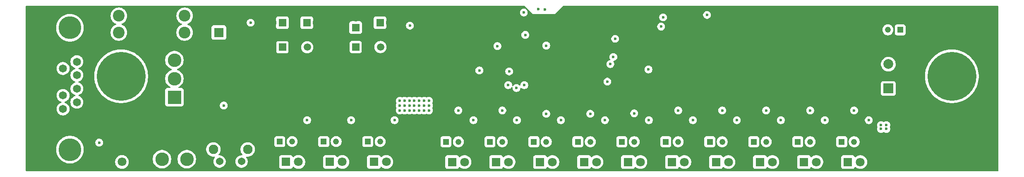
<source format=gbr>
%TF.GenerationSoftware,KiCad,Pcbnew,9.0.1*%
%TF.CreationDate,2025-06-17T16:13:15+02:00*%
%TF.ProjectId,open_g_db,6f70656e-5f67-45f6-9462-2e6b69636164,rev?*%
%TF.SameCoordinates,Original*%
%TF.FileFunction,Copper,L3,Inr*%
%TF.FilePolarity,Positive*%
%FSLAX46Y46*%
G04 Gerber Fmt 4.6, Leading zero omitted, Abs format (unit mm)*
G04 Created by KiCad (PCBNEW 9.0.1) date 2025-06-17 16:13:15*
%MOMM*%
%LPD*%
G01*
G04 APERTURE LIST*
%TA.AperFunction,ComponentPad*%
%ADD10R,1.500000X1.500000*%
%TD*%
%TA.AperFunction,ComponentPad*%
%ADD11C,1.500000*%
%TD*%
%TA.AperFunction,ComponentPad*%
%ADD12R,1.650000X1.650000*%
%TD*%
%TA.AperFunction,ComponentPad*%
%ADD13C,1.650000*%
%TD*%
%TA.AperFunction,ComponentPad*%
%ADD14C,4.650000*%
%TD*%
%TA.AperFunction,ComponentPad*%
%ADD15R,1.600000X1.600000*%
%TD*%
%TA.AperFunction,ComponentPad*%
%ADD16C,1.600000*%
%TD*%
%TA.AperFunction,ComponentPad*%
%ADD17R,1.800000X1.800000*%
%TD*%
%TA.AperFunction,ComponentPad*%
%ADD18C,1.800000*%
%TD*%
%TA.AperFunction,ComponentPad*%
%ADD19R,1.234000X1.234000*%
%TD*%
%TA.AperFunction,ComponentPad*%
%ADD20C,1.234000*%
%TD*%
%TA.AperFunction,ComponentPad*%
%ADD21R,2.000000X2.000000*%
%TD*%
%TA.AperFunction,ComponentPad*%
%ADD22C,2.000000*%
%TD*%
%TA.AperFunction,ComponentPad*%
%ADD23C,0.900000*%
%TD*%
%TA.AperFunction,ComponentPad*%
%ADD24C,10.000000*%
%TD*%
%TA.AperFunction,ComponentPad*%
%ADD25C,1.540000*%
%TD*%
%TA.AperFunction,ComponentPad*%
%ADD26C,1.950000*%
%TD*%
%TA.AperFunction,ComponentPad*%
%ADD27C,2.400000*%
%TD*%
%TA.AperFunction,ComponentPad*%
%ADD28R,1.980000X1.980000*%
%TD*%
%TA.AperFunction,ComponentPad*%
%ADD29C,1.980000*%
%TD*%
%TA.AperFunction,ComponentPad*%
%ADD30R,2.775000X2.775000*%
%TD*%
%TA.AperFunction,ComponentPad*%
%ADD31C,2.775000*%
%TD*%
%TA.AperFunction,HeatsinkPad*%
%ADD32C,0.600000*%
%TD*%
%TA.AperFunction,ViaPad*%
%ADD33C,0.600000*%
%TD*%
G04 APERTURE END LIST*
D10*
%TO.N,+12V*%
%TO.C,PS2*%
X108000000Y-69000000D03*
D11*
%TO.N,GND*%
X110540000Y-69000000D03*
%TO.N,+5V*%
X113080000Y-69000000D03*
%TD*%
D10*
%TO.N,+12V*%
%TO.C,PS1*%
X93000000Y-69035000D03*
D11*
%TO.N,GND*%
X95540000Y-69035000D03*
%TO.N,+3V3*%
X98080000Y-69035000D03*
%TD*%
D12*
%TO.N,GND*%
%TO.C,J1*%
X50940000Y-83085000D03*
D13*
%TO.N,+12V*%
X50940000Y-80315000D03*
%TO.N,unconnected-(J1-Pad3)*%
X50940000Y-77545000D03*
%TO.N,/UART_1_TX*%
X50940000Y-74775000D03*
%TO.N,/UART_1_RX*%
X50940000Y-72005000D03*
%TO.N,unconnected-(J1-Pad6)*%
X48100000Y-81700000D03*
%TO.N,+12P*%
X48100000Y-78930000D03*
%TO.N,GND*%
X48100000Y-76160000D03*
%TO.N,unconnected-(J1-Pad9)*%
X48100000Y-73390000D03*
D14*
%TO.N,N/C*%
X49520000Y-90040000D03*
X49520000Y-65050000D03*
%TD*%
D15*
%TO.N,+12V*%
%TO.C,C4*%
X93000000Y-64000000D03*
D16*
%TO.N,GND*%
X91000000Y-64000000D03*
%TD*%
D15*
%TO.N,+5V*%
%TO.C,C10*%
X113000000Y-64000000D03*
D16*
%TO.N,GND*%
X115000000Y-64000000D03*
%TD*%
D15*
%TO.N,+3V3*%
%TO.C,C5*%
X98000000Y-64000000D03*
D16*
%TO.N,GND*%
X100000000Y-64000000D03*
%TD*%
D15*
%TO.N,+12V*%
%TO.C,C9*%
X108000000Y-65000000D03*
D16*
%TO.N,GND*%
X108000000Y-63000000D03*
%TD*%
D17*
%TO.N,Net-(D13-K)*%
%TO.C,D13*%
X181730000Y-92595000D03*
D18*
%TO.N,Net-(D13-A)*%
X184270000Y-92595000D03*
%TD*%
D17*
%TO.N,Net-(D11-K)*%
%TO.C,D11*%
X163730000Y-92595000D03*
D18*
%TO.N,Net-(D11-A)*%
X166270000Y-92595000D03*
%TD*%
D19*
%TO.N,Net-(D6-K)*%
%TO.C,Q4*%
X110460000Y-88400000D03*
D20*
%TO.N,Net-(Q4-Pad2)*%
X113000000Y-88400000D03*
%TO.N,GND*%
X115540000Y-88400000D03*
%TD*%
D17*
%TO.N,Net-(D16-K)*%
%TO.C,D16*%
X208730000Y-92595000D03*
D18*
%TO.N,Net-(D16-A)*%
X211270000Y-92595000D03*
%TD*%
D19*
%TO.N,Net-(D5-K)*%
%TO.C,Q3*%
X101460000Y-88400000D03*
D20*
%TO.N,Net-(Q3-Pad2)*%
X104000000Y-88400000D03*
%TO.N,GND*%
X106540000Y-88400000D03*
%TD*%
D19*
%TO.N,Net-(D14-K)*%
%TO.C,Q12*%
X189460000Y-88430000D03*
D20*
%TO.N,Net-(Q12-Pad2)*%
X192000000Y-88430000D03*
%TO.N,GND*%
X194540000Y-88430000D03*
%TD*%
D21*
%TO.N,LED_PWR*%
%TO.C,LS1*%
X217000000Y-77500000D03*
D22*
%TO.N,Net-(D3-A)*%
X217000000Y-72500000D03*
%TD*%
D23*
%TO.N,N/C*%
%TO.C,H2*%
X56250000Y-75000000D03*
X57348350Y-72348350D03*
X57348350Y-77651650D03*
X60000000Y-71250000D03*
D24*
X60000000Y-75000000D03*
D23*
X60000000Y-78750000D03*
X62651650Y-72348350D03*
X62651650Y-77651650D03*
X63750000Y-75000000D03*
%TD*%
D17*
%TO.N,Net-(D15-K)*%
%TO.C,D15*%
X199730000Y-92595000D03*
D18*
%TO.N,Net-(D15-A)*%
X202270000Y-92595000D03*
%TD*%
D19*
%TO.N,Net-(D11-K)*%
%TO.C,Q9*%
X162460000Y-88430000D03*
D20*
%TO.N,Net-(Q9-Pad2)*%
X165000000Y-88430000D03*
%TO.N,GND*%
X167540000Y-88430000D03*
%TD*%
D19*
%TO.N,Net-(D15-K)*%
%TO.C,Q13*%
X198460000Y-88430000D03*
D20*
%TO.N,Net-(Q13-Pad2)*%
X201000000Y-88430000D03*
%TO.N,GND*%
X203540000Y-88430000D03*
%TD*%
D19*
%TO.N,Net-(D3-A)*%
%TO.C,Q1*%
X219440000Y-65470000D03*
D20*
%TO.N,Net-(Q1-Pad2)*%
X216900000Y-65470000D03*
%TO.N,GND*%
X214360001Y-65470000D03*
%TD*%
D17*
%TO.N,Net-(D10-K)*%
%TO.C,D10*%
X154730000Y-92595000D03*
D18*
%TO.N,Net-(D10-A)*%
X157270000Y-92595000D03*
%TD*%
D19*
%TO.N,Net-(D12-K)*%
%TO.C,Q10*%
X171460000Y-88430000D03*
D20*
%TO.N,Net-(Q10-Pad2)*%
X174000000Y-88430000D03*
%TO.N,GND*%
X176540000Y-88430000D03*
%TD*%
D17*
%TO.N,Net-(D4-K)*%
%TO.C,D4*%
X93730000Y-92565000D03*
D18*
%TO.N,Net-(D4-A)*%
X96270000Y-92565000D03*
%TD*%
D17*
%TO.N,Net-(D6-K)*%
%TO.C,D6*%
X111730000Y-92565000D03*
D18*
%TO.N,Net-(D6-A)*%
X114270000Y-92565000D03*
%TD*%
D17*
%TO.N,Net-(D12-K)*%
%TO.C,D12*%
X172730000Y-92595000D03*
D18*
%TO.N,Net-(D12-A)*%
X175270000Y-92595000D03*
%TD*%
D19*
%TO.N,Net-(D7-K)*%
%TO.C,Q5*%
X126460000Y-88430000D03*
D20*
%TO.N,Net-(Q5-Pad2)*%
X129000000Y-88430000D03*
%TO.N,GND*%
X131540000Y-88430000D03*
%TD*%
D25*
%TO.N,Net-(J2-Pad1)*%
%TO.C,J2*%
X80135000Y-92490000D03*
%TO.N,/QUERY_BTN*%
X84635000Y-92490000D03*
D26*
%TO.N,unconnected-(J2-Pad3)*%
X85890000Y-90000000D03*
%TO.N,unconnected-(J2-Pad4)*%
X78880000Y-90000000D03*
%TD*%
D19*
%TO.N,Net-(D8-K)*%
%TO.C,Q6*%
X135460000Y-88430000D03*
D20*
%TO.N,Net-(Q6-Pad2)*%
X138000000Y-88430000D03*
%TO.N,GND*%
X140540000Y-88430000D03*
%TD*%
D27*
%TO.N,+12V*%
%TO.C,F1*%
X73000000Y-66000000D03*
X73000000Y-62600000D03*
%TO.N,Net-(S1-COM)*%
X59530000Y-66000000D03*
X59530000Y-62600000D03*
%TD*%
D17*
%TO.N,Net-(D7-K)*%
%TO.C,D7*%
X127730000Y-92595000D03*
D18*
%TO.N,Net-(D7-A)*%
X130270000Y-92595000D03*
%TD*%
D28*
%TO.N,+12V*%
%TO.C,D1*%
X80000000Y-66000000D03*
D29*
%TO.N,GND*%
X80000000Y-71150000D03*
%TD*%
D23*
%TO.N,N/C*%
%TO.C,H1*%
X226250000Y-75000000D03*
X227348350Y-72348350D03*
X227348350Y-77651650D03*
X230000000Y-71250000D03*
D24*
X230000000Y-75000000D03*
D23*
X230000000Y-78750000D03*
X232651650Y-72348350D03*
X232651650Y-77651650D03*
X233750000Y-75000000D03*
%TD*%
D19*
%TO.N,Net-(D4-K)*%
%TO.C,Q2*%
X92460000Y-88400000D03*
D20*
%TO.N,Net-(Q2-Pad2)*%
X95000000Y-88400000D03*
%TO.N,GND*%
X97540000Y-88400000D03*
%TD*%
D17*
%TO.N,Net-(D5-K)*%
%TO.C,D5*%
X102730000Y-92565000D03*
D18*
%TO.N,Net-(D5-A)*%
X105270000Y-92565000D03*
%TD*%
D19*
%TO.N,Net-(D16-K)*%
%TO.C,Q14*%
X207460000Y-88430000D03*
D20*
%TO.N,Net-(Q14-Pad2)*%
X210000000Y-88430000D03*
%TO.N,GND*%
X212540000Y-88430000D03*
%TD*%
D30*
%TO.N,+12P*%
%TO.C,S1*%
X70900000Y-79300000D03*
D31*
%TO.N,Net-(S1-COM)*%
X70900000Y-75490000D03*
%TO.N,unconnected-(S1-NC-Pad3)*%
X70900000Y-71680000D03*
%TO.N,unconnected-(S1-PadMH1)*%
X73440000Y-92000000D03*
%TO.N,unconnected-(S1-PadMH2)*%
X68360000Y-92000000D03*
%TD*%
D19*
%TO.N,Net-(D13-K)*%
%TO.C,Q11*%
X180460000Y-88430000D03*
D20*
%TO.N,Net-(Q11-Pad2)*%
X183000000Y-88430000D03*
%TO.N,GND*%
X185540000Y-88430000D03*
%TD*%
D19*
%TO.N,Net-(D9-K)*%
%TO.C,Q7*%
X144460000Y-88430000D03*
D20*
%TO.N,Net-(Q7-Pad2)*%
X147000000Y-88430000D03*
%TO.N,GND*%
X149540000Y-88430000D03*
%TD*%
D19*
%TO.N,Net-(D10-K)*%
%TO.C,Q8*%
X153460000Y-88430000D03*
D20*
%TO.N,Net-(Q8-Pad2)*%
X156000000Y-88430000D03*
%TO.N,GND*%
X158540000Y-88430000D03*
%TD*%
D17*
%TO.N,Net-(D8-K)*%
%TO.C,D8*%
X136730000Y-92595000D03*
D18*
%TO.N,Net-(D8-A)*%
X139270000Y-92595000D03*
%TD*%
D17*
%TO.N,GND*%
%TO.C,D2*%
X57630000Y-92565000D03*
D18*
%TO.N,Net-(D2-A)*%
X60170000Y-92565000D03*
%TD*%
D17*
%TO.N,Net-(D14-K)*%
%TO.C,D14*%
X190730000Y-92595000D03*
D18*
%TO.N,Net-(D14-A)*%
X193270000Y-92595000D03*
%TD*%
D17*
%TO.N,Net-(D9-K)*%
%TO.C,D9*%
X145730000Y-92595000D03*
D18*
%TO.N,Net-(D9-A)*%
X148270000Y-92595000D03*
%TD*%
D32*
%TO.N,GND*%
%TO.C,U1*%
X152480000Y-68850000D03*
X153880000Y-68850000D03*
X151780000Y-69550000D03*
X153180000Y-69550000D03*
X154580000Y-69550000D03*
X152480000Y-70250000D03*
X153880000Y-70250000D03*
X151780000Y-70950000D03*
X153180000Y-70950000D03*
X154580000Y-70950000D03*
X152480000Y-71650000D03*
X153880000Y-71650000D03*
%TD*%
D33*
%TO.N,+3V3*%
X167900000Y-73600000D03*
X146700000Y-61300000D03*
X133300000Y-73800000D03*
X81000000Y-81000000D03*
X147000000Y-68700000D03*
X170500000Y-64800000D03*
X137000000Y-68800000D03*
X142400000Y-61900000D03*
X170900000Y-62900000D03*
X119100000Y-64600000D03*
%TO.N,GND*%
X82900000Y-81000000D03*
X165300000Y-64300000D03*
X86500000Y-68400000D03*
X145400000Y-61200000D03*
X207000000Y-84000000D03*
X176200000Y-61400000D03*
X171000000Y-84000000D03*
X175200000Y-77000000D03*
X101060000Y-84000000D03*
X144000000Y-84000000D03*
X139400000Y-72900000D03*
X153000000Y-84000000D03*
X126100000Y-84000000D03*
X92060000Y-84000000D03*
X187400000Y-77000000D03*
X176600000Y-63300000D03*
X189000000Y-84000000D03*
X180000000Y-84000000D03*
X135000000Y-84000000D03*
X145000000Y-68700000D03*
X137200000Y-62600000D03*
X162000000Y-84000000D03*
X174000000Y-77000000D03*
X110000000Y-84000000D03*
X207000000Y-68000000D03*
X145400000Y-82300000D03*
X137200000Y-61200000D03*
X198000000Y-84000000D03*
%TO.N,/ESP2_EN*%
X142700000Y-66500000D03*
%TO.N,/ESP2_BOOT*%
X159500000Y-76100000D03*
%TO.N,+12V*%
X55500000Y-88600000D03*
X86500000Y-64000000D03*
%TO.N,/QUERY_BTN*%
X139400000Y-74000000D03*
X161100000Y-67300000D03*
%TO.N,/BUZZER_EN*%
X179900000Y-62400000D03*
%TO.N,I2C_1_SCL*%
X160100000Y-72500000D03*
%TO.N,I2C_1_SDA*%
X160725735Y-71025735D03*
%TO.N,/Portexpander_LED/DP_LED_4*%
X156000000Y-82700000D03*
%TO.N,/Portexpander_LED/DP_LED_5*%
X165000000Y-82600000D03*
%TO.N,/Portexpander_LED/DP_LED_6*%
X174000000Y-82000000D03*
%TO.N,/Portexpander_LED/DP_LED_7*%
X183000000Y-82000000D03*
%TO.N,/Portexpander_LED/DP_LED_8*%
X192000000Y-82000000D03*
%TO.N,/Portexpander_LED/DP_LED_9*%
X201000000Y-82000000D03*
%TO.N,/Portexpander_LED/DP_LED_3*%
X147000000Y-82700000D03*
%TO.N,/Portexpander_LED/DP_LED_10*%
X210000000Y-82000000D03*
%TO.N,/Portexpander_LED/DP_LED_2*%
X138000000Y-82000000D03*
%TO.N,/Portexpander_LED/DP_LED_1*%
X129000000Y-82000000D03*
%TO.N,/Portexpander_LED/IND_LED_1*%
X139199000Y-76801000D03*
%TO.N,/Portexpander_LED/IND_LED_2*%
X140900000Y-77400000D03*
%TO.N,/Portexpander_LED/IND_LED_3*%
X142500000Y-76800000D03*
%TO.N,LED_PWR*%
X215500000Y-85000000D03*
X117000000Y-82000000D03*
X216600000Y-85800000D03*
X215500000Y-85800000D03*
X98060000Y-84000000D03*
X120000000Y-81000000D03*
X117000000Y-81000000D03*
X122000000Y-82000000D03*
X186000000Y-84000000D03*
X122000000Y-81000000D03*
X168000000Y-84000000D03*
X118000000Y-81000000D03*
X118000000Y-80000000D03*
X118000000Y-82000000D03*
X119000000Y-82000000D03*
X123000000Y-82000000D03*
X121000000Y-81000000D03*
X120000000Y-80000000D03*
X122000000Y-80000000D03*
X123000000Y-81000000D03*
X120000000Y-82000000D03*
X159000000Y-84000000D03*
X119000000Y-81000000D03*
X123000000Y-80000000D03*
X119000000Y-80000000D03*
X107060000Y-84000000D03*
X115960000Y-84000000D03*
X216600000Y-85000000D03*
X117000000Y-80000000D03*
X141000000Y-84000000D03*
X150000000Y-84000000D03*
X121000000Y-82000000D03*
X204000000Y-84000000D03*
X121000000Y-80000000D03*
X177000000Y-84000000D03*
X132100000Y-84000000D03*
X195000000Y-84000000D03*
X213000000Y-84000000D03*
%TD*%
%TA.AperFunction,Conductor*%
%TO.N,GND*%
G36*
X142516177Y-60520185D02*
G01*
X142536819Y-60536819D01*
X144200000Y-62200000D01*
X148800000Y-62200000D01*
X150463181Y-60536819D01*
X150524504Y-60503334D01*
X150550862Y-60500500D01*
X239375500Y-60500500D01*
X239442539Y-60520185D01*
X239488294Y-60572989D01*
X239499500Y-60624500D01*
X239499500Y-94375500D01*
X239479815Y-94442539D01*
X239427011Y-94488294D01*
X239375500Y-94499500D01*
X40624500Y-94499500D01*
X40557461Y-94479815D01*
X40511706Y-94427011D01*
X40500500Y-94375500D01*
X40500500Y-89881316D01*
X46694500Y-89881316D01*
X46694500Y-90198683D01*
X46730029Y-90514020D01*
X46730032Y-90514034D01*
X46800649Y-90823430D01*
X46800653Y-90823442D01*
X46905466Y-91122979D01*
X47043158Y-91408898D01*
X47043160Y-91408901D01*
X47212002Y-91677612D01*
X47409868Y-91925729D01*
X47634271Y-92150132D01*
X47882388Y-92347998D01*
X48151099Y-92516840D01*
X48437024Y-92654535D01*
X48581877Y-92705221D01*
X48736557Y-92759346D01*
X48736569Y-92759350D01*
X49045965Y-92829968D01*
X49045974Y-92829969D01*
X49045979Y-92829970D01*
X49256203Y-92853656D01*
X49361317Y-92865499D01*
X49361320Y-92865500D01*
X49361323Y-92865500D01*
X49678680Y-92865500D01*
X49678681Y-92865499D01*
X49839845Y-92847340D01*
X49994020Y-92829970D01*
X49994023Y-92829969D01*
X49994035Y-92829968D01*
X50303431Y-92759350D01*
X50602976Y-92654535D01*
X50888901Y-92516840D01*
X50987672Y-92454778D01*
X58769500Y-92454778D01*
X58769500Y-92675222D01*
X58774252Y-92705222D01*
X58803985Y-92892952D01*
X58872103Y-93102603D01*
X58872104Y-93102606D01*
X58972187Y-93299025D01*
X59101752Y-93477358D01*
X59101756Y-93477363D01*
X59257636Y-93633243D01*
X59257641Y-93633247D01*
X59359603Y-93707326D01*
X59435978Y-93762815D01*
X59564375Y-93828237D01*
X59632393Y-93862895D01*
X59632396Y-93862896D01*
X59709654Y-93887998D01*
X59842049Y-93931015D01*
X60059778Y-93965500D01*
X60059779Y-93965500D01*
X60280221Y-93965500D01*
X60280222Y-93965500D01*
X60497951Y-93931015D01*
X60707606Y-93862895D01*
X60904022Y-93762815D01*
X61082365Y-93633242D01*
X61238242Y-93477365D01*
X61367815Y-93299022D01*
X61467895Y-93102606D01*
X61536015Y-92892951D01*
X61570500Y-92675222D01*
X61570500Y-92454778D01*
X61536015Y-92237049D01*
X61477643Y-92057396D01*
X61467896Y-92027396D01*
X61467893Y-92027389D01*
X61417501Y-91928491D01*
X61417500Y-91928490D01*
X61390887Y-91876260D01*
X66472000Y-91876260D01*
X66472000Y-92123739D01*
X66472001Y-92123756D01*
X66504303Y-92369117D01*
X66568361Y-92608184D01*
X66663069Y-92836829D01*
X66663074Y-92836840D01*
X66786812Y-93051159D01*
X66786823Y-93051175D01*
X66937479Y-93247514D01*
X66937485Y-93247521D01*
X67112478Y-93422514D01*
X67112485Y-93422520D01*
X67230239Y-93512876D01*
X67308833Y-93573183D01*
X67308840Y-93573187D01*
X67523159Y-93696925D01*
X67523164Y-93696927D01*
X67523167Y-93696929D01*
X67751820Y-93791640D01*
X67990879Y-93855696D01*
X68236254Y-93888000D01*
X68236261Y-93888000D01*
X68483739Y-93888000D01*
X68483746Y-93888000D01*
X68729121Y-93855696D01*
X68968180Y-93791640D01*
X69196833Y-93696929D01*
X69411167Y-93573183D01*
X69607516Y-93422519D01*
X69782519Y-93247516D01*
X69933183Y-93051167D01*
X70056929Y-92836833D01*
X70151640Y-92608180D01*
X70215696Y-92369121D01*
X70248000Y-92123746D01*
X70248000Y-91876260D01*
X71552000Y-91876260D01*
X71552000Y-92123739D01*
X71552001Y-92123756D01*
X71584303Y-92369117D01*
X71648361Y-92608184D01*
X71743069Y-92836829D01*
X71743074Y-92836840D01*
X71866812Y-93051159D01*
X71866823Y-93051175D01*
X72017479Y-93247514D01*
X72017485Y-93247521D01*
X72192478Y-93422514D01*
X72192485Y-93422520D01*
X72310239Y-93512876D01*
X72388833Y-93573183D01*
X72388840Y-93573187D01*
X72603159Y-93696925D01*
X72603164Y-93696927D01*
X72603167Y-93696929D01*
X72831820Y-93791640D01*
X73070879Y-93855696D01*
X73316254Y-93888000D01*
X73316261Y-93888000D01*
X73563739Y-93888000D01*
X73563746Y-93888000D01*
X73809121Y-93855696D01*
X74048180Y-93791640D01*
X74276833Y-93696929D01*
X74491167Y-93573183D01*
X74687516Y-93422519D01*
X74862519Y-93247516D01*
X75013183Y-93051167D01*
X75136929Y-92836833D01*
X75231640Y-92608180D01*
X75295696Y-92369121D01*
X75328000Y-92123746D01*
X75328000Y-91876254D01*
X75295696Y-91630879D01*
X75231640Y-91391820D01*
X75136929Y-91163167D01*
X75136927Y-91163164D01*
X75136925Y-91163159D01*
X75013187Y-90948840D01*
X75013183Y-90948833D01*
X74916958Y-90823430D01*
X74862520Y-90752485D01*
X74862514Y-90752478D01*
X74687521Y-90577485D01*
X74687514Y-90577479D01*
X74491175Y-90426823D01*
X74491173Y-90426821D01*
X74491167Y-90426817D01*
X74491162Y-90426814D01*
X74491159Y-90426812D01*
X74276840Y-90303074D01*
X74276829Y-90303069D01*
X74048184Y-90208361D01*
X73809117Y-90144303D01*
X73563756Y-90112001D01*
X73563751Y-90112000D01*
X73563746Y-90112000D01*
X73316254Y-90112000D01*
X73316248Y-90112000D01*
X73316243Y-90112001D01*
X73070882Y-90144303D01*
X72831815Y-90208361D01*
X72603170Y-90303069D01*
X72603159Y-90303074D01*
X72388840Y-90426812D01*
X72388824Y-90426823D01*
X72192485Y-90577479D01*
X72192478Y-90577485D01*
X72017485Y-90752478D01*
X72017479Y-90752485D01*
X71866823Y-90948824D01*
X71866812Y-90948840D01*
X71743074Y-91163159D01*
X71743069Y-91163170D01*
X71648361Y-91391815D01*
X71584303Y-91630882D01*
X71552001Y-91876243D01*
X71552000Y-91876260D01*
X70248000Y-91876260D01*
X70248000Y-91876254D01*
X70215696Y-91630879D01*
X70151640Y-91391820D01*
X70056929Y-91163167D01*
X70056927Y-91163164D01*
X70056925Y-91163159D01*
X69933187Y-90948840D01*
X69933183Y-90948833D01*
X69836958Y-90823430D01*
X69782520Y-90752485D01*
X69782514Y-90752478D01*
X69607521Y-90577485D01*
X69607514Y-90577479D01*
X69411175Y-90426823D01*
X69411173Y-90426821D01*
X69411167Y-90426817D01*
X69411162Y-90426814D01*
X69411159Y-90426812D01*
X69196840Y-90303074D01*
X69196829Y-90303069D01*
X68968184Y-90208361D01*
X68729117Y-90144303D01*
X68483756Y-90112001D01*
X68483751Y-90112000D01*
X68483746Y-90112000D01*
X68236254Y-90112000D01*
X68236248Y-90112000D01*
X68236243Y-90112001D01*
X67990882Y-90144303D01*
X67751815Y-90208361D01*
X67523170Y-90303069D01*
X67523159Y-90303074D01*
X67308840Y-90426812D01*
X67308824Y-90426823D01*
X67112485Y-90577479D01*
X67112478Y-90577485D01*
X66937485Y-90752478D01*
X66937479Y-90752485D01*
X66786823Y-90948824D01*
X66786812Y-90948840D01*
X66663074Y-91163159D01*
X66663069Y-91163170D01*
X66568361Y-91391815D01*
X66504303Y-91630882D01*
X66472001Y-91876243D01*
X66472000Y-91876260D01*
X61390887Y-91876260D01*
X61367815Y-91830978D01*
X61309501Y-91750715D01*
X61238247Y-91652641D01*
X61238243Y-91652636D01*
X61082363Y-91496756D01*
X61082358Y-91496752D01*
X60904025Y-91367187D01*
X60904024Y-91367186D01*
X60904022Y-91367185D01*
X60786791Y-91307452D01*
X60707606Y-91267104D01*
X60707603Y-91267103D01*
X60497952Y-91198985D01*
X60389086Y-91181742D01*
X60280222Y-91164500D01*
X60059778Y-91164500D01*
X59987201Y-91175995D01*
X59842047Y-91198985D01*
X59632396Y-91267103D01*
X59632393Y-91267104D01*
X59435974Y-91367187D01*
X59257641Y-91496752D01*
X59257636Y-91496756D01*
X59101756Y-91652636D01*
X59101752Y-91652641D01*
X58972187Y-91830974D01*
X58872104Y-92027393D01*
X58872103Y-92027396D01*
X58803985Y-92237047D01*
X58799233Y-92267049D01*
X58769500Y-92454778D01*
X50987672Y-92454778D01*
X51157612Y-92347998D01*
X51405729Y-92150132D01*
X51630132Y-91925729D01*
X51827998Y-91677612D01*
X51996840Y-91408901D01*
X52134535Y-91122976D01*
X52239350Y-90823431D01*
X52309968Y-90514035D01*
X52345500Y-90198677D01*
X52345500Y-89883870D01*
X77404500Y-89883870D01*
X77404500Y-90116129D01*
X77440831Y-90345514D01*
X77512601Y-90566400D01*
X77607414Y-90752478D01*
X77618039Y-90773331D01*
X77754551Y-90961224D01*
X77918776Y-91125449D01*
X78106669Y-91261961D01*
X78116765Y-91267105D01*
X78313599Y-91367398D01*
X78313601Y-91367398D01*
X78313604Y-91367400D01*
X78534486Y-91439169D01*
X78652668Y-91457886D01*
X78763871Y-91475500D01*
X78763876Y-91475500D01*
X78996127Y-91475500D01*
X79020950Y-91471568D01*
X79045705Y-91467647D01*
X79114998Y-91476601D01*
X79168450Y-91521596D01*
X79189091Y-91588347D01*
X79170367Y-91655661D01*
X79165422Y-91663005D01*
X79048373Y-91824109D01*
X78957579Y-92002299D01*
X78895784Y-92192488D01*
X78883975Y-92267047D01*
X78864500Y-92390009D01*
X78864500Y-92589991D01*
X78874723Y-92654535D01*
X78895784Y-92787511D01*
X78957579Y-92977700D01*
X78957581Y-92977703D01*
X79048371Y-93155887D01*
X79165917Y-93317675D01*
X79307325Y-93459083D01*
X79469113Y-93576629D01*
X79627673Y-93657420D01*
X79647299Y-93667420D01*
X79738108Y-93696925D01*
X79837490Y-93729216D01*
X80035009Y-93760500D01*
X80035010Y-93760500D01*
X80234990Y-93760500D01*
X80234991Y-93760500D01*
X80432510Y-93729216D01*
X80622703Y-93667419D01*
X80800887Y-93576629D01*
X80962675Y-93459083D01*
X81104083Y-93317675D01*
X81221629Y-93155887D01*
X81312419Y-92977703D01*
X81374216Y-92787510D01*
X81405500Y-92589991D01*
X81405500Y-92390009D01*
X83364500Y-92390009D01*
X83364500Y-92589991D01*
X83374723Y-92654535D01*
X83395784Y-92787511D01*
X83457579Y-92977700D01*
X83457581Y-92977703D01*
X83548371Y-93155887D01*
X83665917Y-93317675D01*
X83807325Y-93459083D01*
X83969113Y-93576629D01*
X84127673Y-93657420D01*
X84147299Y-93667420D01*
X84238108Y-93696925D01*
X84337490Y-93729216D01*
X84535009Y-93760500D01*
X84535010Y-93760500D01*
X84734990Y-93760500D01*
X84734991Y-93760500D01*
X84932510Y-93729216D01*
X85122703Y-93667419D01*
X85300887Y-93576629D01*
X85462675Y-93459083D01*
X85604083Y-93317675D01*
X85721629Y-93155887D01*
X85812419Y-92977703D01*
X85874216Y-92787510D01*
X85905500Y-92589991D01*
X85905500Y-92390009D01*
X85874216Y-92192490D01*
X85820574Y-92027396D01*
X85812420Y-92002299D01*
X85812419Y-92002297D01*
X85721629Y-91824113D01*
X85604576Y-91663003D01*
X85588210Y-91617135D01*
X92329500Y-91617135D01*
X92329500Y-93512870D01*
X92329501Y-93512876D01*
X92335908Y-93572483D01*
X92386202Y-93707328D01*
X92386206Y-93707335D01*
X92472452Y-93822544D01*
X92472455Y-93822547D01*
X92587664Y-93908793D01*
X92587671Y-93908797D01*
X92722517Y-93959091D01*
X92722516Y-93959091D01*
X92729444Y-93959835D01*
X92782127Y-93965500D01*
X94677872Y-93965499D01*
X94737483Y-93959091D01*
X94872331Y-93908796D01*
X94987546Y-93822546D01*
X95073796Y-93707331D01*
X95101429Y-93633243D01*
X95103601Y-93627420D01*
X95145471Y-93571486D01*
X95210936Y-93547068D01*
X95279209Y-93561919D01*
X95307464Y-93583071D01*
X95357636Y-93633243D01*
X95357641Y-93633247D01*
X95459603Y-93707326D01*
X95535978Y-93762815D01*
X95664375Y-93828237D01*
X95732393Y-93862895D01*
X95732396Y-93862896D01*
X95809654Y-93887998D01*
X95942049Y-93931015D01*
X96159778Y-93965500D01*
X96159779Y-93965500D01*
X96380221Y-93965500D01*
X96380222Y-93965500D01*
X96597951Y-93931015D01*
X96807606Y-93862895D01*
X97004022Y-93762815D01*
X97182365Y-93633242D01*
X97338242Y-93477365D01*
X97467815Y-93299022D01*
X97567895Y-93102606D01*
X97636015Y-92892951D01*
X97670500Y-92675222D01*
X97670500Y-92454778D01*
X97636015Y-92237049D01*
X97577643Y-92057396D01*
X97567896Y-92027396D01*
X97567895Y-92027393D01*
X97517500Y-91928490D01*
X97467815Y-91830978D01*
X97409501Y-91750715D01*
X97362986Y-91686691D01*
X97338247Y-91652641D01*
X97338243Y-91652636D01*
X97302742Y-91617135D01*
X101329500Y-91617135D01*
X101329500Y-93512870D01*
X101329501Y-93512876D01*
X101335908Y-93572483D01*
X101386202Y-93707328D01*
X101386206Y-93707335D01*
X101472452Y-93822544D01*
X101472455Y-93822547D01*
X101587664Y-93908793D01*
X101587671Y-93908797D01*
X101722517Y-93959091D01*
X101722516Y-93959091D01*
X101729444Y-93959835D01*
X101782127Y-93965500D01*
X103677872Y-93965499D01*
X103737483Y-93959091D01*
X103872331Y-93908796D01*
X103987546Y-93822546D01*
X104073796Y-93707331D01*
X104101429Y-93633243D01*
X104103601Y-93627420D01*
X104145471Y-93571486D01*
X104210936Y-93547068D01*
X104279209Y-93561919D01*
X104307464Y-93583071D01*
X104357636Y-93633243D01*
X104357641Y-93633247D01*
X104459603Y-93707326D01*
X104535978Y-93762815D01*
X104664375Y-93828237D01*
X104732393Y-93862895D01*
X104732396Y-93862896D01*
X104809654Y-93887998D01*
X104942049Y-93931015D01*
X105159778Y-93965500D01*
X105159779Y-93965500D01*
X105380221Y-93965500D01*
X105380222Y-93965500D01*
X105597951Y-93931015D01*
X105807606Y-93862895D01*
X106004022Y-93762815D01*
X106182365Y-93633242D01*
X106338242Y-93477365D01*
X106467815Y-93299022D01*
X106567895Y-93102606D01*
X106636015Y-92892951D01*
X106670500Y-92675222D01*
X106670500Y-92454778D01*
X106636015Y-92237049D01*
X106577643Y-92057396D01*
X106567896Y-92027396D01*
X106567895Y-92027393D01*
X106517500Y-91928490D01*
X106467815Y-91830978D01*
X106409501Y-91750715D01*
X106362986Y-91686691D01*
X106338247Y-91652641D01*
X106338243Y-91652636D01*
X106302742Y-91617135D01*
X110329500Y-91617135D01*
X110329500Y-93512870D01*
X110329501Y-93512876D01*
X110335908Y-93572483D01*
X110386202Y-93707328D01*
X110386206Y-93707335D01*
X110472452Y-93822544D01*
X110472455Y-93822547D01*
X110587664Y-93908793D01*
X110587671Y-93908797D01*
X110722517Y-93959091D01*
X110722516Y-93959091D01*
X110729444Y-93959835D01*
X110782127Y-93965500D01*
X112677872Y-93965499D01*
X112737483Y-93959091D01*
X112872331Y-93908796D01*
X112987546Y-93822546D01*
X113073796Y-93707331D01*
X113101429Y-93633243D01*
X113103601Y-93627420D01*
X113145471Y-93571486D01*
X113210936Y-93547068D01*
X113279209Y-93561919D01*
X113307464Y-93583071D01*
X113357636Y-93633243D01*
X113357641Y-93633247D01*
X113459603Y-93707326D01*
X113535978Y-93762815D01*
X113664375Y-93828237D01*
X113732393Y-93862895D01*
X113732396Y-93862896D01*
X113809654Y-93887998D01*
X113942049Y-93931015D01*
X114159778Y-93965500D01*
X114159779Y-93965500D01*
X114380221Y-93965500D01*
X114380222Y-93965500D01*
X114597951Y-93931015D01*
X114807606Y-93862895D01*
X115004022Y-93762815D01*
X115182365Y-93633242D01*
X115338242Y-93477365D01*
X115467815Y-93299022D01*
X115567895Y-93102606D01*
X115636015Y-92892951D01*
X115670500Y-92675222D01*
X115670500Y-92454778D01*
X115636015Y-92237049D01*
X115577643Y-92057396D01*
X115567896Y-92027396D01*
X115567895Y-92027393D01*
X115517500Y-91928490D01*
X115467815Y-91830978D01*
X115409501Y-91750715D01*
X115384782Y-91716691D01*
X115338247Y-91652641D01*
X115338243Y-91652636D01*
X115332742Y-91647135D01*
X126329500Y-91647135D01*
X126329500Y-93542870D01*
X126329501Y-93542876D01*
X126335908Y-93602483D01*
X126386202Y-93737328D01*
X126386206Y-93737335D01*
X126472452Y-93852544D01*
X126472455Y-93852547D01*
X126587664Y-93938793D01*
X126587671Y-93938797D01*
X126722517Y-93989091D01*
X126722516Y-93989091D01*
X126729444Y-93989835D01*
X126782127Y-93995500D01*
X128677872Y-93995499D01*
X128737483Y-93989091D01*
X128872331Y-93938796D01*
X128987546Y-93852546D01*
X129073796Y-93737331D01*
X129084985Y-93707331D01*
X129103601Y-93657420D01*
X129145471Y-93601486D01*
X129210936Y-93577068D01*
X129279209Y-93591919D01*
X129307464Y-93613071D01*
X129357636Y-93663243D01*
X129357641Y-93663247D01*
X129448441Y-93729216D01*
X129535978Y-93792815D01*
X129659388Y-93855696D01*
X129732393Y-93892895D01*
X129732396Y-93892896D01*
X129837221Y-93926955D01*
X129942049Y-93961015D01*
X130159778Y-93995500D01*
X130159779Y-93995500D01*
X130380221Y-93995500D01*
X130380222Y-93995500D01*
X130597951Y-93961015D01*
X130807606Y-93892895D01*
X131004022Y-93792815D01*
X131182365Y-93663242D01*
X131338242Y-93507365D01*
X131467815Y-93329022D01*
X131567895Y-93132606D01*
X131636015Y-92922951D01*
X131670500Y-92705222D01*
X131670500Y-92484778D01*
X131636015Y-92267049D01*
X131589454Y-92123746D01*
X131567896Y-92057396D01*
X131567895Y-92057393D01*
X131533237Y-91989375D01*
X131467815Y-91860978D01*
X131441031Y-91824113D01*
X131362986Y-91716691D01*
X131338247Y-91682641D01*
X131338243Y-91682636D01*
X131302742Y-91647135D01*
X135329500Y-91647135D01*
X135329500Y-93542870D01*
X135329501Y-93542876D01*
X135335908Y-93602483D01*
X135386202Y-93737328D01*
X135386206Y-93737335D01*
X135472452Y-93852544D01*
X135472455Y-93852547D01*
X135587664Y-93938793D01*
X135587671Y-93938797D01*
X135722517Y-93989091D01*
X135722516Y-93989091D01*
X135729444Y-93989835D01*
X135782127Y-93995500D01*
X137677872Y-93995499D01*
X137737483Y-93989091D01*
X137872331Y-93938796D01*
X137987546Y-93852546D01*
X138073796Y-93737331D01*
X138084985Y-93707331D01*
X138103601Y-93657420D01*
X138145471Y-93601486D01*
X138210936Y-93577068D01*
X138279209Y-93591919D01*
X138307464Y-93613071D01*
X138357636Y-93663243D01*
X138357641Y-93663247D01*
X138448441Y-93729216D01*
X138535978Y-93792815D01*
X138659388Y-93855696D01*
X138732393Y-93892895D01*
X138732396Y-93892896D01*
X138837221Y-93926955D01*
X138942049Y-93961015D01*
X139159778Y-93995500D01*
X139159779Y-93995500D01*
X139380221Y-93995500D01*
X139380222Y-93995500D01*
X139597951Y-93961015D01*
X139807606Y-93892895D01*
X140004022Y-93792815D01*
X140182365Y-93663242D01*
X140338242Y-93507365D01*
X140467815Y-93329022D01*
X140567895Y-93132606D01*
X140636015Y-92922951D01*
X140670500Y-92705222D01*
X140670500Y-92484778D01*
X140636015Y-92267049D01*
X140589454Y-92123746D01*
X140567896Y-92057396D01*
X140567895Y-92057393D01*
X140533237Y-91989375D01*
X140467815Y-91860978D01*
X140441031Y-91824113D01*
X140362986Y-91716691D01*
X140338247Y-91682641D01*
X140338243Y-91682636D01*
X140302742Y-91647135D01*
X144329500Y-91647135D01*
X144329500Y-93542870D01*
X144329501Y-93542876D01*
X144335908Y-93602483D01*
X144386202Y-93737328D01*
X144386206Y-93737335D01*
X144472452Y-93852544D01*
X144472455Y-93852547D01*
X144587664Y-93938793D01*
X144587671Y-93938797D01*
X144722517Y-93989091D01*
X144722516Y-93989091D01*
X144729444Y-93989835D01*
X144782127Y-93995500D01*
X146677872Y-93995499D01*
X146737483Y-93989091D01*
X146872331Y-93938796D01*
X146987546Y-93852546D01*
X147073796Y-93737331D01*
X147084985Y-93707331D01*
X147103601Y-93657420D01*
X147145471Y-93601486D01*
X147210936Y-93577068D01*
X147279209Y-93591919D01*
X147307464Y-93613071D01*
X147357636Y-93663243D01*
X147357641Y-93663247D01*
X147448441Y-93729216D01*
X147535978Y-93792815D01*
X147659388Y-93855696D01*
X147732393Y-93892895D01*
X147732396Y-93892896D01*
X147837221Y-93926955D01*
X147942049Y-93961015D01*
X148159778Y-93995500D01*
X148159779Y-93995500D01*
X148380221Y-93995500D01*
X148380222Y-93995500D01*
X148597951Y-93961015D01*
X148807606Y-93892895D01*
X149004022Y-93792815D01*
X149182365Y-93663242D01*
X149338242Y-93507365D01*
X149467815Y-93329022D01*
X149567895Y-93132606D01*
X149636015Y-92922951D01*
X149670500Y-92705222D01*
X149670500Y-92484778D01*
X149636015Y-92267049D01*
X149589454Y-92123746D01*
X149567896Y-92057396D01*
X149567895Y-92057393D01*
X149533237Y-91989375D01*
X149467815Y-91860978D01*
X149441031Y-91824113D01*
X149362986Y-91716691D01*
X149338247Y-91682641D01*
X149338243Y-91682636D01*
X149302742Y-91647135D01*
X153329500Y-91647135D01*
X153329500Y-93542870D01*
X153329501Y-93542876D01*
X153335908Y-93602483D01*
X153386202Y-93737328D01*
X153386206Y-93737335D01*
X153472452Y-93852544D01*
X153472455Y-93852547D01*
X153587664Y-93938793D01*
X153587671Y-93938797D01*
X153722517Y-93989091D01*
X153722516Y-93989091D01*
X153729444Y-93989835D01*
X153782127Y-93995500D01*
X155677872Y-93995499D01*
X155737483Y-93989091D01*
X155872331Y-93938796D01*
X155987546Y-93852546D01*
X156073796Y-93737331D01*
X156084985Y-93707331D01*
X156103601Y-93657420D01*
X156145471Y-93601486D01*
X156210936Y-93577068D01*
X156279209Y-93591919D01*
X156307464Y-93613071D01*
X156357636Y-93663243D01*
X156357641Y-93663247D01*
X156448441Y-93729216D01*
X156535978Y-93792815D01*
X156659388Y-93855696D01*
X156732393Y-93892895D01*
X156732396Y-93892896D01*
X156837221Y-93926955D01*
X156942049Y-93961015D01*
X157159778Y-93995500D01*
X157159779Y-93995500D01*
X157380221Y-93995500D01*
X157380222Y-93995500D01*
X157597951Y-93961015D01*
X157807606Y-93892895D01*
X158004022Y-93792815D01*
X158182365Y-93663242D01*
X158338242Y-93507365D01*
X158467815Y-93329022D01*
X158567895Y-93132606D01*
X158636015Y-92922951D01*
X158670500Y-92705222D01*
X158670500Y-92484778D01*
X158636015Y-92267049D01*
X158589454Y-92123746D01*
X158567896Y-92057396D01*
X158567895Y-92057393D01*
X158533237Y-91989375D01*
X158467815Y-91860978D01*
X158441031Y-91824113D01*
X158362986Y-91716691D01*
X158338247Y-91682641D01*
X158338243Y-91682636D01*
X158302742Y-91647135D01*
X162329500Y-91647135D01*
X162329500Y-93542870D01*
X162329501Y-93542876D01*
X162335908Y-93602483D01*
X162386202Y-93737328D01*
X162386206Y-93737335D01*
X162472452Y-93852544D01*
X162472455Y-93852547D01*
X162587664Y-93938793D01*
X162587671Y-93938797D01*
X162722517Y-93989091D01*
X162722516Y-93989091D01*
X162729444Y-93989835D01*
X162782127Y-93995500D01*
X164677872Y-93995499D01*
X164737483Y-93989091D01*
X164872331Y-93938796D01*
X164987546Y-93852546D01*
X165073796Y-93737331D01*
X165084985Y-93707331D01*
X165103601Y-93657420D01*
X165145471Y-93601486D01*
X165210936Y-93577068D01*
X165279209Y-93591919D01*
X165307464Y-93613071D01*
X165357636Y-93663243D01*
X165357641Y-93663247D01*
X165448441Y-93729216D01*
X165535978Y-93792815D01*
X165659388Y-93855696D01*
X165732393Y-93892895D01*
X165732396Y-93892896D01*
X165837221Y-93926955D01*
X165942049Y-93961015D01*
X166159778Y-93995500D01*
X166159779Y-93995500D01*
X166380221Y-93995500D01*
X166380222Y-93995500D01*
X166597951Y-93961015D01*
X166807606Y-93892895D01*
X167004022Y-93792815D01*
X167182365Y-93663242D01*
X167338242Y-93507365D01*
X167467815Y-93329022D01*
X167567895Y-93132606D01*
X167636015Y-92922951D01*
X167670500Y-92705222D01*
X167670500Y-92484778D01*
X167636015Y-92267049D01*
X167589454Y-92123746D01*
X167567896Y-92057396D01*
X167567895Y-92057393D01*
X167533237Y-91989375D01*
X167467815Y-91860978D01*
X167441031Y-91824113D01*
X167362986Y-91716691D01*
X167338247Y-91682641D01*
X167338243Y-91682636D01*
X167302742Y-91647135D01*
X171329500Y-91647135D01*
X171329500Y-93542870D01*
X171329501Y-93542876D01*
X171335908Y-93602483D01*
X171386202Y-93737328D01*
X171386206Y-93737335D01*
X171472452Y-93852544D01*
X171472455Y-93852547D01*
X171587664Y-93938793D01*
X171587671Y-93938797D01*
X171722517Y-93989091D01*
X171722516Y-93989091D01*
X171729444Y-93989835D01*
X171782127Y-93995500D01*
X173677872Y-93995499D01*
X173737483Y-93989091D01*
X173872331Y-93938796D01*
X173987546Y-93852546D01*
X174073796Y-93737331D01*
X174084985Y-93707331D01*
X174103601Y-93657420D01*
X174145471Y-93601486D01*
X174210936Y-93577068D01*
X174279209Y-93591919D01*
X174307464Y-93613071D01*
X174357636Y-93663243D01*
X174357641Y-93663247D01*
X174448441Y-93729216D01*
X174535978Y-93792815D01*
X174659388Y-93855696D01*
X174732393Y-93892895D01*
X174732396Y-93892896D01*
X174837221Y-93926955D01*
X174942049Y-93961015D01*
X175159778Y-93995500D01*
X175159779Y-93995500D01*
X175380221Y-93995500D01*
X175380222Y-93995500D01*
X175597951Y-93961015D01*
X175807606Y-93892895D01*
X176004022Y-93792815D01*
X176182365Y-93663242D01*
X176338242Y-93507365D01*
X176467815Y-93329022D01*
X176567895Y-93132606D01*
X176636015Y-92922951D01*
X176670500Y-92705222D01*
X176670500Y-92484778D01*
X176636015Y-92267049D01*
X176589454Y-92123746D01*
X176567896Y-92057396D01*
X176567895Y-92057393D01*
X176533237Y-91989375D01*
X176467815Y-91860978D01*
X176441031Y-91824113D01*
X176362986Y-91716691D01*
X176338247Y-91682641D01*
X176338243Y-91682636D01*
X176302742Y-91647135D01*
X180329500Y-91647135D01*
X180329500Y-93542870D01*
X180329501Y-93542876D01*
X180335908Y-93602483D01*
X180386202Y-93737328D01*
X180386206Y-93737335D01*
X180472452Y-93852544D01*
X180472455Y-93852547D01*
X180587664Y-93938793D01*
X180587671Y-93938797D01*
X180722517Y-93989091D01*
X180722516Y-93989091D01*
X180729444Y-93989835D01*
X180782127Y-93995500D01*
X182677872Y-93995499D01*
X182737483Y-93989091D01*
X182872331Y-93938796D01*
X182987546Y-93852546D01*
X183073796Y-93737331D01*
X183084985Y-93707331D01*
X183103601Y-93657420D01*
X183145471Y-93601486D01*
X183210936Y-93577068D01*
X183279209Y-93591919D01*
X183307464Y-93613071D01*
X183357636Y-93663243D01*
X183357641Y-93663247D01*
X183448441Y-93729216D01*
X183535978Y-93792815D01*
X183659388Y-93855696D01*
X183732393Y-93892895D01*
X183732396Y-93892896D01*
X183837221Y-93926955D01*
X183942049Y-93961015D01*
X184159778Y-93995500D01*
X184159779Y-93995500D01*
X184380221Y-93995500D01*
X184380222Y-93995500D01*
X184597951Y-93961015D01*
X184807606Y-93892895D01*
X185004022Y-93792815D01*
X185182365Y-93663242D01*
X185338242Y-93507365D01*
X185467815Y-93329022D01*
X185567895Y-93132606D01*
X185636015Y-92922951D01*
X185670500Y-92705222D01*
X185670500Y-92484778D01*
X185636015Y-92267049D01*
X185589454Y-92123746D01*
X185567896Y-92057396D01*
X185567895Y-92057393D01*
X185533237Y-91989375D01*
X185467815Y-91860978D01*
X185441031Y-91824113D01*
X185362986Y-91716691D01*
X185338247Y-91682641D01*
X185338243Y-91682636D01*
X185302742Y-91647135D01*
X189329500Y-91647135D01*
X189329500Y-93542870D01*
X189329501Y-93542876D01*
X189335908Y-93602483D01*
X189386202Y-93737328D01*
X189386206Y-93737335D01*
X189472452Y-93852544D01*
X189472455Y-93852547D01*
X189587664Y-93938793D01*
X189587671Y-93938797D01*
X189722517Y-93989091D01*
X189722516Y-93989091D01*
X189729444Y-93989835D01*
X189782127Y-93995500D01*
X191677872Y-93995499D01*
X191737483Y-93989091D01*
X191872331Y-93938796D01*
X191987546Y-93852546D01*
X192073796Y-93737331D01*
X192084985Y-93707331D01*
X192103601Y-93657420D01*
X192145471Y-93601486D01*
X192210936Y-93577068D01*
X192279209Y-93591919D01*
X192307464Y-93613071D01*
X192357636Y-93663243D01*
X192357641Y-93663247D01*
X192448441Y-93729216D01*
X192535978Y-93792815D01*
X192659388Y-93855696D01*
X192732393Y-93892895D01*
X192732396Y-93892896D01*
X192837221Y-93926955D01*
X192942049Y-93961015D01*
X193159778Y-93995500D01*
X193159779Y-93995500D01*
X193380221Y-93995500D01*
X193380222Y-93995500D01*
X193597951Y-93961015D01*
X193807606Y-93892895D01*
X194004022Y-93792815D01*
X194182365Y-93663242D01*
X194338242Y-93507365D01*
X194467815Y-93329022D01*
X194567895Y-93132606D01*
X194636015Y-92922951D01*
X194670500Y-92705222D01*
X194670500Y-92484778D01*
X194636015Y-92267049D01*
X194589454Y-92123746D01*
X194567896Y-92057396D01*
X194567895Y-92057393D01*
X194533237Y-91989375D01*
X194467815Y-91860978D01*
X194441031Y-91824113D01*
X194362986Y-91716691D01*
X194338247Y-91682641D01*
X194338243Y-91682636D01*
X194302742Y-91647135D01*
X198329500Y-91647135D01*
X198329500Y-93542870D01*
X198329501Y-93542876D01*
X198335908Y-93602483D01*
X198386202Y-93737328D01*
X198386206Y-93737335D01*
X198472452Y-93852544D01*
X198472455Y-93852547D01*
X198587664Y-93938793D01*
X198587671Y-93938797D01*
X198722517Y-93989091D01*
X198722516Y-93989091D01*
X198729444Y-93989835D01*
X198782127Y-93995500D01*
X200677872Y-93995499D01*
X200737483Y-93989091D01*
X200872331Y-93938796D01*
X200987546Y-93852546D01*
X201073796Y-93737331D01*
X201084985Y-93707331D01*
X201103601Y-93657420D01*
X201145471Y-93601486D01*
X201210936Y-93577068D01*
X201279209Y-93591919D01*
X201307464Y-93613071D01*
X201357636Y-93663243D01*
X201357641Y-93663247D01*
X201448441Y-93729216D01*
X201535978Y-93792815D01*
X201659388Y-93855696D01*
X201732393Y-93892895D01*
X201732396Y-93892896D01*
X201837221Y-93926955D01*
X201942049Y-93961015D01*
X202159778Y-93995500D01*
X202159779Y-93995500D01*
X202380221Y-93995500D01*
X202380222Y-93995500D01*
X202597951Y-93961015D01*
X202807606Y-93892895D01*
X203004022Y-93792815D01*
X203182365Y-93663242D01*
X203338242Y-93507365D01*
X203467815Y-93329022D01*
X203567895Y-93132606D01*
X203636015Y-92922951D01*
X203670500Y-92705222D01*
X203670500Y-92484778D01*
X203636015Y-92267049D01*
X203589454Y-92123746D01*
X203567896Y-92057396D01*
X203567895Y-92057393D01*
X203533237Y-91989375D01*
X203467815Y-91860978D01*
X203441031Y-91824113D01*
X203362986Y-91716691D01*
X203338247Y-91682641D01*
X203338243Y-91682636D01*
X203302742Y-91647135D01*
X207329500Y-91647135D01*
X207329500Y-93542870D01*
X207329501Y-93542876D01*
X207335908Y-93602483D01*
X207386202Y-93737328D01*
X207386206Y-93737335D01*
X207472452Y-93852544D01*
X207472455Y-93852547D01*
X207587664Y-93938793D01*
X207587671Y-93938797D01*
X207722517Y-93989091D01*
X207722516Y-93989091D01*
X207729444Y-93989835D01*
X207782127Y-93995500D01*
X209677872Y-93995499D01*
X209737483Y-93989091D01*
X209872331Y-93938796D01*
X209987546Y-93852546D01*
X210073796Y-93737331D01*
X210084985Y-93707331D01*
X210103601Y-93657420D01*
X210145471Y-93601486D01*
X210210936Y-93577068D01*
X210279209Y-93591919D01*
X210307464Y-93613071D01*
X210357636Y-93663243D01*
X210357641Y-93663247D01*
X210448441Y-93729216D01*
X210535978Y-93792815D01*
X210659388Y-93855696D01*
X210732393Y-93892895D01*
X210732396Y-93892896D01*
X210837221Y-93926955D01*
X210942049Y-93961015D01*
X211159778Y-93995500D01*
X211159779Y-93995500D01*
X211380221Y-93995500D01*
X211380222Y-93995500D01*
X211597951Y-93961015D01*
X211807606Y-93892895D01*
X212004022Y-93792815D01*
X212182365Y-93663242D01*
X212338242Y-93507365D01*
X212467815Y-93329022D01*
X212567895Y-93132606D01*
X212636015Y-92922951D01*
X212670500Y-92705222D01*
X212670500Y-92484778D01*
X212636015Y-92267049D01*
X212589454Y-92123746D01*
X212567896Y-92057396D01*
X212567895Y-92057393D01*
X212533237Y-91989375D01*
X212467815Y-91860978D01*
X212441031Y-91824113D01*
X212338247Y-91682641D01*
X212338243Y-91682636D01*
X212182363Y-91526756D01*
X212182358Y-91526752D01*
X212004025Y-91397187D01*
X212004024Y-91397186D01*
X212004022Y-91397185D01*
X211886791Y-91337452D01*
X211807606Y-91297104D01*
X211807603Y-91297103D01*
X211597952Y-91228985D01*
X211489086Y-91211742D01*
X211380222Y-91194500D01*
X211159778Y-91194500D01*
X211087201Y-91205995D01*
X210942047Y-91228985D01*
X210732396Y-91297103D01*
X210732393Y-91297104D01*
X210535974Y-91397187D01*
X210357641Y-91526752D01*
X210357636Y-91526756D01*
X210307463Y-91576929D01*
X210246140Y-91610413D01*
X210176448Y-91605428D01*
X210120515Y-91563557D01*
X210103601Y-91532580D01*
X210073797Y-91452671D01*
X210073793Y-91452664D01*
X209987547Y-91337455D01*
X209987544Y-91337452D01*
X209872335Y-91251206D01*
X209872328Y-91251202D01*
X209737482Y-91200908D01*
X209737483Y-91200908D01*
X209677883Y-91194501D01*
X209677881Y-91194500D01*
X209677873Y-91194500D01*
X209677864Y-91194500D01*
X207782129Y-91194500D01*
X207782123Y-91194501D01*
X207722516Y-91200908D01*
X207587671Y-91251202D01*
X207587664Y-91251206D01*
X207472455Y-91337452D01*
X207472452Y-91337455D01*
X207386206Y-91452664D01*
X207386202Y-91452671D01*
X207335908Y-91587517D01*
X207329501Y-91647116D01*
X207329500Y-91647135D01*
X203302742Y-91647135D01*
X203182363Y-91526756D01*
X203182358Y-91526752D01*
X203004025Y-91397187D01*
X203004024Y-91397186D01*
X203004022Y-91397185D01*
X202886791Y-91337452D01*
X202807606Y-91297104D01*
X202807603Y-91297103D01*
X202597952Y-91228985D01*
X202489086Y-91211742D01*
X202380222Y-91194500D01*
X202159778Y-91194500D01*
X202087201Y-91205995D01*
X201942047Y-91228985D01*
X201732396Y-91297103D01*
X201732393Y-91297104D01*
X201535974Y-91397187D01*
X201357641Y-91526752D01*
X201357636Y-91526756D01*
X201307463Y-91576929D01*
X201246140Y-91610413D01*
X201176448Y-91605428D01*
X201120515Y-91563557D01*
X201103601Y-91532580D01*
X201073797Y-91452671D01*
X201073793Y-91452664D01*
X200987547Y-91337455D01*
X200987544Y-91337452D01*
X200872335Y-91251206D01*
X200872328Y-91251202D01*
X200737482Y-91200908D01*
X200737483Y-91200908D01*
X200677883Y-91194501D01*
X200677881Y-91194500D01*
X200677873Y-91194500D01*
X200677864Y-91194500D01*
X198782129Y-91194500D01*
X198782123Y-91194501D01*
X198722516Y-91200908D01*
X198587671Y-91251202D01*
X198587664Y-91251206D01*
X198472455Y-91337452D01*
X198472452Y-91337455D01*
X198386206Y-91452664D01*
X198386202Y-91452671D01*
X198335908Y-91587517D01*
X198329501Y-91647116D01*
X198329500Y-91647135D01*
X194302742Y-91647135D01*
X194182363Y-91526756D01*
X194182358Y-91526752D01*
X194004025Y-91397187D01*
X194004024Y-91397186D01*
X194004022Y-91397185D01*
X193886791Y-91337452D01*
X193807606Y-91297104D01*
X193807603Y-91297103D01*
X193597952Y-91228985D01*
X193489086Y-91211742D01*
X193380222Y-91194500D01*
X193159778Y-91194500D01*
X193087201Y-91205995D01*
X192942047Y-91228985D01*
X192732396Y-91297103D01*
X192732393Y-91297104D01*
X192535974Y-91397187D01*
X192357641Y-91526752D01*
X192357636Y-91526756D01*
X192307463Y-91576929D01*
X192246140Y-91610413D01*
X192176448Y-91605428D01*
X192120515Y-91563557D01*
X192103601Y-91532580D01*
X192073797Y-91452671D01*
X192073793Y-91452664D01*
X191987547Y-91337455D01*
X191987544Y-91337452D01*
X191872335Y-91251206D01*
X191872328Y-91251202D01*
X191737482Y-91200908D01*
X191737483Y-91200908D01*
X191677883Y-91194501D01*
X191677881Y-91194500D01*
X191677873Y-91194500D01*
X191677864Y-91194500D01*
X189782129Y-91194500D01*
X189782123Y-91194501D01*
X189722516Y-91200908D01*
X189587671Y-91251202D01*
X189587664Y-91251206D01*
X189472455Y-91337452D01*
X189472452Y-91337455D01*
X189386206Y-91452664D01*
X189386202Y-91452671D01*
X189335908Y-91587517D01*
X189329501Y-91647116D01*
X189329500Y-91647135D01*
X185302742Y-91647135D01*
X185182363Y-91526756D01*
X185182358Y-91526752D01*
X185004025Y-91397187D01*
X185004024Y-91397186D01*
X185004022Y-91397185D01*
X184886791Y-91337452D01*
X184807606Y-91297104D01*
X184807603Y-91297103D01*
X184597952Y-91228985D01*
X184489086Y-91211742D01*
X184380222Y-91194500D01*
X184159778Y-91194500D01*
X184087201Y-91205995D01*
X183942047Y-91228985D01*
X183732396Y-91297103D01*
X183732393Y-91297104D01*
X183535974Y-91397187D01*
X183357641Y-91526752D01*
X183357636Y-91526756D01*
X183307463Y-91576929D01*
X183246140Y-91610413D01*
X183176448Y-91605428D01*
X183120515Y-91563557D01*
X183103601Y-91532580D01*
X183073797Y-91452671D01*
X183073793Y-91452664D01*
X182987547Y-91337455D01*
X182987544Y-91337452D01*
X182872335Y-91251206D01*
X182872328Y-91251202D01*
X182737482Y-91200908D01*
X182737483Y-91200908D01*
X182677883Y-91194501D01*
X182677881Y-91194500D01*
X182677873Y-91194500D01*
X182677864Y-91194500D01*
X180782129Y-91194500D01*
X180782123Y-91194501D01*
X180722516Y-91200908D01*
X180587671Y-91251202D01*
X180587664Y-91251206D01*
X180472455Y-91337452D01*
X180472452Y-91337455D01*
X180386206Y-91452664D01*
X180386202Y-91452671D01*
X180335908Y-91587517D01*
X180329501Y-91647116D01*
X180329500Y-91647135D01*
X176302742Y-91647135D01*
X176182363Y-91526756D01*
X176182358Y-91526752D01*
X176004025Y-91397187D01*
X176004024Y-91397186D01*
X176004022Y-91397185D01*
X175886791Y-91337452D01*
X175807606Y-91297104D01*
X175807603Y-91297103D01*
X175597952Y-91228985D01*
X175489086Y-91211742D01*
X175380222Y-91194500D01*
X175159778Y-91194500D01*
X175087201Y-91205995D01*
X174942047Y-91228985D01*
X174732396Y-91297103D01*
X174732393Y-91297104D01*
X174535974Y-91397187D01*
X174357641Y-91526752D01*
X174357636Y-91526756D01*
X174307463Y-91576929D01*
X174246140Y-91610413D01*
X174176448Y-91605428D01*
X174120515Y-91563557D01*
X174103601Y-91532580D01*
X174073797Y-91452671D01*
X174073793Y-91452664D01*
X173987547Y-91337455D01*
X173987544Y-91337452D01*
X173872335Y-91251206D01*
X173872328Y-91251202D01*
X173737482Y-91200908D01*
X173737483Y-91200908D01*
X173677883Y-91194501D01*
X173677881Y-91194500D01*
X173677873Y-91194500D01*
X173677864Y-91194500D01*
X171782129Y-91194500D01*
X171782123Y-91194501D01*
X171722516Y-91200908D01*
X171587671Y-91251202D01*
X171587664Y-91251206D01*
X171472455Y-91337452D01*
X171472452Y-91337455D01*
X171386206Y-91452664D01*
X171386202Y-91452671D01*
X171335908Y-91587517D01*
X171329501Y-91647116D01*
X171329500Y-91647135D01*
X167302742Y-91647135D01*
X167182363Y-91526756D01*
X167182358Y-91526752D01*
X167004025Y-91397187D01*
X167004024Y-91397186D01*
X167004022Y-91397185D01*
X166886791Y-91337452D01*
X166807606Y-91297104D01*
X166807603Y-91297103D01*
X166597952Y-91228985D01*
X166489086Y-91211742D01*
X166380222Y-91194500D01*
X166159778Y-91194500D01*
X166087201Y-91205995D01*
X165942047Y-91228985D01*
X165732396Y-91297103D01*
X165732393Y-91297104D01*
X165535974Y-91397187D01*
X165357641Y-91526752D01*
X165357636Y-91526756D01*
X165307463Y-91576929D01*
X165246140Y-91610413D01*
X165176448Y-91605428D01*
X165120515Y-91563557D01*
X165103601Y-91532580D01*
X165073797Y-91452671D01*
X165073793Y-91452664D01*
X164987547Y-91337455D01*
X164987544Y-91337452D01*
X164872335Y-91251206D01*
X164872328Y-91251202D01*
X164737482Y-91200908D01*
X164737483Y-91200908D01*
X164677883Y-91194501D01*
X164677881Y-91194500D01*
X164677873Y-91194500D01*
X164677864Y-91194500D01*
X162782129Y-91194500D01*
X162782123Y-91194501D01*
X162722516Y-91200908D01*
X162587671Y-91251202D01*
X162587664Y-91251206D01*
X162472455Y-91337452D01*
X162472452Y-91337455D01*
X162386206Y-91452664D01*
X162386202Y-91452671D01*
X162335908Y-91587517D01*
X162329501Y-91647116D01*
X162329500Y-91647135D01*
X158302742Y-91647135D01*
X158182363Y-91526756D01*
X158182358Y-91526752D01*
X158004025Y-91397187D01*
X158004024Y-91397186D01*
X158004022Y-91397185D01*
X157886791Y-91337452D01*
X157807606Y-91297104D01*
X157807603Y-91297103D01*
X157597952Y-91228985D01*
X157489086Y-91211742D01*
X157380222Y-91194500D01*
X157159778Y-91194500D01*
X157087201Y-91205995D01*
X156942047Y-91228985D01*
X156732396Y-91297103D01*
X156732393Y-91297104D01*
X156535974Y-91397187D01*
X156357641Y-91526752D01*
X156357636Y-91526756D01*
X156307463Y-91576929D01*
X156246140Y-91610413D01*
X156176448Y-91605428D01*
X156120515Y-91563557D01*
X156103601Y-91532580D01*
X156073797Y-91452671D01*
X156073793Y-91452664D01*
X155987547Y-91337455D01*
X155987544Y-91337452D01*
X155872335Y-91251206D01*
X155872328Y-91251202D01*
X155737482Y-91200908D01*
X155737483Y-91200908D01*
X155677883Y-91194501D01*
X155677881Y-91194500D01*
X155677873Y-91194500D01*
X155677864Y-91194500D01*
X153782129Y-91194500D01*
X153782123Y-91194501D01*
X153722516Y-91200908D01*
X153587671Y-91251202D01*
X153587664Y-91251206D01*
X153472455Y-91337452D01*
X153472452Y-91337455D01*
X153386206Y-91452664D01*
X153386202Y-91452671D01*
X153335908Y-91587517D01*
X153329501Y-91647116D01*
X153329500Y-91647135D01*
X149302742Y-91647135D01*
X149182363Y-91526756D01*
X149182358Y-91526752D01*
X149004025Y-91397187D01*
X149004024Y-91397186D01*
X149004022Y-91397185D01*
X148886791Y-91337452D01*
X148807606Y-91297104D01*
X148807603Y-91297103D01*
X148597952Y-91228985D01*
X148489086Y-91211742D01*
X148380222Y-91194500D01*
X148159778Y-91194500D01*
X148087201Y-91205995D01*
X147942047Y-91228985D01*
X147732396Y-91297103D01*
X147732393Y-91297104D01*
X147535974Y-91397187D01*
X147357641Y-91526752D01*
X147357636Y-91526756D01*
X147307463Y-91576929D01*
X147246140Y-91610413D01*
X147176448Y-91605428D01*
X147120515Y-91563557D01*
X147103601Y-91532580D01*
X147073797Y-91452671D01*
X147073793Y-91452664D01*
X146987547Y-91337455D01*
X146987544Y-91337452D01*
X146872335Y-91251206D01*
X146872328Y-91251202D01*
X146737482Y-91200908D01*
X146737483Y-91200908D01*
X146677883Y-91194501D01*
X146677881Y-91194500D01*
X146677873Y-91194500D01*
X146677864Y-91194500D01*
X144782129Y-91194500D01*
X144782123Y-91194501D01*
X144722516Y-91200908D01*
X144587671Y-91251202D01*
X144587664Y-91251206D01*
X144472455Y-91337452D01*
X144472452Y-91337455D01*
X144386206Y-91452664D01*
X144386202Y-91452671D01*
X144335908Y-91587517D01*
X144329501Y-91647116D01*
X144329500Y-91647135D01*
X140302742Y-91647135D01*
X140182363Y-91526756D01*
X140182358Y-91526752D01*
X140004025Y-91397187D01*
X140004024Y-91397186D01*
X140004022Y-91397185D01*
X139886791Y-91337452D01*
X139807606Y-91297104D01*
X139807603Y-91297103D01*
X139597952Y-91228985D01*
X139489086Y-91211742D01*
X139380222Y-91194500D01*
X139159778Y-91194500D01*
X139087201Y-91205995D01*
X138942047Y-91228985D01*
X138732396Y-91297103D01*
X138732393Y-91297104D01*
X138535974Y-91397187D01*
X138357641Y-91526752D01*
X138357636Y-91526756D01*
X138307463Y-91576929D01*
X138246140Y-91610413D01*
X138176448Y-91605428D01*
X138120515Y-91563557D01*
X138103601Y-91532580D01*
X138073797Y-91452671D01*
X138073793Y-91452664D01*
X137987547Y-91337455D01*
X137987544Y-91337452D01*
X137872335Y-91251206D01*
X137872328Y-91251202D01*
X137737482Y-91200908D01*
X137737483Y-91200908D01*
X137677883Y-91194501D01*
X137677881Y-91194500D01*
X137677873Y-91194500D01*
X137677864Y-91194500D01*
X135782129Y-91194500D01*
X135782123Y-91194501D01*
X135722516Y-91200908D01*
X135587671Y-91251202D01*
X135587664Y-91251206D01*
X135472455Y-91337452D01*
X135472452Y-91337455D01*
X135386206Y-91452664D01*
X135386202Y-91452671D01*
X135335908Y-91587517D01*
X135329501Y-91647116D01*
X135329500Y-91647135D01*
X131302742Y-91647135D01*
X131182363Y-91526756D01*
X131182358Y-91526752D01*
X131004025Y-91397187D01*
X131004024Y-91397186D01*
X131004022Y-91397185D01*
X130886791Y-91337452D01*
X130807606Y-91297104D01*
X130807603Y-91297103D01*
X130597952Y-91228985D01*
X130489086Y-91211742D01*
X130380222Y-91194500D01*
X130159778Y-91194500D01*
X130087201Y-91205995D01*
X129942047Y-91228985D01*
X129732396Y-91297103D01*
X129732393Y-91297104D01*
X129535974Y-91397187D01*
X129357641Y-91526752D01*
X129357636Y-91526756D01*
X129307463Y-91576929D01*
X129246140Y-91610413D01*
X129176448Y-91605428D01*
X129120515Y-91563557D01*
X129103601Y-91532580D01*
X129073797Y-91452671D01*
X129073793Y-91452664D01*
X128987547Y-91337455D01*
X128987544Y-91337452D01*
X128872335Y-91251206D01*
X128872328Y-91251202D01*
X128737482Y-91200908D01*
X128737483Y-91200908D01*
X128677883Y-91194501D01*
X128677881Y-91194500D01*
X128677873Y-91194500D01*
X128677864Y-91194500D01*
X126782129Y-91194500D01*
X126782123Y-91194501D01*
X126722516Y-91200908D01*
X126587671Y-91251202D01*
X126587664Y-91251206D01*
X126472455Y-91337452D01*
X126472452Y-91337455D01*
X126386206Y-91452664D01*
X126386202Y-91452671D01*
X126335908Y-91587517D01*
X126329501Y-91647116D01*
X126329500Y-91647135D01*
X115332742Y-91647135D01*
X115182363Y-91496756D01*
X115182358Y-91496752D01*
X115004025Y-91367187D01*
X115004024Y-91367186D01*
X115004022Y-91367185D01*
X114886791Y-91307452D01*
X114807606Y-91267104D01*
X114807603Y-91267103D01*
X114597952Y-91198985D01*
X114489086Y-91181742D01*
X114380222Y-91164500D01*
X114159778Y-91164500D01*
X114087201Y-91175995D01*
X113942047Y-91198985D01*
X113732396Y-91267103D01*
X113732393Y-91267104D01*
X113535974Y-91367187D01*
X113357641Y-91496752D01*
X113357636Y-91496756D01*
X113307463Y-91546929D01*
X113246140Y-91580413D01*
X113176448Y-91575428D01*
X113120515Y-91533557D01*
X113103601Y-91502580D01*
X113073797Y-91422671D01*
X113073793Y-91422664D01*
X112987547Y-91307455D01*
X112987544Y-91307452D01*
X112872335Y-91221206D01*
X112872328Y-91221202D01*
X112737482Y-91170908D01*
X112737483Y-91170908D01*
X112677883Y-91164501D01*
X112677881Y-91164500D01*
X112677873Y-91164500D01*
X112677864Y-91164500D01*
X110782129Y-91164500D01*
X110782123Y-91164501D01*
X110722516Y-91170908D01*
X110587671Y-91221202D01*
X110587664Y-91221206D01*
X110472455Y-91307452D01*
X110472452Y-91307455D01*
X110386206Y-91422664D01*
X110386202Y-91422671D01*
X110335908Y-91557517D01*
X110329501Y-91617116D01*
X110329500Y-91617135D01*
X106302742Y-91617135D01*
X106182363Y-91496756D01*
X106182358Y-91496752D01*
X106004025Y-91367187D01*
X106004024Y-91367186D01*
X106004022Y-91367185D01*
X105886791Y-91307452D01*
X105807606Y-91267104D01*
X105807603Y-91267103D01*
X105597952Y-91198985D01*
X105489086Y-91181742D01*
X105380222Y-91164500D01*
X105159778Y-91164500D01*
X105087201Y-91175995D01*
X104942047Y-91198985D01*
X104732396Y-91267103D01*
X104732393Y-91267104D01*
X104535974Y-91367187D01*
X104357641Y-91496752D01*
X104357636Y-91496756D01*
X104307463Y-91546929D01*
X104246140Y-91580413D01*
X104176448Y-91575428D01*
X104120515Y-91533557D01*
X104103601Y-91502580D01*
X104073797Y-91422671D01*
X104073793Y-91422664D01*
X103987547Y-91307455D01*
X103987544Y-91307452D01*
X103872335Y-91221206D01*
X103872328Y-91221202D01*
X103737482Y-91170908D01*
X103737483Y-91170908D01*
X103677883Y-91164501D01*
X103677881Y-91164500D01*
X103677873Y-91164500D01*
X103677864Y-91164500D01*
X101782129Y-91164500D01*
X101782123Y-91164501D01*
X101722516Y-91170908D01*
X101587671Y-91221202D01*
X101587664Y-91221206D01*
X101472455Y-91307452D01*
X101472452Y-91307455D01*
X101386206Y-91422664D01*
X101386202Y-91422671D01*
X101335908Y-91557517D01*
X101329501Y-91617116D01*
X101329500Y-91617135D01*
X97302742Y-91617135D01*
X97182363Y-91496756D01*
X97182358Y-91496752D01*
X97004025Y-91367187D01*
X97004024Y-91367186D01*
X97004022Y-91367185D01*
X96886791Y-91307452D01*
X96807606Y-91267104D01*
X96807603Y-91267103D01*
X96597952Y-91198985D01*
X96489086Y-91181742D01*
X96380222Y-91164500D01*
X96159778Y-91164500D01*
X96087201Y-91175995D01*
X95942047Y-91198985D01*
X95732396Y-91267103D01*
X95732393Y-91267104D01*
X95535974Y-91367187D01*
X95357641Y-91496752D01*
X95357636Y-91496756D01*
X95307463Y-91546929D01*
X95246140Y-91580413D01*
X95176448Y-91575428D01*
X95120515Y-91533557D01*
X95103601Y-91502580D01*
X95073797Y-91422671D01*
X95073793Y-91422664D01*
X94987547Y-91307455D01*
X94987544Y-91307452D01*
X94872335Y-91221206D01*
X94872328Y-91221202D01*
X94737482Y-91170908D01*
X94737483Y-91170908D01*
X94677883Y-91164501D01*
X94677881Y-91164500D01*
X94677873Y-91164500D01*
X94677864Y-91164500D01*
X92782129Y-91164500D01*
X92782123Y-91164501D01*
X92722516Y-91170908D01*
X92587671Y-91221202D01*
X92587664Y-91221206D01*
X92472455Y-91307452D01*
X92472452Y-91307455D01*
X92386206Y-91422664D01*
X92386202Y-91422671D01*
X92335908Y-91557517D01*
X92329501Y-91617116D01*
X92329500Y-91617135D01*
X85588210Y-91617135D01*
X85581097Y-91597199D01*
X85596922Y-91529145D01*
X85647028Y-91480450D01*
X85715506Y-91466575D01*
X85724289Y-91467646D01*
X85734143Y-91469207D01*
X85773872Y-91475500D01*
X85773876Y-91475500D01*
X86006129Y-91475500D01*
X86107502Y-91459443D01*
X86235514Y-91439169D01*
X86456396Y-91367400D01*
X86663331Y-91261961D01*
X86851224Y-91125449D01*
X87015449Y-90961224D01*
X87151961Y-90773331D01*
X87257400Y-90566396D01*
X87329169Y-90345514D01*
X87361037Y-90144304D01*
X87365500Y-90116129D01*
X87365500Y-89883870D01*
X87346232Y-89762222D01*
X87329169Y-89654486D01*
X87257400Y-89433604D01*
X87257398Y-89433601D01*
X87257398Y-89433599D01*
X87168603Y-89259331D01*
X87151961Y-89226669D01*
X87015449Y-89038776D01*
X86851224Y-88874551D01*
X86663331Y-88738039D01*
X86572351Y-88691682D01*
X86456400Y-88632601D01*
X86235514Y-88560831D01*
X86006129Y-88524500D01*
X86006124Y-88524500D01*
X85773876Y-88524500D01*
X85773871Y-88524500D01*
X85544485Y-88560831D01*
X85323599Y-88632601D01*
X85116668Y-88738039D01*
X84928773Y-88874553D01*
X84764553Y-89038773D01*
X84628039Y-89226668D01*
X84522601Y-89433599D01*
X84450831Y-89654485D01*
X84414500Y-89883870D01*
X84414500Y-90116129D01*
X84450831Y-90345514D01*
X84522601Y-90566400D01*
X84617414Y-90752478D01*
X84628039Y-90773331D01*
X84764551Y-90961224D01*
X84764553Y-90961226D01*
X84811146Y-91007819D01*
X84844631Y-91069142D01*
X84839647Y-91138834D01*
X84797775Y-91194767D01*
X84732311Y-91219184D01*
X84723465Y-91219500D01*
X84535009Y-91219500D01*
X84475123Y-91228985D01*
X84337488Y-91250784D01*
X84147299Y-91312579D01*
X83969112Y-91403371D01*
X83919841Y-91439169D01*
X83807325Y-91520917D01*
X83807323Y-91520919D01*
X83807322Y-91520919D01*
X83665919Y-91662322D01*
X83665919Y-91662323D01*
X83665917Y-91662325D01*
X83626418Y-91716691D01*
X83548371Y-91824112D01*
X83457579Y-92002299D01*
X83395784Y-92192488D01*
X83383975Y-92267047D01*
X83364500Y-92390009D01*
X81405500Y-92390009D01*
X81374216Y-92192490D01*
X81320574Y-92027396D01*
X81312420Y-92002299D01*
X81312419Y-92002297D01*
X81221629Y-91824113D01*
X81104083Y-91662325D01*
X80962675Y-91520917D01*
X80800887Y-91403371D01*
X80778207Y-91391815D01*
X80622700Y-91312579D01*
X80432511Y-91250784D01*
X80333750Y-91235142D01*
X80234991Y-91219500D01*
X80046535Y-91219500D01*
X79979496Y-91199815D01*
X79933741Y-91147011D01*
X79923797Y-91077853D01*
X79952822Y-91014297D01*
X79958854Y-91007819D01*
X80005449Y-90961224D01*
X80141961Y-90773331D01*
X80247400Y-90566396D01*
X80319169Y-90345514D01*
X80351037Y-90144304D01*
X80355500Y-90116129D01*
X80355500Y-89883870D01*
X80336232Y-89762222D01*
X80319169Y-89654486D01*
X80247400Y-89433604D01*
X80247398Y-89433601D01*
X80247398Y-89433599D01*
X80158603Y-89259331D01*
X80141961Y-89226669D01*
X80005449Y-89038776D01*
X79841224Y-88874551D01*
X79653331Y-88738039D01*
X79562351Y-88691682D01*
X79446400Y-88632601D01*
X79225514Y-88560831D01*
X78996129Y-88524500D01*
X78996124Y-88524500D01*
X78763876Y-88524500D01*
X78763871Y-88524500D01*
X78534485Y-88560831D01*
X78313599Y-88632601D01*
X78106668Y-88738039D01*
X77918773Y-88874553D01*
X77754553Y-89038773D01*
X77618039Y-89226668D01*
X77512601Y-89433599D01*
X77440831Y-89654485D01*
X77404500Y-89883870D01*
X52345500Y-89883870D01*
X52345500Y-89881323D01*
X52309968Y-89565965D01*
X52239350Y-89256569D01*
X52134535Y-88957024D01*
X51996840Y-88671099D01*
X51902623Y-88521153D01*
X54699500Y-88521153D01*
X54699500Y-88678846D01*
X54730261Y-88833489D01*
X54730264Y-88833501D01*
X54790602Y-88979172D01*
X54790609Y-88979185D01*
X54878210Y-89110288D01*
X54878213Y-89110292D01*
X54989707Y-89221786D01*
X54989711Y-89221789D01*
X55120814Y-89309390D01*
X55120827Y-89309397D01*
X55232781Y-89355769D01*
X55266503Y-89369737D01*
X55421153Y-89400499D01*
X55421156Y-89400500D01*
X55421158Y-89400500D01*
X55578844Y-89400500D01*
X55578845Y-89400499D01*
X55733497Y-89369737D01*
X55879179Y-89309394D01*
X56010289Y-89221789D01*
X56121789Y-89110289D01*
X56209394Y-88979179D01*
X56218573Y-88957020D01*
X56252732Y-88874551D01*
X56269737Y-88833497D01*
X56300500Y-88678842D01*
X56300500Y-88521158D01*
X56300500Y-88521155D01*
X56300499Y-88521153D01*
X56269738Y-88366510D01*
X56269737Y-88366503D01*
X56259606Y-88342045D01*
X56209397Y-88220827D01*
X56209390Y-88220814D01*
X56121789Y-88089711D01*
X56121786Y-88089707D01*
X56010292Y-87978213D01*
X56010288Y-87978210D01*
X55879185Y-87890609D01*
X55879172Y-87890602D01*
X55772377Y-87846367D01*
X55733501Y-87830264D01*
X55733489Y-87830261D01*
X55578845Y-87799500D01*
X55578842Y-87799500D01*
X55421158Y-87799500D01*
X55421155Y-87799500D01*
X55266510Y-87830261D01*
X55266498Y-87830264D01*
X55120827Y-87890602D01*
X55120814Y-87890609D01*
X54989711Y-87978210D01*
X54989707Y-87978213D01*
X54878213Y-88089707D01*
X54878210Y-88089711D01*
X54790609Y-88220814D01*
X54790602Y-88220827D01*
X54730264Y-88366498D01*
X54730261Y-88366510D01*
X54699500Y-88521153D01*
X51902623Y-88521153D01*
X51827998Y-88402388D01*
X51630132Y-88154271D01*
X51405729Y-87929868D01*
X51161541Y-87735135D01*
X91342500Y-87735135D01*
X91342500Y-89064870D01*
X91342501Y-89064876D01*
X91348908Y-89124483D01*
X91399202Y-89259328D01*
X91399206Y-89259335D01*
X91485452Y-89374544D01*
X91485455Y-89374547D01*
X91600664Y-89460793D01*
X91600671Y-89460797D01*
X91735517Y-89511091D01*
X91735516Y-89511091D01*
X91742444Y-89511835D01*
X91795127Y-89517500D01*
X93124872Y-89517499D01*
X93184483Y-89511091D01*
X93319331Y-89460796D01*
X93434546Y-89374546D01*
X93520796Y-89259331D01*
X93571091Y-89124483D01*
X93577500Y-89064873D01*
X93577499Y-88312045D01*
X93882500Y-88312045D01*
X93882500Y-88487954D01*
X93905410Y-88632600D01*
X93910016Y-88661682D01*
X93919762Y-88691678D01*
X93964373Y-88828973D01*
X94044230Y-88985702D01*
X94147612Y-89127996D01*
X94147616Y-89128001D01*
X94271998Y-89252383D01*
X94272003Y-89252387D01*
X94414297Y-89355769D01*
X94414299Y-89355770D01*
X94414302Y-89355772D01*
X94571029Y-89435628D01*
X94738318Y-89489984D01*
X94803467Y-89500302D01*
X94912046Y-89517500D01*
X94912051Y-89517500D01*
X95087954Y-89517500D01*
X95184467Y-89502213D01*
X95261682Y-89489984D01*
X95428971Y-89435628D01*
X95585698Y-89355772D01*
X95728003Y-89252382D01*
X95852382Y-89128003D01*
X95955772Y-88985698D01*
X96035628Y-88828971D01*
X96089984Y-88661682D01*
X96102213Y-88584467D01*
X96117500Y-88487954D01*
X96117500Y-88312045D01*
X96094735Y-88168318D01*
X96089984Y-88138318D01*
X96035628Y-87971029D01*
X95955772Y-87814302D01*
X95955770Y-87814299D01*
X95955769Y-87814297D01*
X95948790Y-87804691D01*
X95898255Y-87735135D01*
X100342500Y-87735135D01*
X100342500Y-89064870D01*
X100342501Y-89064876D01*
X100348908Y-89124483D01*
X100399202Y-89259328D01*
X100399206Y-89259335D01*
X100485452Y-89374544D01*
X100485455Y-89374547D01*
X100600664Y-89460793D01*
X100600671Y-89460797D01*
X100735517Y-89511091D01*
X100735516Y-89511091D01*
X100742444Y-89511835D01*
X100795127Y-89517500D01*
X102124872Y-89517499D01*
X102184483Y-89511091D01*
X102319331Y-89460796D01*
X102434546Y-89374546D01*
X102520796Y-89259331D01*
X102571091Y-89124483D01*
X102577500Y-89064873D01*
X102577499Y-88312045D01*
X102882500Y-88312045D01*
X102882500Y-88487954D01*
X102905410Y-88632600D01*
X102910016Y-88661682D01*
X102919762Y-88691678D01*
X102964373Y-88828973D01*
X103044230Y-88985702D01*
X103147612Y-89127996D01*
X103147616Y-89128001D01*
X103271998Y-89252383D01*
X103272003Y-89252387D01*
X103414297Y-89355769D01*
X103414299Y-89355770D01*
X103414302Y-89355772D01*
X103571029Y-89435628D01*
X103738318Y-89489984D01*
X103803467Y-89500302D01*
X103912046Y-89517500D01*
X103912051Y-89517500D01*
X104087954Y-89517500D01*
X104184467Y-89502213D01*
X104261682Y-89489984D01*
X104428971Y-89435628D01*
X104585698Y-89355772D01*
X104728003Y-89252382D01*
X104852382Y-89128003D01*
X104955772Y-88985698D01*
X105035628Y-88828971D01*
X105089984Y-88661682D01*
X105102213Y-88584467D01*
X105117500Y-88487954D01*
X105117500Y-88312045D01*
X105094735Y-88168318D01*
X105089984Y-88138318D01*
X105035628Y-87971029D01*
X104955772Y-87814302D01*
X104955770Y-87814299D01*
X104955769Y-87814297D01*
X104948790Y-87804691D01*
X104898255Y-87735135D01*
X109342500Y-87735135D01*
X109342500Y-89064870D01*
X109342501Y-89064876D01*
X109348908Y-89124483D01*
X109399202Y-89259328D01*
X109399206Y-89259335D01*
X109485452Y-89374544D01*
X109485455Y-89374547D01*
X109600664Y-89460793D01*
X109600671Y-89460797D01*
X109735517Y-89511091D01*
X109735516Y-89511091D01*
X109742444Y-89511835D01*
X109795127Y-89517500D01*
X111124872Y-89517499D01*
X111184483Y-89511091D01*
X111319331Y-89460796D01*
X111434546Y-89374546D01*
X111520796Y-89259331D01*
X111571091Y-89124483D01*
X111577500Y-89064873D01*
X111577499Y-88312045D01*
X111882500Y-88312045D01*
X111882500Y-88487954D01*
X111905410Y-88632600D01*
X111910016Y-88661682D01*
X111919762Y-88691678D01*
X111964373Y-88828973D01*
X112044230Y-88985702D01*
X112147612Y-89127996D01*
X112147616Y-89128001D01*
X112271998Y-89252383D01*
X112272003Y-89252387D01*
X112414297Y-89355769D01*
X112414299Y-89355770D01*
X112414302Y-89355772D01*
X112571029Y-89435628D01*
X112738318Y-89489984D01*
X112803467Y-89500302D01*
X112912046Y-89517500D01*
X112912051Y-89517500D01*
X113087954Y-89517500D01*
X113184467Y-89502213D01*
X113261682Y-89489984D01*
X113428971Y-89435628D01*
X113585698Y-89355772D01*
X113728003Y-89252382D01*
X113852382Y-89128003D01*
X113955772Y-88985698D01*
X114035628Y-88828971D01*
X114089984Y-88661682D01*
X114102213Y-88584467D01*
X114117500Y-88487954D01*
X114117500Y-88312045D01*
X114094735Y-88168318D01*
X114089984Y-88138318D01*
X114035628Y-87971029D01*
X113963905Y-87830264D01*
X113957708Y-87818101D01*
X113957707Y-87818099D01*
X113955772Y-87814301D01*
X113920051Y-87765135D01*
X125342500Y-87765135D01*
X125342500Y-89094870D01*
X125342501Y-89094876D01*
X125348908Y-89154483D01*
X125399202Y-89289328D01*
X125399206Y-89289335D01*
X125485452Y-89404544D01*
X125485455Y-89404547D01*
X125600664Y-89490793D01*
X125600671Y-89490797D01*
X125735517Y-89541091D01*
X125735516Y-89541091D01*
X125742444Y-89541835D01*
X125795127Y-89547500D01*
X127124872Y-89547499D01*
X127184483Y-89541091D01*
X127319331Y-89490796D01*
X127434546Y-89404546D01*
X127520796Y-89289331D01*
X127571091Y-89154483D01*
X127577500Y-89094873D01*
X127577499Y-88342045D01*
X127882500Y-88342045D01*
X127882500Y-88517954D01*
X127907983Y-88678846D01*
X127910016Y-88691682D01*
X127956096Y-88833501D01*
X127964373Y-88858973D01*
X128044230Y-89015702D01*
X128147612Y-89157996D01*
X128147616Y-89158001D01*
X128271998Y-89282383D01*
X128272003Y-89282387D01*
X128414297Y-89385769D01*
X128414299Y-89385770D01*
X128414302Y-89385772D01*
X128571029Y-89465628D01*
X128738318Y-89519984D01*
X128803467Y-89530302D01*
X128912046Y-89547500D01*
X128912051Y-89547500D01*
X129087954Y-89547500D01*
X129184467Y-89532213D01*
X129261682Y-89519984D01*
X129428971Y-89465628D01*
X129585698Y-89385772D01*
X129728003Y-89282382D01*
X129852382Y-89158003D01*
X129955772Y-89015698D01*
X130035628Y-88858971D01*
X130089984Y-88691682D01*
X130107508Y-88581038D01*
X130117500Y-88517954D01*
X130117500Y-88342045D01*
X130089984Y-88168321D01*
X130089984Y-88168318D01*
X130035628Y-88001029D01*
X129955772Y-87844302D01*
X129955770Y-87844299D01*
X129955769Y-87844297D01*
X129948790Y-87834691D01*
X129898255Y-87765135D01*
X134342500Y-87765135D01*
X134342500Y-89094870D01*
X134342501Y-89094876D01*
X134348908Y-89154483D01*
X134399202Y-89289328D01*
X134399206Y-89289335D01*
X134485452Y-89404544D01*
X134485455Y-89404547D01*
X134600664Y-89490793D01*
X134600671Y-89490797D01*
X134735517Y-89541091D01*
X134735516Y-89541091D01*
X134742444Y-89541835D01*
X134795127Y-89547500D01*
X136124872Y-89547499D01*
X136184483Y-89541091D01*
X136319331Y-89490796D01*
X136434546Y-89404546D01*
X136520796Y-89289331D01*
X136571091Y-89154483D01*
X136577500Y-89094873D01*
X136577499Y-88342045D01*
X136882500Y-88342045D01*
X136882500Y-88517954D01*
X136907983Y-88678846D01*
X136910016Y-88691682D01*
X136956096Y-88833501D01*
X136964373Y-88858973D01*
X137044230Y-89015702D01*
X137147612Y-89157996D01*
X137147616Y-89158001D01*
X137271998Y-89282383D01*
X137272003Y-89282387D01*
X137414297Y-89385769D01*
X137414299Y-89385770D01*
X137414302Y-89385772D01*
X137571029Y-89465628D01*
X137738318Y-89519984D01*
X137803467Y-89530302D01*
X137912046Y-89547500D01*
X137912051Y-89547500D01*
X138087954Y-89547500D01*
X138184467Y-89532213D01*
X138261682Y-89519984D01*
X138428971Y-89465628D01*
X138585698Y-89385772D01*
X138728003Y-89282382D01*
X138852382Y-89158003D01*
X138955772Y-89015698D01*
X139035628Y-88858971D01*
X139089984Y-88691682D01*
X139107508Y-88581038D01*
X139117500Y-88517954D01*
X139117500Y-88342045D01*
X139089984Y-88168321D01*
X139089984Y-88168318D01*
X139035628Y-88001029D01*
X138955772Y-87844302D01*
X138955770Y-87844299D01*
X138955769Y-87844297D01*
X138948790Y-87834691D01*
X138898255Y-87765135D01*
X143342500Y-87765135D01*
X143342500Y-89094870D01*
X143342501Y-89094876D01*
X143348908Y-89154483D01*
X143399202Y-89289328D01*
X143399206Y-89289335D01*
X143485452Y-89404544D01*
X143485455Y-89404547D01*
X143600664Y-89490793D01*
X143600671Y-89490797D01*
X143735517Y-89541091D01*
X143735516Y-89541091D01*
X143742444Y-89541835D01*
X143795127Y-89547500D01*
X145124872Y-89547499D01*
X145184483Y-89541091D01*
X145319331Y-89490796D01*
X145434546Y-89404546D01*
X145520796Y-89289331D01*
X145571091Y-89154483D01*
X145577500Y-89094873D01*
X145577499Y-88342045D01*
X145882500Y-88342045D01*
X145882500Y-88517954D01*
X145907983Y-88678846D01*
X145910016Y-88691682D01*
X145956096Y-88833501D01*
X145964373Y-88858973D01*
X146044230Y-89015702D01*
X146147612Y-89157996D01*
X146147616Y-89158001D01*
X146271998Y-89282383D01*
X146272003Y-89282387D01*
X146414297Y-89385769D01*
X146414299Y-89385770D01*
X146414302Y-89385772D01*
X146571029Y-89465628D01*
X146738318Y-89519984D01*
X146803467Y-89530302D01*
X146912046Y-89547500D01*
X146912051Y-89547500D01*
X147087954Y-89547500D01*
X147184467Y-89532213D01*
X147261682Y-89519984D01*
X147428971Y-89465628D01*
X147585698Y-89385772D01*
X147728003Y-89282382D01*
X147852382Y-89158003D01*
X147955772Y-89015698D01*
X148035628Y-88858971D01*
X148089984Y-88691682D01*
X148107508Y-88581038D01*
X148117500Y-88517954D01*
X148117500Y-88342045D01*
X148089984Y-88168321D01*
X148089984Y-88168318D01*
X148035628Y-88001029D01*
X147955772Y-87844302D01*
X147955770Y-87844299D01*
X147955769Y-87844297D01*
X147948790Y-87834691D01*
X147898255Y-87765135D01*
X152342500Y-87765135D01*
X152342500Y-89094870D01*
X152342501Y-89094876D01*
X152348908Y-89154483D01*
X152399202Y-89289328D01*
X152399206Y-89289335D01*
X152485452Y-89404544D01*
X152485455Y-89404547D01*
X152600664Y-89490793D01*
X152600671Y-89490797D01*
X152735517Y-89541091D01*
X152735516Y-89541091D01*
X152742444Y-89541835D01*
X152795127Y-89547500D01*
X154124872Y-89547499D01*
X154184483Y-89541091D01*
X154319331Y-89490796D01*
X154434546Y-89404546D01*
X154520796Y-89289331D01*
X154571091Y-89154483D01*
X154577500Y-89094873D01*
X154577499Y-88342045D01*
X154882500Y-88342045D01*
X154882500Y-88517954D01*
X154907983Y-88678846D01*
X154910016Y-88691682D01*
X154956096Y-88833501D01*
X154964373Y-88858973D01*
X155044230Y-89015702D01*
X155147612Y-89157996D01*
X155147616Y-89158001D01*
X155271998Y-89282383D01*
X155272003Y-89282387D01*
X155414297Y-89385769D01*
X155414299Y-89385770D01*
X155414302Y-89385772D01*
X155571029Y-89465628D01*
X155738318Y-89519984D01*
X155803467Y-89530302D01*
X155912046Y-89547500D01*
X155912051Y-89547500D01*
X156087954Y-89547500D01*
X156184467Y-89532213D01*
X156261682Y-89519984D01*
X156428971Y-89465628D01*
X156585698Y-89385772D01*
X156728003Y-89282382D01*
X156852382Y-89158003D01*
X156955772Y-89015698D01*
X157035628Y-88858971D01*
X157089984Y-88691682D01*
X157107508Y-88581038D01*
X157117500Y-88517954D01*
X157117500Y-88342045D01*
X157089984Y-88168321D01*
X157089984Y-88168318D01*
X157035628Y-88001029D01*
X156955772Y-87844302D01*
X156955770Y-87844299D01*
X156955769Y-87844297D01*
X156948790Y-87834691D01*
X156898255Y-87765135D01*
X161342500Y-87765135D01*
X161342500Y-89094870D01*
X161342501Y-89094876D01*
X161348908Y-89154483D01*
X161399202Y-89289328D01*
X161399206Y-89289335D01*
X161485452Y-89404544D01*
X161485455Y-89404547D01*
X161600664Y-89490793D01*
X161600671Y-89490797D01*
X161735517Y-89541091D01*
X161735516Y-89541091D01*
X161742444Y-89541835D01*
X161795127Y-89547500D01*
X163124872Y-89547499D01*
X163184483Y-89541091D01*
X163319331Y-89490796D01*
X163434546Y-89404546D01*
X163520796Y-89289331D01*
X163571091Y-89154483D01*
X163577500Y-89094873D01*
X163577499Y-88342045D01*
X163882500Y-88342045D01*
X163882500Y-88517954D01*
X163907983Y-88678846D01*
X163910016Y-88691682D01*
X163956096Y-88833501D01*
X163964373Y-88858973D01*
X164044230Y-89015702D01*
X164147612Y-89157996D01*
X164147616Y-89158001D01*
X164271998Y-89282383D01*
X164272003Y-89282387D01*
X164414297Y-89385769D01*
X164414299Y-89385770D01*
X164414302Y-89385772D01*
X164571029Y-89465628D01*
X164738318Y-89519984D01*
X164803467Y-89530302D01*
X164912046Y-89547500D01*
X164912051Y-89547500D01*
X165087954Y-89547500D01*
X165184467Y-89532213D01*
X165261682Y-89519984D01*
X165428971Y-89465628D01*
X165585698Y-89385772D01*
X165728003Y-89282382D01*
X165852382Y-89158003D01*
X165955772Y-89015698D01*
X166035628Y-88858971D01*
X166089984Y-88691682D01*
X166107508Y-88581038D01*
X166117500Y-88517954D01*
X166117500Y-88342045D01*
X166089984Y-88168321D01*
X166089984Y-88168318D01*
X166035628Y-88001029D01*
X165955772Y-87844302D01*
X165955770Y-87844299D01*
X165955769Y-87844297D01*
X165948790Y-87834691D01*
X165898255Y-87765135D01*
X170342500Y-87765135D01*
X170342500Y-89094870D01*
X170342501Y-89094876D01*
X170348908Y-89154483D01*
X170399202Y-89289328D01*
X170399206Y-89289335D01*
X170485452Y-89404544D01*
X170485455Y-89404547D01*
X170600664Y-89490793D01*
X170600671Y-89490797D01*
X170735517Y-89541091D01*
X170735516Y-89541091D01*
X170742444Y-89541835D01*
X170795127Y-89547500D01*
X172124872Y-89547499D01*
X172184483Y-89541091D01*
X172319331Y-89490796D01*
X172434546Y-89404546D01*
X172520796Y-89289331D01*
X172571091Y-89154483D01*
X172577500Y-89094873D01*
X172577499Y-88342045D01*
X172882500Y-88342045D01*
X172882500Y-88517954D01*
X172907983Y-88678846D01*
X172910016Y-88691682D01*
X172956096Y-88833501D01*
X172964373Y-88858973D01*
X173044230Y-89015702D01*
X173147612Y-89157996D01*
X173147616Y-89158001D01*
X173271998Y-89282383D01*
X173272003Y-89282387D01*
X173414297Y-89385769D01*
X173414299Y-89385770D01*
X173414302Y-89385772D01*
X173571029Y-89465628D01*
X173738318Y-89519984D01*
X173803467Y-89530302D01*
X173912046Y-89547500D01*
X173912051Y-89547500D01*
X174087954Y-89547500D01*
X174184467Y-89532213D01*
X174261682Y-89519984D01*
X174428971Y-89465628D01*
X174585698Y-89385772D01*
X174728003Y-89282382D01*
X174852382Y-89158003D01*
X174955772Y-89015698D01*
X175035628Y-88858971D01*
X175089984Y-88691682D01*
X175107508Y-88581038D01*
X175117500Y-88517954D01*
X175117500Y-88342045D01*
X175089984Y-88168321D01*
X175089984Y-88168318D01*
X175035628Y-88001029D01*
X174955772Y-87844302D01*
X174955770Y-87844299D01*
X174955769Y-87844297D01*
X174948790Y-87834691D01*
X174898255Y-87765135D01*
X179342500Y-87765135D01*
X179342500Y-89094870D01*
X179342501Y-89094876D01*
X179348908Y-89154483D01*
X179399202Y-89289328D01*
X179399206Y-89289335D01*
X179485452Y-89404544D01*
X179485455Y-89404547D01*
X179600664Y-89490793D01*
X179600671Y-89490797D01*
X179735517Y-89541091D01*
X179735516Y-89541091D01*
X179742444Y-89541835D01*
X179795127Y-89547500D01*
X181124872Y-89547499D01*
X181184483Y-89541091D01*
X181319331Y-89490796D01*
X181434546Y-89404546D01*
X181520796Y-89289331D01*
X181571091Y-89154483D01*
X181577500Y-89094873D01*
X181577499Y-88342045D01*
X181882500Y-88342045D01*
X181882500Y-88517954D01*
X181907983Y-88678846D01*
X181910016Y-88691682D01*
X181956096Y-88833501D01*
X181964373Y-88858973D01*
X182044230Y-89015702D01*
X182147612Y-89157996D01*
X182147616Y-89158001D01*
X182271998Y-89282383D01*
X182272003Y-89282387D01*
X182414297Y-89385769D01*
X182414299Y-89385770D01*
X182414302Y-89385772D01*
X182571029Y-89465628D01*
X182738318Y-89519984D01*
X182803467Y-89530302D01*
X182912046Y-89547500D01*
X182912051Y-89547500D01*
X183087954Y-89547500D01*
X183184467Y-89532213D01*
X183261682Y-89519984D01*
X183428971Y-89465628D01*
X183585698Y-89385772D01*
X183728003Y-89282382D01*
X183852382Y-89158003D01*
X183955772Y-89015698D01*
X184035628Y-88858971D01*
X184089984Y-88691682D01*
X184107508Y-88581038D01*
X184117500Y-88517954D01*
X184117500Y-88342045D01*
X184089984Y-88168321D01*
X184089984Y-88168318D01*
X184035628Y-88001029D01*
X183955772Y-87844302D01*
X183955770Y-87844299D01*
X183955769Y-87844297D01*
X183948790Y-87834691D01*
X183898255Y-87765135D01*
X188342500Y-87765135D01*
X188342500Y-89094870D01*
X188342501Y-89094876D01*
X188348908Y-89154483D01*
X188399202Y-89289328D01*
X188399206Y-89289335D01*
X188485452Y-89404544D01*
X188485455Y-89404547D01*
X188600664Y-89490793D01*
X188600671Y-89490797D01*
X188735517Y-89541091D01*
X188735516Y-89541091D01*
X188742444Y-89541835D01*
X188795127Y-89547500D01*
X190124872Y-89547499D01*
X190184483Y-89541091D01*
X190319331Y-89490796D01*
X190434546Y-89404546D01*
X190520796Y-89289331D01*
X190571091Y-89154483D01*
X190577500Y-89094873D01*
X190577499Y-88342045D01*
X190882500Y-88342045D01*
X190882500Y-88517954D01*
X190907983Y-88678846D01*
X190910016Y-88691682D01*
X190956096Y-88833501D01*
X190964373Y-88858973D01*
X191044230Y-89015702D01*
X191147612Y-89157996D01*
X191147616Y-89158001D01*
X191271998Y-89282383D01*
X191272003Y-89282387D01*
X191414297Y-89385769D01*
X191414299Y-89385770D01*
X191414302Y-89385772D01*
X191571029Y-89465628D01*
X191738318Y-89519984D01*
X191803467Y-89530302D01*
X191912046Y-89547500D01*
X191912051Y-89547500D01*
X192087954Y-89547500D01*
X192184467Y-89532213D01*
X192261682Y-89519984D01*
X192428971Y-89465628D01*
X192585698Y-89385772D01*
X192728003Y-89282382D01*
X192852382Y-89158003D01*
X192955772Y-89015698D01*
X193035628Y-88858971D01*
X193089984Y-88691682D01*
X193107508Y-88581038D01*
X193117500Y-88517954D01*
X193117500Y-88342045D01*
X193089984Y-88168321D01*
X193089984Y-88168318D01*
X193035628Y-88001029D01*
X192955772Y-87844302D01*
X192955770Y-87844299D01*
X192955769Y-87844297D01*
X192948790Y-87834691D01*
X192898255Y-87765135D01*
X197342500Y-87765135D01*
X197342500Y-89094870D01*
X197342501Y-89094876D01*
X197348908Y-89154483D01*
X197399202Y-89289328D01*
X197399206Y-89289335D01*
X197485452Y-89404544D01*
X197485455Y-89404547D01*
X197600664Y-89490793D01*
X197600671Y-89490797D01*
X197735517Y-89541091D01*
X197735516Y-89541091D01*
X197742444Y-89541835D01*
X197795127Y-89547500D01*
X199124872Y-89547499D01*
X199184483Y-89541091D01*
X199319331Y-89490796D01*
X199434546Y-89404546D01*
X199520796Y-89289331D01*
X199571091Y-89154483D01*
X199577500Y-89094873D01*
X199577499Y-88342045D01*
X199882500Y-88342045D01*
X199882500Y-88517954D01*
X199907983Y-88678846D01*
X199910016Y-88691682D01*
X199956096Y-88833501D01*
X199964373Y-88858973D01*
X200044230Y-89015702D01*
X200147612Y-89157996D01*
X200147616Y-89158001D01*
X200271998Y-89282383D01*
X200272003Y-89282387D01*
X200414297Y-89385769D01*
X200414299Y-89385770D01*
X200414302Y-89385772D01*
X200571029Y-89465628D01*
X200738318Y-89519984D01*
X200803467Y-89530302D01*
X200912046Y-89547500D01*
X200912051Y-89547500D01*
X201087954Y-89547500D01*
X201184467Y-89532213D01*
X201261682Y-89519984D01*
X201428971Y-89465628D01*
X201585698Y-89385772D01*
X201728003Y-89282382D01*
X201852382Y-89158003D01*
X201955772Y-89015698D01*
X202035628Y-88858971D01*
X202089984Y-88691682D01*
X202107508Y-88581038D01*
X202117500Y-88517954D01*
X202117500Y-88342045D01*
X202089984Y-88168321D01*
X202089984Y-88168318D01*
X202035628Y-88001029D01*
X201955772Y-87844302D01*
X201955770Y-87844299D01*
X201955769Y-87844297D01*
X201948790Y-87834691D01*
X201898255Y-87765135D01*
X206342500Y-87765135D01*
X206342500Y-89094870D01*
X206342501Y-89094876D01*
X206348908Y-89154483D01*
X206399202Y-89289328D01*
X206399206Y-89289335D01*
X206485452Y-89404544D01*
X206485455Y-89404547D01*
X206600664Y-89490793D01*
X206600671Y-89490797D01*
X206735517Y-89541091D01*
X206735516Y-89541091D01*
X206742444Y-89541835D01*
X206795127Y-89547500D01*
X208124872Y-89547499D01*
X208184483Y-89541091D01*
X208319331Y-89490796D01*
X208434546Y-89404546D01*
X208520796Y-89289331D01*
X208571091Y-89154483D01*
X208577500Y-89094873D01*
X208577499Y-88342045D01*
X208882500Y-88342045D01*
X208882500Y-88517954D01*
X208907983Y-88678846D01*
X208910016Y-88691682D01*
X208956096Y-88833501D01*
X208964373Y-88858973D01*
X209044230Y-89015702D01*
X209147612Y-89157996D01*
X209147616Y-89158001D01*
X209271998Y-89282383D01*
X209272003Y-89282387D01*
X209414297Y-89385769D01*
X209414299Y-89385770D01*
X209414302Y-89385772D01*
X209571029Y-89465628D01*
X209738318Y-89519984D01*
X209803467Y-89530302D01*
X209912046Y-89547500D01*
X209912051Y-89547500D01*
X210087954Y-89547500D01*
X210184467Y-89532213D01*
X210261682Y-89519984D01*
X210428971Y-89465628D01*
X210585698Y-89385772D01*
X210728003Y-89282382D01*
X210852382Y-89158003D01*
X210955772Y-89015698D01*
X211035628Y-88858971D01*
X211089984Y-88691682D01*
X211107508Y-88581038D01*
X211117500Y-88517954D01*
X211117500Y-88342045D01*
X211089984Y-88168321D01*
X211089984Y-88168318D01*
X211035628Y-88001029D01*
X210955772Y-87844302D01*
X210955770Y-87844299D01*
X210955769Y-87844297D01*
X210852387Y-87702003D01*
X210852383Y-87701998D01*
X210728001Y-87577616D01*
X210727996Y-87577612D01*
X210585702Y-87474230D01*
X210428973Y-87394373D01*
X210428972Y-87394372D01*
X210428971Y-87394372D01*
X210261682Y-87340016D01*
X210261680Y-87340015D01*
X210261678Y-87340015D01*
X210087954Y-87312500D01*
X210087949Y-87312500D01*
X209912051Y-87312500D01*
X209912046Y-87312500D01*
X209738321Y-87340015D01*
X209571026Y-87394373D01*
X209414297Y-87474230D01*
X209272003Y-87577612D01*
X209271998Y-87577616D01*
X209147616Y-87701998D01*
X209147612Y-87702003D01*
X209044230Y-87844297D01*
X208964373Y-88001026D01*
X208910015Y-88168321D01*
X208882500Y-88342045D01*
X208577499Y-88342045D01*
X208577499Y-87765128D01*
X208571091Y-87705517D01*
X208569780Y-87702003D01*
X208520797Y-87570671D01*
X208520793Y-87570664D01*
X208434547Y-87455455D01*
X208434544Y-87455452D01*
X208319335Y-87369206D01*
X208319328Y-87369202D01*
X208184482Y-87318908D01*
X208184483Y-87318908D01*
X208124883Y-87312501D01*
X208124881Y-87312500D01*
X208124873Y-87312500D01*
X208124864Y-87312500D01*
X206795129Y-87312500D01*
X206795123Y-87312501D01*
X206735516Y-87318908D01*
X206600671Y-87369202D01*
X206600664Y-87369206D01*
X206485455Y-87455452D01*
X206485452Y-87455455D01*
X206399206Y-87570664D01*
X206399202Y-87570671D01*
X206348908Y-87705517D01*
X206342501Y-87765116D01*
X206342501Y-87765123D01*
X206342500Y-87765135D01*
X201898255Y-87765135D01*
X201852387Y-87702003D01*
X201852383Y-87701998D01*
X201728001Y-87577616D01*
X201727996Y-87577612D01*
X201585702Y-87474230D01*
X201428973Y-87394373D01*
X201428972Y-87394372D01*
X201428971Y-87394372D01*
X201261682Y-87340016D01*
X201261680Y-87340015D01*
X201261678Y-87340015D01*
X201087954Y-87312500D01*
X201087949Y-87312500D01*
X200912051Y-87312500D01*
X200912046Y-87312500D01*
X200738321Y-87340015D01*
X200571026Y-87394373D01*
X200414297Y-87474230D01*
X200272003Y-87577612D01*
X200271998Y-87577616D01*
X200147616Y-87701998D01*
X200147612Y-87702003D01*
X200044230Y-87844297D01*
X199964373Y-88001026D01*
X199910015Y-88168321D01*
X199882500Y-88342045D01*
X199577499Y-88342045D01*
X199577499Y-87765128D01*
X199571091Y-87705517D01*
X199569780Y-87702003D01*
X199520797Y-87570671D01*
X199520793Y-87570664D01*
X199434547Y-87455455D01*
X199434544Y-87455452D01*
X199319335Y-87369206D01*
X199319328Y-87369202D01*
X199184482Y-87318908D01*
X199184483Y-87318908D01*
X199124883Y-87312501D01*
X199124881Y-87312500D01*
X199124873Y-87312500D01*
X199124864Y-87312500D01*
X197795129Y-87312500D01*
X197795123Y-87312501D01*
X197735516Y-87318908D01*
X197600671Y-87369202D01*
X197600664Y-87369206D01*
X197485455Y-87455452D01*
X197485452Y-87455455D01*
X197399206Y-87570664D01*
X197399202Y-87570671D01*
X197348908Y-87705517D01*
X197342501Y-87765116D01*
X197342501Y-87765123D01*
X197342500Y-87765135D01*
X192898255Y-87765135D01*
X192852387Y-87702003D01*
X192852383Y-87701998D01*
X192728001Y-87577616D01*
X192727996Y-87577612D01*
X192585702Y-87474230D01*
X192428973Y-87394373D01*
X192428972Y-87394372D01*
X192428971Y-87394372D01*
X192261682Y-87340016D01*
X192261680Y-87340015D01*
X192261678Y-87340015D01*
X192087954Y-87312500D01*
X192087949Y-87312500D01*
X191912051Y-87312500D01*
X191912046Y-87312500D01*
X191738321Y-87340015D01*
X191571026Y-87394373D01*
X191414297Y-87474230D01*
X191272003Y-87577612D01*
X191271998Y-87577616D01*
X191147616Y-87701998D01*
X191147612Y-87702003D01*
X191044230Y-87844297D01*
X190964373Y-88001026D01*
X190910015Y-88168321D01*
X190882500Y-88342045D01*
X190577499Y-88342045D01*
X190577499Y-87765128D01*
X190571091Y-87705517D01*
X190569780Y-87702003D01*
X190520797Y-87570671D01*
X190520793Y-87570664D01*
X190434547Y-87455455D01*
X190434544Y-87455452D01*
X190319335Y-87369206D01*
X190319328Y-87369202D01*
X190184482Y-87318908D01*
X190184483Y-87318908D01*
X190124883Y-87312501D01*
X190124881Y-87312500D01*
X190124873Y-87312500D01*
X190124864Y-87312500D01*
X188795129Y-87312500D01*
X188795123Y-87312501D01*
X188735516Y-87318908D01*
X188600671Y-87369202D01*
X188600664Y-87369206D01*
X188485455Y-87455452D01*
X188485452Y-87455455D01*
X188399206Y-87570664D01*
X188399202Y-87570671D01*
X188348908Y-87705517D01*
X188342501Y-87765116D01*
X188342501Y-87765123D01*
X188342500Y-87765135D01*
X183898255Y-87765135D01*
X183852387Y-87702003D01*
X183852383Y-87701998D01*
X183728001Y-87577616D01*
X183727996Y-87577612D01*
X183585702Y-87474230D01*
X183428973Y-87394373D01*
X183428972Y-87394372D01*
X183428971Y-87394372D01*
X183261682Y-87340016D01*
X183261680Y-87340015D01*
X183261678Y-87340015D01*
X183087954Y-87312500D01*
X183087949Y-87312500D01*
X182912051Y-87312500D01*
X182912046Y-87312500D01*
X182738321Y-87340015D01*
X182571026Y-87394373D01*
X182414297Y-87474230D01*
X182272003Y-87577612D01*
X182271998Y-87577616D01*
X182147616Y-87701998D01*
X182147612Y-87702003D01*
X182044230Y-87844297D01*
X181964373Y-88001026D01*
X181910015Y-88168321D01*
X181882500Y-88342045D01*
X181577499Y-88342045D01*
X181577499Y-87765128D01*
X181571091Y-87705517D01*
X181569780Y-87702003D01*
X181520797Y-87570671D01*
X181520793Y-87570664D01*
X181434547Y-87455455D01*
X181434544Y-87455452D01*
X181319335Y-87369206D01*
X181319328Y-87369202D01*
X181184482Y-87318908D01*
X181184483Y-87318908D01*
X181124883Y-87312501D01*
X181124881Y-87312500D01*
X181124873Y-87312500D01*
X181124864Y-87312500D01*
X179795129Y-87312500D01*
X179795123Y-87312501D01*
X179735516Y-87318908D01*
X179600671Y-87369202D01*
X179600664Y-87369206D01*
X179485455Y-87455452D01*
X179485452Y-87455455D01*
X179399206Y-87570664D01*
X179399202Y-87570671D01*
X179348908Y-87705517D01*
X179342501Y-87765116D01*
X179342501Y-87765123D01*
X179342500Y-87765135D01*
X174898255Y-87765135D01*
X174852387Y-87702003D01*
X174852383Y-87701998D01*
X174728001Y-87577616D01*
X174727996Y-87577612D01*
X174585702Y-87474230D01*
X174428973Y-87394373D01*
X174428972Y-87394372D01*
X174428971Y-87394372D01*
X174261682Y-87340016D01*
X174261680Y-87340015D01*
X174261678Y-87340015D01*
X174087954Y-87312500D01*
X174087949Y-87312500D01*
X173912051Y-87312500D01*
X173912046Y-87312500D01*
X173738321Y-87340015D01*
X173571026Y-87394373D01*
X173414297Y-87474230D01*
X173272003Y-87577612D01*
X173271998Y-87577616D01*
X173147616Y-87701998D01*
X173147612Y-87702003D01*
X173044230Y-87844297D01*
X172964373Y-88001026D01*
X172910015Y-88168321D01*
X172882500Y-88342045D01*
X172577499Y-88342045D01*
X172577499Y-87765128D01*
X172571091Y-87705517D01*
X172569780Y-87702003D01*
X172520797Y-87570671D01*
X172520793Y-87570664D01*
X172434547Y-87455455D01*
X172434544Y-87455452D01*
X172319335Y-87369206D01*
X172319328Y-87369202D01*
X172184482Y-87318908D01*
X172184483Y-87318908D01*
X172124883Y-87312501D01*
X172124881Y-87312500D01*
X172124873Y-87312500D01*
X172124864Y-87312500D01*
X170795129Y-87312500D01*
X170795123Y-87312501D01*
X170735516Y-87318908D01*
X170600671Y-87369202D01*
X170600664Y-87369206D01*
X170485455Y-87455452D01*
X170485452Y-87455455D01*
X170399206Y-87570664D01*
X170399202Y-87570671D01*
X170348908Y-87705517D01*
X170342501Y-87765116D01*
X170342501Y-87765123D01*
X170342500Y-87765135D01*
X165898255Y-87765135D01*
X165852387Y-87702003D01*
X165852383Y-87701998D01*
X165728001Y-87577616D01*
X165727996Y-87577612D01*
X165585702Y-87474230D01*
X165428973Y-87394373D01*
X165428972Y-87394372D01*
X165428971Y-87394372D01*
X165261682Y-87340016D01*
X165261680Y-87340015D01*
X165261678Y-87340015D01*
X165087954Y-87312500D01*
X165087949Y-87312500D01*
X164912051Y-87312500D01*
X164912046Y-87312500D01*
X164738321Y-87340015D01*
X164571026Y-87394373D01*
X164414297Y-87474230D01*
X164272003Y-87577612D01*
X164271998Y-87577616D01*
X164147616Y-87701998D01*
X164147612Y-87702003D01*
X164044230Y-87844297D01*
X163964373Y-88001026D01*
X163910015Y-88168321D01*
X163882500Y-88342045D01*
X163577499Y-88342045D01*
X163577499Y-87765128D01*
X163571091Y-87705517D01*
X163569780Y-87702003D01*
X163520797Y-87570671D01*
X163520793Y-87570664D01*
X163434547Y-87455455D01*
X163434544Y-87455452D01*
X163319335Y-87369206D01*
X163319328Y-87369202D01*
X163184482Y-87318908D01*
X163184483Y-87318908D01*
X163124883Y-87312501D01*
X163124881Y-87312500D01*
X163124873Y-87312500D01*
X163124864Y-87312500D01*
X161795129Y-87312500D01*
X161795123Y-87312501D01*
X161735516Y-87318908D01*
X161600671Y-87369202D01*
X161600664Y-87369206D01*
X161485455Y-87455452D01*
X161485452Y-87455455D01*
X161399206Y-87570664D01*
X161399202Y-87570671D01*
X161348908Y-87705517D01*
X161342501Y-87765116D01*
X161342501Y-87765123D01*
X161342500Y-87765135D01*
X156898255Y-87765135D01*
X156852387Y-87702003D01*
X156852383Y-87701998D01*
X156728001Y-87577616D01*
X156727996Y-87577612D01*
X156585702Y-87474230D01*
X156428973Y-87394373D01*
X156428972Y-87394372D01*
X156428971Y-87394372D01*
X156261682Y-87340016D01*
X156261680Y-87340015D01*
X156261678Y-87340015D01*
X156087954Y-87312500D01*
X156087949Y-87312500D01*
X155912051Y-87312500D01*
X155912046Y-87312500D01*
X155738321Y-87340015D01*
X155571026Y-87394373D01*
X155414297Y-87474230D01*
X155272003Y-87577612D01*
X155271998Y-87577616D01*
X155147616Y-87701998D01*
X155147612Y-87702003D01*
X155044230Y-87844297D01*
X154964373Y-88001026D01*
X154910015Y-88168321D01*
X154882500Y-88342045D01*
X154577499Y-88342045D01*
X154577499Y-87765128D01*
X154571091Y-87705517D01*
X154569780Y-87702003D01*
X154520797Y-87570671D01*
X154520793Y-87570664D01*
X154434547Y-87455455D01*
X154434544Y-87455452D01*
X154319335Y-87369206D01*
X154319328Y-87369202D01*
X154184482Y-87318908D01*
X154184483Y-87318908D01*
X154124883Y-87312501D01*
X154124881Y-87312500D01*
X154124873Y-87312500D01*
X154124864Y-87312500D01*
X152795129Y-87312500D01*
X152795123Y-87312501D01*
X152735516Y-87318908D01*
X152600671Y-87369202D01*
X152600664Y-87369206D01*
X152485455Y-87455452D01*
X152485452Y-87455455D01*
X152399206Y-87570664D01*
X152399202Y-87570671D01*
X152348908Y-87705517D01*
X152342501Y-87765116D01*
X152342501Y-87765123D01*
X152342500Y-87765135D01*
X147898255Y-87765135D01*
X147852387Y-87702003D01*
X147852383Y-87701998D01*
X147728001Y-87577616D01*
X147727996Y-87577612D01*
X147585702Y-87474230D01*
X147428973Y-87394373D01*
X147428972Y-87394372D01*
X147428971Y-87394372D01*
X147261682Y-87340016D01*
X147261680Y-87340015D01*
X147261678Y-87340015D01*
X147087954Y-87312500D01*
X147087949Y-87312500D01*
X146912051Y-87312500D01*
X146912046Y-87312500D01*
X146738321Y-87340015D01*
X146571026Y-87394373D01*
X146414297Y-87474230D01*
X146272003Y-87577612D01*
X146271998Y-87577616D01*
X146147616Y-87701998D01*
X146147612Y-87702003D01*
X146044230Y-87844297D01*
X145964373Y-88001026D01*
X145910015Y-88168321D01*
X145882500Y-88342045D01*
X145577499Y-88342045D01*
X145577499Y-87765128D01*
X145571091Y-87705517D01*
X145569780Y-87702003D01*
X145520797Y-87570671D01*
X145520793Y-87570664D01*
X145434547Y-87455455D01*
X145434544Y-87455452D01*
X145319335Y-87369206D01*
X145319328Y-87369202D01*
X145184482Y-87318908D01*
X145184483Y-87318908D01*
X145124883Y-87312501D01*
X145124881Y-87312500D01*
X145124873Y-87312500D01*
X145124864Y-87312500D01*
X143795129Y-87312500D01*
X143795123Y-87312501D01*
X143735516Y-87318908D01*
X143600671Y-87369202D01*
X143600664Y-87369206D01*
X143485455Y-87455452D01*
X143485452Y-87455455D01*
X143399206Y-87570664D01*
X143399202Y-87570671D01*
X143348908Y-87705517D01*
X143342501Y-87765116D01*
X143342501Y-87765123D01*
X143342500Y-87765135D01*
X138898255Y-87765135D01*
X138852387Y-87702003D01*
X138852383Y-87701998D01*
X138728001Y-87577616D01*
X138727996Y-87577612D01*
X138585702Y-87474230D01*
X138428973Y-87394373D01*
X138428972Y-87394372D01*
X138428971Y-87394372D01*
X138261682Y-87340016D01*
X138261680Y-87340015D01*
X138261678Y-87340015D01*
X138087954Y-87312500D01*
X138087949Y-87312500D01*
X137912051Y-87312500D01*
X137912046Y-87312500D01*
X137738321Y-87340015D01*
X137571026Y-87394373D01*
X137414297Y-87474230D01*
X137272003Y-87577612D01*
X137271998Y-87577616D01*
X137147616Y-87701998D01*
X137147612Y-87702003D01*
X137044230Y-87844297D01*
X136964373Y-88001026D01*
X136910015Y-88168321D01*
X136882500Y-88342045D01*
X136577499Y-88342045D01*
X136577499Y-87765128D01*
X136571091Y-87705517D01*
X136569780Y-87702003D01*
X136520797Y-87570671D01*
X136520793Y-87570664D01*
X136434547Y-87455455D01*
X136434544Y-87455452D01*
X136319335Y-87369206D01*
X136319328Y-87369202D01*
X136184482Y-87318908D01*
X136184483Y-87318908D01*
X136124883Y-87312501D01*
X136124881Y-87312500D01*
X136124873Y-87312500D01*
X136124864Y-87312500D01*
X134795129Y-87312500D01*
X134795123Y-87312501D01*
X134735516Y-87318908D01*
X134600671Y-87369202D01*
X134600664Y-87369206D01*
X134485455Y-87455452D01*
X134485452Y-87455455D01*
X134399206Y-87570664D01*
X134399202Y-87570671D01*
X134348908Y-87705517D01*
X134342501Y-87765116D01*
X134342501Y-87765123D01*
X134342500Y-87765135D01*
X129898255Y-87765135D01*
X129852387Y-87702003D01*
X129852383Y-87701998D01*
X129728001Y-87577616D01*
X129727996Y-87577612D01*
X129585702Y-87474230D01*
X129428973Y-87394373D01*
X129428972Y-87394372D01*
X129428971Y-87394372D01*
X129261682Y-87340016D01*
X129261680Y-87340015D01*
X129261678Y-87340015D01*
X129087954Y-87312500D01*
X129087949Y-87312500D01*
X128912051Y-87312500D01*
X128912046Y-87312500D01*
X128738321Y-87340015D01*
X128571026Y-87394373D01*
X128414297Y-87474230D01*
X128272003Y-87577612D01*
X128271998Y-87577616D01*
X128147616Y-87701998D01*
X128147612Y-87702003D01*
X128044230Y-87844297D01*
X127964373Y-88001026D01*
X127910015Y-88168321D01*
X127882500Y-88342045D01*
X127577499Y-88342045D01*
X127577499Y-87765128D01*
X127571091Y-87705517D01*
X127569780Y-87702003D01*
X127520797Y-87570671D01*
X127520793Y-87570664D01*
X127434547Y-87455455D01*
X127434544Y-87455452D01*
X127319335Y-87369206D01*
X127319328Y-87369202D01*
X127184482Y-87318908D01*
X127184483Y-87318908D01*
X127124883Y-87312501D01*
X127124881Y-87312500D01*
X127124873Y-87312500D01*
X127124864Y-87312500D01*
X125795129Y-87312500D01*
X125795123Y-87312501D01*
X125735516Y-87318908D01*
X125600671Y-87369202D01*
X125600664Y-87369206D01*
X125485455Y-87455452D01*
X125485452Y-87455455D01*
X125399206Y-87570664D01*
X125399202Y-87570671D01*
X125348908Y-87705517D01*
X125342501Y-87765116D01*
X125342501Y-87765123D01*
X125342500Y-87765135D01*
X113920051Y-87765135D01*
X113852387Y-87672003D01*
X113852383Y-87671998D01*
X113728001Y-87547616D01*
X113727996Y-87547612D01*
X113585702Y-87444230D01*
X113428973Y-87364373D01*
X113428972Y-87364372D01*
X113428971Y-87364372D01*
X113261682Y-87310016D01*
X113261680Y-87310015D01*
X113261678Y-87310015D01*
X113087954Y-87282500D01*
X113087949Y-87282500D01*
X112912051Y-87282500D01*
X112912046Y-87282500D01*
X112738321Y-87310015D01*
X112571026Y-87364373D01*
X112414297Y-87444230D01*
X112272003Y-87547612D01*
X112271998Y-87547616D01*
X112147616Y-87671998D01*
X112147612Y-87672003D01*
X112044230Y-87814297D01*
X111964373Y-87971026D01*
X111910015Y-88138321D01*
X111882500Y-88312045D01*
X111577499Y-88312045D01*
X111577499Y-87735128D01*
X111571091Y-87675517D01*
X111569780Y-87672003D01*
X111520797Y-87540671D01*
X111520793Y-87540664D01*
X111434547Y-87425455D01*
X111434544Y-87425452D01*
X111319335Y-87339206D01*
X111319328Y-87339202D01*
X111184482Y-87288908D01*
X111184483Y-87288908D01*
X111124883Y-87282501D01*
X111124881Y-87282500D01*
X111124873Y-87282500D01*
X111124864Y-87282500D01*
X109795129Y-87282500D01*
X109795123Y-87282501D01*
X109735516Y-87288908D01*
X109600671Y-87339202D01*
X109600664Y-87339206D01*
X109485455Y-87425452D01*
X109485452Y-87425455D01*
X109399206Y-87540664D01*
X109399202Y-87540671D01*
X109348908Y-87675517D01*
X109342836Y-87732001D01*
X109342501Y-87735123D01*
X109342500Y-87735135D01*
X104898255Y-87735135D01*
X104852387Y-87672003D01*
X104852383Y-87671998D01*
X104728001Y-87547616D01*
X104727996Y-87547612D01*
X104585702Y-87444230D01*
X104428973Y-87364373D01*
X104428972Y-87364372D01*
X104428971Y-87364372D01*
X104261682Y-87310016D01*
X104261680Y-87310015D01*
X104261678Y-87310015D01*
X104087954Y-87282500D01*
X104087949Y-87282500D01*
X103912051Y-87282500D01*
X103912046Y-87282500D01*
X103738321Y-87310015D01*
X103571026Y-87364373D01*
X103414297Y-87444230D01*
X103272003Y-87547612D01*
X103271998Y-87547616D01*
X103147616Y-87671998D01*
X103147612Y-87672003D01*
X103044230Y-87814297D01*
X102964373Y-87971026D01*
X102910015Y-88138321D01*
X102882500Y-88312045D01*
X102577499Y-88312045D01*
X102577499Y-87735128D01*
X102571091Y-87675517D01*
X102569780Y-87672003D01*
X102520797Y-87540671D01*
X102520793Y-87540664D01*
X102434547Y-87425455D01*
X102434544Y-87425452D01*
X102319335Y-87339206D01*
X102319328Y-87339202D01*
X102184482Y-87288908D01*
X102184483Y-87288908D01*
X102124883Y-87282501D01*
X102124881Y-87282500D01*
X102124873Y-87282500D01*
X102124864Y-87282500D01*
X100795129Y-87282500D01*
X100795123Y-87282501D01*
X100735516Y-87288908D01*
X100600671Y-87339202D01*
X100600664Y-87339206D01*
X100485455Y-87425452D01*
X100485452Y-87425455D01*
X100399206Y-87540664D01*
X100399202Y-87540671D01*
X100348908Y-87675517D01*
X100342836Y-87732001D01*
X100342501Y-87735123D01*
X100342500Y-87735135D01*
X95898255Y-87735135D01*
X95852387Y-87672003D01*
X95852383Y-87671998D01*
X95728001Y-87547616D01*
X95727996Y-87547612D01*
X95585702Y-87444230D01*
X95428973Y-87364373D01*
X95428972Y-87364372D01*
X95428971Y-87364372D01*
X95261682Y-87310016D01*
X95261680Y-87310015D01*
X95261678Y-87310015D01*
X95087954Y-87282500D01*
X95087949Y-87282500D01*
X94912051Y-87282500D01*
X94912046Y-87282500D01*
X94738321Y-87310015D01*
X94571026Y-87364373D01*
X94414297Y-87444230D01*
X94272003Y-87547612D01*
X94271998Y-87547616D01*
X94147616Y-87671998D01*
X94147612Y-87672003D01*
X94044230Y-87814297D01*
X93964373Y-87971026D01*
X93910015Y-88138321D01*
X93882500Y-88312045D01*
X93577499Y-88312045D01*
X93577499Y-87735128D01*
X93571091Y-87675517D01*
X93569780Y-87672003D01*
X93520797Y-87540671D01*
X93520793Y-87540664D01*
X93434547Y-87425455D01*
X93434544Y-87425452D01*
X93319335Y-87339206D01*
X93319328Y-87339202D01*
X93184482Y-87288908D01*
X93184483Y-87288908D01*
X93124883Y-87282501D01*
X93124881Y-87282500D01*
X93124873Y-87282500D01*
X93124864Y-87282500D01*
X91795129Y-87282500D01*
X91795123Y-87282501D01*
X91735516Y-87288908D01*
X91600671Y-87339202D01*
X91600664Y-87339206D01*
X91485455Y-87425452D01*
X91485452Y-87425455D01*
X91399206Y-87540664D01*
X91399202Y-87540671D01*
X91348908Y-87675517D01*
X91342836Y-87732001D01*
X91342501Y-87735123D01*
X91342500Y-87735135D01*
X51161541Y-87735135D01*
X51157612Y-87732002D01*
X50888901Y-87563160D01*
X50888898Y-87563158D01*
X50602979Y-87425466D01*
X50303442Y-87320653D01*
X50303430Y-87320649D01*
X50064652Y-87266149D01*
X49994035Y-87250032D01*
X49994032Y-87250031D01*
X49994020Y-87250029D01*
X49678683Y-87214500D01*
X49678677Y-87214500D01*
X49361323Y-87214500D01*
X49361316Y-87214500D01*
X49045979Y-87250029D01*
X49045965Y-87250032D01*
X48736569Y-87320649D01*
X48736557Y-87320653D01*
X48437020Y-87425466D01*
X48151101Y-87563158D01*
X47882389Y-87732001D01*
X47634271Y-87929867D01*
X47409867Y-88154271D01*
X47212001Y-88402389D01*
X47043158Y-88671101D01*
X46905466Y-88957020D01*
X46800653Y-89256557D01*
X46800649Y-89256569D01*
X46730032Y-89565965D01*
X46730029Y-89565979D01*
X46694500Y-89881316D01*
X40500500Y-89881316D01*
X40500500Y-84921153D01*
X214699500Y-84921153D01*
X214699500Y-85078846D01*
X214730261Y-85233489D01*
X214730264Y-85233501D01*
X214779574Y-85352548D01*
X214787043Y-85422018D01*
X214779574Y-85447452D01*
X214730264Y-85566498D01*
X214730261Y-85566510D01*
X214699500Y-85721153D01*
X214699500Y-85878846D01*
X214730261Y-86033489D01*
X214730264Y-86033501D01*
X214790602Y-86179172D01*
X214790609Y-86179185D01*
X214878210Y-86310288D01*
X214878213Y-86310292D01*
X214989707Y-86421786D01*
X214989711Y-86421789D01*
X215120814Y-86509390D01*
X215120827Y-86509397D01*
X215266498Y-86569735D01*
X215266503Y-86569737D01*
X215421153Y-86600499D01*
X215421156Y-86600500D01*
X215421158Y-86600500D01*
X215578844Y-86600500D01*
X215578845Y-86600499D01*
X215733497Y-86569737D01*
X215879179Y-86509394D01*
X215981111Y-86441284D01*
X216047786Y-86420408D01*
X216115166Y-86438892D01*
X216118847Y-86441257D01*
X216220821Y-86509394D01*
X216220823Y-86509395D01*
X216220827Y-86509397D01*
X216366498Y-86569735D01*
X216366503Y-86569737D01*
X216521153Y-86600499D01*
X216521156Y-86600500D01*
X216521158Y-86600500D01*
X216678844Y-86600500D01*
X216678845Y-86600499D01*
X216833497Y-86569737D01*
X216979179Y-86509394D01*
X217110289Y-86421789D01*
X217221789Y-86310289D01*
X217309394Y-86179179D01*
X217369737Y-86033497D01*
X217400500Y-85878842D01*
X217400500Y-85721158D01*
X217400500Y-85721155D01*
X217400499Y-85721153D01*
X217369738Y-85566510D01*
X217369737Y-85566503D01*
X217320425Y-85447452D01*
X217312956Y-85377983D01*
X217320425Y-85352548D01*
X217369735Y-85233501D01*
X217369737Y-85233497D01*
X217400500Y-85078842D01*
X217400500Y-84921158D01*
X217400500Y-84921155D01*
X217400499Y-84921153D01*
X217369738Y-84766510D01*
X217369737Y-84766503D01*
X217309794Y-84621786D01*
X217309397Y-84620827D01*
X217309390Y-84620814D01*
X217221789Y-84489711D01*
X217221786Y-84489707D01*
X217110292Y-84378213D01*
X217110288Y-84378210D01*
X216979185Y-84290609D01*
X216979172Y-84290602D01*
X216833501Y-84230264D01*
X216833489Y-84230261D01*
X216678845Y-84199500D01*
X216678842Y-84199500D01*
X216521158Y-84199500D01*
X216521155Y-84199500D01*
X216366510Y-84230261D01*
X216366498Y-84230264D01*
X216220827Y-84290602D01*
X216220814Y-84290609D01*
X216118891Y-84358713D01*
X216052213Y-84379591D01*
X215984833Y-84361107D01*
X215981109Y-84358713D01*
X215879185Y-84290609D01*
X215879172Y-84290602D01*
X215733501Y-84230264D01*
X215733489Y-84230261D01*
X215578845Y-84199500D01*
X215578842Y-84199500D01*
X215421158Y-84199500D01*
X215421155Y-84199500D01*
X215266510Y-84230261D01*
X215266498Y-84230264D01*
X215120827Y-84290602D01*
X215120814Y-84290609D01*
X214989711Y-84378210D01*
X214989707Y-84378213D01*
X214878213Y-84489707D01*
X214878210Y-84489711D01*
X214790609Y-84620814D01*
X214790602Y-84620827D01*
X214730264Y-84766498D01*
X214730261Y-84766510D01*
X214699500Y-84921153D01*
X40500500Y-84921153D01*
X40500500Y-83921153D01*
X97259500Y-83921153D01*
X97259500Y-84078846D01*
X97290261Y-84233489D01*
X97290264Y-84233501D01*
X97350602Y-84379172D01*
X97350609Y-84379185D01*
X97438210Y-84510288D01*
X97438213Y-84510292D01*
X97549707Y-84621786D01*
X97549711Y-84621789D01*
X97680814Y-84709390D01*
X97680827Y-84709397D01*
X97818683Y-84766498D01*
X97826503Y-84769737D01*
X97981153Y-84800499D01*
X97981156Y-84800500D01*
X97981158Y-84800500D01*
X98138844Y-84800500D01*
X98138845Y-84800499D01*
X98293497Y-84769737D01*
X98439179Y-84709394D01*
X98570289Y-84621789D01*
X98681789Y-84510289D01*
X98769394Y-84379179D01*
X98829737Y-84233497D01*
X98860500Y-84078842D01*
X98860500Y-83921158D01*
X98860500Y-83921155D01*
X98860499Y-83921153D01*
X106259500Y-83921153D01*
X106259500Y-84078846D01*
X106290261Y-84233489D01*
X106290264Y-84233501D01*
X106350602Y-84379172D01*
X106350609Y-84379185D01*
X106438210Y-84510288D01*
X106438213Y-84510292D01*
X106549707Y-84621786D01*
X106549711Y-84621789D01*
X106680814Y-84709390D01*
X106680827Y-84709397D01*
X106818683Y-84766498D01*
X106826503Y-84769737D01*
X106981153Y-84800499D01*
X106981156Y-84800500D01*
X106981158Y-84800500D01*
X107138844Y-84800500D01*
X107138845Y-84800499D01*
X107293497Y-84769737D01*
X107439179Y-84709394D01*
X107570289Y-84621789D01*
X107681789Y-84510289D01*
X107769394Y-84379179D01*
X107829737Y-84233497D01*
X107860500Y-84078842D01*
X107860500Y-83921158D01*
X107860500Y-83921155D01*
X107860499Y-83921153D01*
X115159500Y-83921153D01*
X115159500Y-84078846D01*
X115190261Y-84233489D01*
X115190264Y-84233501D01*
X115250602Y-84379172D01*
X115250609Y-84379185D01*
X115338210Y-84510288D01*
X115338213Y-84510292D01*
X115449707Y-84621786D01*
X115449711Y-84621789D01*
X115580814Y-84709390D01*
X115580827Y-84709397D01*
X115718683Y-84766498D01*
X115726503Y-84769737D01*
X115881153Y-84800499D01*
X115881156Y-84800500D01*
X115881158Y-84800500D01*
X116038844Y-84800500D01*
X116038845Y-84800499D01*
X116193497Y-84769737D01*
X116339179Y-84709394D01*
X116470289Y-84621789D01*
X116581789Y-84510289D01*
X116669394Y-84379179D01*
X116729737Y-84233497D01*
X116760500Y-84078842D01*
X116760500Y-83921158D01*
X116760500Y-83921155D01*
X116760499Y-83921153D01*
X131299500Y-83921153D01*
X131299500Y-84078846D01*
X131330261Y-84233489D01*
X131330264Y-84233501D01*
X131390602Y-84379172D01*
X131390609Y-84379185D01*
X131478210Y-84510288D01*
X131478213Y-84510292D01*
X131589707Y-84621786D01*
X131589711Y-84621789D01*
X131720814Y-84709390D01*
X131720827Y-84709397D01*
X131858683Y-84766498D01*
X131866503Y-84769737D01*
X132021153Y-84800499D01*
X132021156Y-84800500D01*
X132021158Y-84800500D01*
X132178844Y-84800500D01*
X132178845Y-84800499D01*
X132333497Y-84769737D01*
X132479179Y-84709394D01*
X132610289Y-84621789D01*
X132721789Y-84510289D01*
X132809394Y-84379179D01*
X132869737Y-84233497D01*
X132900500Y-84078842D01*
X132900500Y-83921158D01*
X132900500Y-83921155D01*
X132900499Y-83921153D01*
X140199500Y-83921153D01*
X140199500Y-84078846D01*
X140230261Y-84233489D01*
X140230264Y-84233501D01*
X140290602Y-84379172D01*
X140290609Y-84379185D01*
X140378210Y-84510288D01*
X140378213Y-84510292D01*
X140489707Y-84621786D01*
X140489711Y-84621789D01*
X140620814Y-84709390D01*
X140620827Y-84709397D01*
X140758683Y-84766498D01*
X140766503Y-84769737D01*
X140921153Y-84800499D01*
X140921156Y-84800500D01*
X140921158Y-84800500D01*
X141078844Y-84800500D01*
X141078845Y-84800499D01*
X141233497Y-84769737D01*
X141379179Y-84709394D01*
X141510289Y-84621789D01*
X141621789Y-84510289D01*
X141709394Y-84379179D01*
X141769737Y-84233497D01*
X141800500Y-84078842D01*
X141800500Y-83921158D01*
X141800500Y-83921155D01*
X141800499Y-83921153D01*
X149199500Y-83921153D01*
X149199500Y-84078846D01*
X149230261Y-84233489D01*
X149230264Y-84233501D01*
X149290602Y-84379172D01*
X149290609Y-84379185D01*
X149378210Y-84510288D01*
X149378213Y-84510292D01*
X149489707Y-84621786D01*
X149489711Y-84621789D01*
X149620814Y-84709390D01*
X149620827Y-84709397D01*
X149758683Y-84766498D01*
X149766503Y-84769737D01*
X149921153Y-84800499D01*
X149921156Y-84800500D01*
X149921158Y-84800500D01*
X150078844Y-84800500D01*
X150078845Y-84800499D01*
X150233497Y-84769737D01*
X150379179Y-84709394D01*
X150510289Y-84621789D01*
X150621789Y-84510289D01*
X150709394Y-84379179D01*
X150769737Y-84233497D01*
X150800500Y-84078842D01*
X150800500Y-83921158D01*
X150800500Y-83921155D01*
X150800499Y-83921153D01*
X158199500Y-83921153D01*
X158199500Y-84078846D01*
X158230261Y-84233489D01*
X158230264Y-84233501D01*
X158290602Y-84379172D01*
X158290609Y-84379185D01*
X158378210Y-84510288D01*
X158378213Y-84510292D01*
X158489707Y-84621786D01*
X158489711Y-84621789D01*
X158620814Y-84709390D01*
X158620827Y-84709397D01*
X158758683Y-84766498D01*
X158766503Y-84769737D01*
X158921153Y-84800499D01*
X158921156Y-84800500D01*
X158921158Y-84800500D01*
X159078844Y-84800500D01*
X159078845Y-84800499D01*
X159233497Y-84769737D01*
X159379179Y-84709394D01*
X159510289Y-84621789D01*
X159621789Y-84510289D01*
X159709394Y-84379179D01*
X159769737Y-84233497D01*
X159800500Y-84078842D01*
X159800500Y-83921158D01*
X159800500Y-83921155D01*
X159800499Y-83921153D01*
X167199500Y-83921153D01*
X167199500Y-84078846D01*
X167230261Y-84233489D01*
X167230264Y-84233501D01*
X167290602Y-84379172D01*
X167290609Y-84379185D01*
X167378210Y-84510288D01*
X167378213Y-84510292D01*
X167489707Y-84621786D01*
X167489711Y-84621789D01*
X167620814Y-84709390D01*
X167620827Y-84709397D01*
X167758683Y-84766498D01*
X167766503Y-84769737D01*
X167921153Y-84800499D01*
X167921156Y-84800500D01*
X167921158Y-84800500D01*
X168078844Y-84800500D01*
X168078845Y-84800499D01*
X168233497Y-84769737D01*
X168379179Y-84709394D01*
X168510289Y-84621789D01*
X168621789Y-84510289D01*
X168709394Y-84379179D01*
X168769737Y-84233497D01*
X168800500Y-84078842D01*
X168800500Y-83921158D01*
X168800500Y-83921155D01*
X168800499Y-83921153D01*
X176199500Y-83921153D01*
X176199500Y-84078846D01*
X176230261Y-84233489D01*
X176230264Y-84233501D01*
X176290602Y-84379172D01*
X176290609Y-84379185D01*
X176378210Y-84510288D01*
X176378213Y-84510292D01*
X176489707Y-84621786D01*
X176489711Y-84621789D01*
X176620814Y-84709390D01*
X176620827Y-84709397D01*
X176758683Y-84766498D01*
X176766503Y-84769737D01*
X176921153Y-84800499D01*
X176921156Y-84800500D01*
X176921158Y-84800500D01*
X177078844Y-84800500D01*
X177078845Y-84800499D01*
X177233497Y-84769737D01*
X177379179Y-84709394D01*
X177510289Y-84621789D01*
X177621789Y-84510289D01*
X177709394Y-84379179D01*
X177769737Y-84233497D01*
X177800500Y-84078842D01*
X177800500Y-83921158D01*
X177800500Y-83921155D01*
X177800499Y-83921153D01*
X185199500Y-83921153D01*
X185199500Y-84078846D01*
X185230261Y-84233489D01*
X185230264Y-84233501D01*
X185290602Y-84379172D01*
X185290609Y-84379185D01*
X185378210Y-84510288D01*
X185378213Y-84510292D01*
X185489707Y-84621786D01*
X185489711Y-84621789D01*
X185620814Y-84709390D01*
X185620827Y-84709397D01*
X185758683Y-84766498D01*
X185766503Y-84769737D01*
X185921153Y-84800499D01*
X185921156Y-84800500D01*
X185921158Y-84800500D01*
X186078844Y-84800500D01*
X186078845Y-84800499D01*
X186233497Y-84769737D01*
X186379179Y-84709394D01*
X186510289Y-84621789D01*
X186621789Y-84510289D01*
X186709394Y-84379179D01*
X186769737Y-84233497D01*
X186800500Y-84078842D01*
X186800500Y-83921158D01*
X186800500Y-83921155D01*
X186800499Y-83921153D01*
X194199500Y-83921153D01*
X194199500Y-84078846D01*
X194230261Y-84233489D01*
X194230264Y-84233501D01*
X194290602Y-84379172D01*
X194290609Y-84379185D01*
X194378210Y-84510288D01*
X194378213Y-84510292D01*
X194489707Y-84621786D01*
X194489711Y-84621789D01*
X194620814Y-84709390D01*
X194620827Y-84709397D01*
X194758683Y-84766498D01*
X194766503Y-84769737D01*
X194921153Y-84800499D01*
X194921156Y-84800500D01*
X194921158Y-84800500D01*
X195078844Y-84800500D01*
X195078845Y-84800499D01*
X195233497Y-84769737D01*
X195379179Y-84709394D01*
X195510289Y-84621789D01*
X195621789Y-84510289D01*
X195709394Y-84379179D01*
X195769737Y-84233497D01*
X195800500Y-84078842D01*
X195800500Y-83921158D01*
X195800500Y-83921155D01*
X195800499Y-83921153D01*
X203199500Y-83921153D01*
X203199500Y-84078846D01*
X203230261Y-84233489D01*
X203230264Y-84233501D01*
X203290602Y-84379172D01*
X203290609Y-84379185D01*
X203378210Y-84510288D01*
X203378213Y-84510292D01*
X203489707Y-84621786D01*
X203489711Y-84621789D01*
X203620814Y-84709390D01*
X203620827Y-84709397D01*
X203758683Y-84766498D01*
X203766503Y-84769737D01*
X203921153Y-84800499D01*
X203921156Y-84800500D01*
X203921158Y-84800500D01*
X204078844Y-84800500D01*
X204078845Y-84800499D01*
X204233497Y-84769737D01*
X204379179Y-84709394D01*
X204510289Y-84621789D01*
X204621789Y-84510289D01*
X204709394Y-84379179D01*
X204769737Y-84233497D01*
X204800500Y-84078842D01*
X204800500Y-83921158D01*
X204800500Y-83921155D01*
X204800499Y-83921153D01*
X212199500Y-83921153D01*
X212199500Y-84078846D01*
X212230261Y-84233489D01*
X212230264Y-84233501D01*
X212290602Y-84379172D01*
X212290609Y-84379185D01*
X212378210Y-84510288D01*
X212378213Y-84510292D01*
X212489707Y-84621786D01*
X212489711Y-84621789D01*
X212620814Y-84709390D01*
X212620827Y-84709397D01*
X212758683Y-84766498D01*
X212766503Y-84769737D01*
X212921153Y-84800499D01*
X212921156Y-84800500D01*
X212921158Y-84800500D01*
X213078844Y-84800500D01*
X213078845Y-84800499D01*
X213089179Y-84798443D01*
X213114287Y-84793450D01*
X213114292Y-84793449D01*
X213199800Y-84776439D01*
X213233497Y-84769737D01*
X213379179Y-84709394D01*
X213510289Y-84621789D01*
X213621789Y-84510289D01*
X213709394Y-84379179D01*
X213769737Y-84233497D01*
X213800500Y-84078842D01*
X213800500Y-83921158D01*
X213800500Y-83921155D01*
X213800499Y-83921153D01*
X213769738Y-83766510D01*
X213769737Y-83766503D01*
X213769735Y-83766498D01*
X213709397Y-83620827D01*
X213709390Y-83620814D01*
X213621789Y-83489711D01*
X213621786Y-83489707D01*
X213510292Y-83378213D01*
X213510288Y-83378210D01*
X213379185Y-83290609D01*
X213379172Y-83290602D01*
X213233501Y-83230264D01*
X213233489Y-83230261D01*
X213078845Y-83199500D01*
X213078842Y-83199500D01*
X212921158Y-83199500D01*
X212921155Y-83199500D01*
X212766510Y-83230261D01*
X212766498Y-83230264D01*
X212620827Y-83290602D01*
X212620814Y-83290609D01*
X212489711Y-83378210D01*
X212489707Y-83378213D01*
X212378213Y-83489707D01*
X212378210Y-83489711D01*
X212290609Y-83620814D01*
X212290602Y-83620827D01*
X212230264Y-83766498D01*
X212230261Y-83766510D01*
X212199500Y-83921153D01*
X204800499Y-83921153D01*
X204769738Y-83766510D01*
X204769737Y-83766503D01*
X204769735Y-83766498D01*
X204709397Y-83620827D01*
X204709390Y-83620814D01*
X204621789Y-83489711D01*
X204621786Y-83489707D01*
X204510292Y-83378213D01*
X204510288Y-83378210D01*
X204379185Y-83290609D01*
X204379172Y-83290602D01*
X204233501Y-83230264D01*
X204233489Y-83230261D01*
X204078845Y-83199500D01*
X204078842Y-83199500D01*
X203921158Y-83199500D01*
X203921155Y-83199500D01*
X203766510Y-83230261D01*
X203766498Y-83230264D01*
X203620827Y-83290602D01*
X203620814Y-83290609D01*
X203489711Y-83378210D01*
X203489707Y-83378213D01*
X203378213Y-83489707D01*
X203378210Y-83489711D01*
X203290609Y-83620814D01*
X203290602Y-83620827D01*
X203230264Y-83766498D01*
X203230261Y-83766510D01*
X203199500Y-83921153D01*
X195800499Y-83921153D01*
X195769738Y-83766510D01*
X195769737Y-83766503D01*
X195769735Y-83766498D01*
X195709397Y-83620827D01*
X195709390Y-83620814D01*
X195621789Y-83489711D01*
X195621786Y-83489707D01*
X195510292Y-83378213D01*
X195510288Y-83378210D01*
X195379185Y-83290609D01*
X195379172Y-83290602D01*
X195233501Y-83230264D01*
X195233489Y-83230261D01*
X195078845Y-83199500D01*
X195078842Y-83199500D01*
X194921158Y-83199500D01*
X194921155Y-83199500D01*
X194766510Y-83230261D01*
X194766498Y-83230264D01*
X194620827Y-83290602D01*
X194620814Y-83290609D01*
X194489711Y-83378210D01*
X194489707Y-83378213D01*
X194378213Y-83489707D01*
X194378210Y-83489711D01*
X194290609Y-83620814D01*
X194290602Y-83620827D01*
X194230264Y-83766498D01*
X194230261Y-83766510D01*
X194199500Y-83921153D01*
X186800499Y-83921153D01*
X186769738Y-83766510D01*
X186769737Y-83766503D01*
X186769735Y-83766498D01*
X186709397Y-83620827D01*
X186709390Y-83620814D01*
X186621789Y-83489711D01*
X186621786Y-83489707D01*
X186510292Y-83378213D01*
X186510288Y-83378210D01*
X186379185Y-83290609D01*
X186379172Y-83290602D01*
X186233501Y-83230264D01*
X186233489Y-83230261D01*
X186078845Y-83199500D01*
X186078842Y-83199500D01*
X185921158Y-83199500D01*
X185921155Y-83199500D01*
X185766510Y-83230261D01*
X185766498Y-83230264D01*
X185620827Y-83290602D01*
X185620814Y-83290609D01*
X185489711Y-83378210D01*
X185489707Y-83378213D01*
X185378213Y-83489707D01*
X185378210Y-83489711D01*
X185290609Y-83620814D01*
X185290602Y-83620827D01*
X185230264Y-83766498D01*
X185230261Y-83766510D01*
X185199500Y-83921153D01*
X177800499Y-83921153D01*
X177769738Y-83766510D01*
X177769737Y-83766503D01*
X177769735Y-83766498D01*
X177709397Y-83620827D01*
X177709390Y-83620814D01*
X177621789Y-83489711D01*
X177621786Y-83489707D01*
X177510292Y-83378213D01*
X177510288Y-83378210D01*
X177379185Y-83290609D01*
X177379172Y-83290602D01*
X177233501Y-83230264D01*
X177233489Y-83230261D01*
X177078845Y-83199500D01*
X177078842Y-83199500D01*
X176921158Y-83199500D01*
X176921155Y-83199500D01*
X176766510Y-83230261D01*
X176766498Y-83230264D01*
X176620827Y-83290602D01*
X176620814Y-83290609D01*
X176489711Y-83378210D01*
X176489707Y-83378213D01*
X176378213Y-83489707D01*
X176378210Y-83489711D01*
X176290609Y-83620814D01*
X176290602Y-83620827D01*
X176230264Y-83766498D01*
X176230261Y-83766510D01*
X176199500Y-83921153D01*
X168800499Y-83921153D01*
X168769738Y-83766510D01*
X168769737Y-83766503D01*
X168769735Y-83766498D01*
X168709397Y-83620827D01*
X168709390Y-83620814D01*
X168621789Y-83489711D01*
X168621786Y-83489707D01*
X168510292Y-83378213D01*
X168510288Y-83378210D01*
X168379185Y-83290609D01*
X168379172Y-83290602D01*
X168233501Y-83230264D01*
X168233489Y-83230261D01*
X168078845Y-83199500D01*
X168078842Y-83199500D01*
X167921158Y-83199500D01*
X167921155Y-83199500D01*
X167766510Y-83230261D01*
X167766498Y-83230264D01*
X167620827Y-83290602D01*
X167620814Y-83290609D01*
X167489711Y-83378210D01*
X167489707Y-83378213D01*
X167378213Y-83489707D01*
X167378210Y-83489711D01*
X167290609Y-83620814D01*
X167290602Y-83620827D01*
X167230264Y-83766498D01*
X167230261Y-83766510D01*
X167199500Y-83921153D01*
X159800499Y-83921153D01*
X159769738Y-83766510D01*
X159769737Y-83766503D01*
X159769735Y-83766498D01*
X159709397Y-83620827D01*
X159709390Y-83620814D01*
X159621789Y-83489711D01*
X159621786Y-83489707D01*
X159510292Y-83378213D01*
X159510288Y-83378210D01*
X159379185Y-83290609D01*
X159379172Y-83290602D01*
X159233501Y-83230264D01*
X159233489Y-83230261D01*
X159078845Y-83199500D01*
X159078842Y-83199500D01*
X158921158Y-83199500D01*
X158921155Y-83199500D01*
X158766510Y-83230261D01*
X158766498Y-83230264D01*
X158620827Y-83290602D01*
X158620814Y-83290609D01*
X158489711Y-83378210D01*
X158489707Y-83378213D01*
X158378213Y-83489707D01*
X158378210Y-83489711D01*
X158290609Y-83620814D01*
X158290602Y-83620827D01*
X158230264Y-83766498D01*
X158230261Y-83766510D01*
X158199500Y-83921153D01*
X150800499Y-83921153D01*
X150769738Y-83766510D01*
X150769737Y-83766503D01*
X150769735Y-83766498D01*
X150709397Y-83620827D01*
X150709390Y-83620814D01*
X150621789Y-83489711D01*
X150621786Y-83489707D01*
X150510292Y-83378213D01*
X150510288Y-83378210D01*
X150379185Y-83290609D01*
X150379172Y-83290602D01*
X150233501Y-83230264D01*
X150233489Y-83230261D01*
X150078845Y-83199500D01*
X150078842Y-83199500D01*
X149921158Y-83199500D01*
X149921155Y-83199500D01*
X149766510Y-83230261D01*
X149766498Y-83230264D01*
X149620827Y-83290602D01*
X149620814Y-83290609D01*
X149489711Y-83378210D01*
X149489707Y-83378213D01*
X149378213Y-83489707D01*
X149378210Y-83489711D01*
X149290609Y-83620814D01*
X149290602Y-83620827D01*
X149230264Y-83766498D01*
X149230261Y-83766510D01*
X149199500Y-83921153D01*
X141800499Y-83921153D01*
X141769738Y-83766510D01*
X141769737Y-83766503D01*
X141769735Y-83766498D01*
X141709397Y-83620827D01*
X141709390Y-83620814D01*
X141621789Y-83489711D01*
X141621786Y-83489707D01*
X141510292Y-83378213D01*
X141510288Y-83378210D01*
X141379185Y-83290609D01*
X141379172Y-83290602D01*
X141233501Y-83230264D01*
X141233489Y-83230261D01*
X141078845Y-83199500D01*
X141078842Y-83199500D01*
X140921158Y-83199500D01*
X140921155Y-83199500D01*
X140766510Y-83230261D01*
X140766498Y-83230264D01*
X140620827Y-83290602D01*
X140620814Y-83290609D01*
X140489711Y-83378210D01*
X140489707Y-83378213D01*
X140378213Y-83489707D01*
X140378210Y-83489711D01*
X140290609Y-83620814D01*
X140290602Y-83620827D01*
X140230264Y-83766498D01*
X140230261Y-83766510D01*
X140199500Y-83921153D01*
X132900499Y-83921153D01*
X132869738Y-83766510D01*
X132869737Y-83766503D01*
X132869735Y-83766498D01*
X132809397Y-83620827D01*
X132809390Y-83620814D01*
X132721789Y-83489711D01*
X132721786Y-83489707D01*
X132610292Y-83378213D01*
X132610288Y-83378210D01*
X132479185Y-83290609D01*
X132479172Y-83290602D01*
X132333501Y-83230264D01*
X132333489Y-83230261D01*
X132178845Y-83199500D01*
X132178842Y-83199500D01*
X132021158Y-83199500D01*
X132021155Y-83199500D01*
X131866510Y-83230261D01*
X131866498Y-83230264D01*
X131720827Y-83290602D01*
X131720814Y-83290609D01*
X131589711Y-83378210D01*
X131589707Y-83378213D01*
X131478213Y-83489707D01*
X131478210Y-83489711D01*
X131390609Y-83620814D01*
X131390602Y-83620827D01*
X131330264Y-83766498D01*
X131330261Y-83766510D01*
X131299500Y-83921153D01*
X116760499Y-83921153D01*
X116729738Y-83766510D01*
X116729737Y-83766503D01*
X116729735Y-83766498D01*
X116669397Y-83620827D01*
X116669390Y-83620814D01*
X116581789Y-83489711D01*
X116581786Y-83489707D01*
X116470292Y-83378213D01*
X116470288Y-83378210D01*
X116339185Y-83290609D01*
X116339172Y-83290602D01*
X116193501Y-83230264D01*
X116193489Y-83230261D01*
X116038845Y-83199500D01*
X116038842Y-83199500D01*
X115881158Y-83199500D01*
X115881155Y-83199500D01*
X115726510Y-83230261D01*
X115726498Y-83230264D01*
X115580827Y-83290602D01*
X115580814Y-83290609D01*
X115449711Y-83378210D01*
X115449707Y-83378213D01*
X115338213Y-83489707D01*
X115338210Y-83489711D01*
X115250609Y-83620814D01*
X115250602Y-83620827D01*
X115190264Y-83766498D01*
X115190261Y-83766510D01*
X115159500Y-83921153D01*
X107860499Y-83921153D01*
X107829738Y-83766510D01*
X107829737Y-83766503D01*
X107829735Y-83766498D01*
X107769397Y-83620827D01*
X107769390Y-83620814D01*
X107681789Y-83489711D01*
X107681786Y-83489707D01*
X107570292Y-83378213D01*
X107570288Y-83378210D01*
X107439185Y-83290609D01*
X107439172Y-83290602D01*
X107293501Y-83230264D01*
X107293489Y-83230261D01*
X107138845Y-83199500D01*
X107138842Y-83199500D01*
X106981158Y-83199500D01*
X106981155Y-83199500D01*
X106826510Y-83230261D01*
X106826498Y-83230264D01*
X106680827Y-83290602D01*
X106680814Y-83290609D01*
X106549711Y-83378210D01*
X106549707Y-83378213D01*
X106438213Y-83489707D01*
X106438210Y-83489711D01*
X106350609Y-83620814D01*
X106350602Y-83620827D01*
X106290264Y-83766498D01*
X106290261Y-83766510D01*
X106259500Y-83921153D01*
X98860499Y-83921153D01*
X98829738Y-83766510D01*
X98829737Y-83766503D01*
X98829735Y-83766498D01*
X98769397Y-83620827D01*
X98769390Y-83620814D01*
X98681789Y-83489711D01*
X98681786Y-83489707D01*
X98570292Y-83378213D01*
X98570288Y-83378210D01*
X98439185Y-83290609D01*
X98439172Y-83290602D01*
X98293501Y-83230264D01*
X98293489Y-83230261D01*
X98138845Y-83199500D01*
X98138842Y-83199500D01*
X97981158Y-83199500D01*
X97981155Y-83199500D01*
X97826510Y-83230261D01*
X97826498Y-83230264D01*
X97680827Y-83290602D01*
X97680814Y-83290609D01*
X97549711Y-83378210D01*
X97549707Y-83378213D01*
X97438213Y-83489707D01*
X97438210Y-83489711D01*
X97350609Y-83620814D01*
X97350602Y-83620827D01*
X97290264Y-83766498D01*
X97290261Y-83766510D01*
X97259500Y-83921153D01*
X40500500Y-83921153D01*
X40500500Y-78825675D01*
X46774500Y-78825675D01*
X46774500Y-79034324D01*
X46807137Y-79240389D01*
X46871612Y-79438820D01*
X46964073Y-79620285D01*
X46966330Y-79624714D01*
X47088965Y-79793505D01*
X47236495Y-79941035D01*
X47405286Y-80063670D01*
X47435071Y-80078846D01*
X47591179Y-80158387D01*
X47591181Y-80158387D01*
X47591184Y-80158389D01*
X47674027Y-80185306D01*
X47710228Y-80197069D01*
X47767903Y-80236507D01*
X47795101Y-80300866D01*
X47783186Y-80369712D01*
X47735942Y-80421188D01*
X47710228Y-80432931D01*
X47591179Y-80471612D01*
X47405285Y-80566330D01*
X47236493Y-80688966D01*
X47088966Y-80836493D01*
X46966330Y-81005285D01*
X46871612Y-81191179D01*
X46807137Y-81389610D01*
X46774500Y-81595675D01*
X46774500Y-81804324D01*
X46807137Y-82010389D01*
X46871612Y-82208820D01*
X46958418Y-82379185D01*
X46966330Y-82394714D01*
X47088965Y-82563505D01*
X47236495Y-82711035D01*
X47405286Y-82833670D01*
X47493116Y-82878421D01*
X47591179Y-82928387D01*
X47591181Y-82928387D01*
X47591184Y-82928389D01*
X47697545Y-82962948D01*
X47789610Y-82992862D01*
X47995676Y-83025500D01*
X47995681Y-83025500D01*
X48204324Y-83025500D01*
X48410389Y-82992862D01*
X48452482Y-82979185D01*
X48608816Y-82928389D01*
X48794714Y-82833670D01*
X48963505Y-82711035D01*
X49111035Y-82563505D01*
X49233670Y-82394714D01*
X49328389Y-82208816D01*
X49392862Y-82010389D01*
X49397958Y-81978213D01*
X49425500Y-81804324D01*
X49425500Y-81595675D01*
X49392862Y-81389610D01*
X49360692Y-81290602D01*
X49328389Y-81191184D01*
X49328387Y-81191181D01*
X49328387Y-81191179D01*
X49253929Y-81045047D01*
X49233670Y-81005286D01*
X49111035Y-80836495D01*
X48963505Y-80688965D01*
X48794714Y-80566330D01*
X48608816Y-80471611D01*
X48489770Y-80432930D01*
X48432096Y-80393493D01*
X48404898Y-80329134D01*
X48416813Y-80260288D01*
X48464057Y-80208812D01*
X48489771Y-80197069D01*
X48608816Y-80158389D01*
X48794714Y-80063670D01*
X48963505Y-79941035D01*
X49111035Y-79793505D01*
X49233670Y-79624714D01*
X49328389Y-79438816D01*
X49392862Y-79240389D01*
X49417218Y-79086611D01*
X49425500Y-79034324D01*
X49425500Y-78825675D01*
X49392862Y-78619610D01*
X49328387Y-78421179D01*
X49233669Y-78235285D01*
X49208396Y-78200500D01*
X49111035Y-78066495D01*
X48963505Y-77918965D01*
X48794714Y-77796330D01*
X48761053Y-77779179D01*
X48608820Y-77701612D01*
X48410389Y-77637137D01*
X48204324Y-77604500D01*
X48204319Y-77604500D01*
X47995681Y-77604500D01*
X47995676Y-77604500D01*
X47789610Y-77637137D01*
X47591179Y-77701612D01*
X47405285Y-77796330D01*
X47236493Y-77918966D01*
X47088966Y-78066493D01*
X46966330Y-78235285D01*
X46871612Y-78421179D01*
X46807137Y-78619610D01*
X46774500Y-78825675D01*
X40500500Y-78825675D01*
X40500500Y-73285675D01*
X46774500Y-73285675D01*
X46774500Y-73494324D01*
X46807137Y-73700389D01*
X46871612Y-73898820D01*
X46940234Y-74033497D01*
X46966330Y-74084714D01*
X47088965Y-74253505D01*
X47236495Y-74401035D01*
X47405286Y-74523670D01*
X47493116Y-74568421D01*
X47591179Y-74618387D01*
X47591181Y-74618387D01*
X47591184Y-74618389D01*
X47697545Y-74652948D01*
X47789610Y-74682862D01*
X47995676Y-74715500D01*
X47995681Y-74715500D01*
X48204324Y-74715500D01*
X48410389Y-74682862D01*
X48608816Y-74618389D01*
X48794714Y-74523670D01*
X48963505Y-74401035D01*
X49111035Y-74253505D01*
X49233670Y-74084714D01*
X49328389Y-73898816D01*
X49392862Y-73700389D01*
X49403329Y-73634304D01*
X49425500Y-73494324D01*
X49425500Y-73285675D01*
X49392862Y-73079610D01*
X49343443Y-72927516D01*
X49328389Y-72881184D01*
X49328387Y-72881181D01*
X49328387Y-72881179D01*
X49233669Y-72695285D01*
X49177588Y-72618097D01*
X49111035Y-72526495D01*
X48963505Y-72378965D01*
X48794714Y-72256330D01*
X48608820Y-72161612D01*
X48410389Y-72097137D01*
X48204324Y-72064500D01*
X48204319Y-72064500D01*
X47995681Y-72064500D01*
X47995676Y-72064500D01*
X47789610Y-72097137D01*
X47591179Y-72161612D01*
X47405285Y-72256330D01*
X47236493Y-72378966D01*
X47088966Y-72526493D01*
X46966330Y-72695285D01*
X46871612Y-72881179D01*
X46807137Y-73079610D01*
X46774500Y-73285675D01*
X40500500Y-73285675D01*
X40500500Y-71900675D01*
X49614500Y-71900675D01*
X49614500Y-72109324D01*
X49647137Y-72315389D01*
X49711612Y-72513820D01*
X49764744Y-72618097D01*
X49806330Y-72699714D01*
X49928965Y-72868505D01*
X50076495Y-73016035D01*
X50245286Y-73138670D01*
X50322888Y-73178210D01*
X50431179Y-73233387D01*
X50431181Y-73233387D01*
X50431184Y-73233389D01*
X50492082Y-73253176D01*
X50550228Y-73272069D01*
X50607903Y-73311507D01*
X50635101Y-73375866D01*
X50623186Y-73444712D01*
X50575942Y-73496188D01*
X50550228Y-73507931D01*
X50431179Y-73546612D01*
X50245285Y-73641330D01*
X50076493Y-73763966D01*
X49928966Y-73911493D01*
X49806330Y-74080285D01*
X49711612Y-74266179D01*
X49647137Y-74464610D01*
X49614500Y-74670675D01*
X49614500Y-74879324D01*
X49647137Y-75085389D01*
X49711612Y-75283820D01*
X49766024Y-75390609D01*
X49806330Y-75469714D01*
X49928965Y-75638505D01*
X50076495Y-75786035D01*
X50245286Y-75908670D01*
X50333116Y-75953421D01*
X50431179Y-76003387D01*
X50431181Y-76003387D01*
X50431184Y-76003389D01*
X50513887Y-76030261D01*
X50550228Y-76042069D01*
X50607903Y-76081507D01*
X50635101Y-76145866D01*
X50623186Y-76214712D01*
X50575942Y-76266188D01*
X50550228Y-76277931D01*
X50431179Y-76316612D01*
X50245285Y-76411330D01*
X50076493Y-76533966D01*
X49928966Y-76681493D01*
X49806330Y-76850285D01*
X49711612Y-77036179D01*
X49647137Y-77234610D01*
X49614500Y-77440675D01*
X49614500Y-77649324D01*
X49647137Y-77855389D01*
X49711612Y-78053820D01*
X49804073Y-78235285D01*
X49806330Y-78239714D01*
X49928965Y-78408505D01*
X50076495Y-78556035D01*
X50245286Y-78678670D01*
X50333116Y-78723421D01*
X50431179Y-78773387D01*
X50431181Y-78773387D01*
X50431184Y-78773389D01*
X50514027Y-78800306D01*
X50550228Y-78812069D01*
X50607903Y-78851507D01*
X50635101Y-78915866D01*
X50623186Y-78984712D01*
X50575942Y-79036188D01*
X50550228Y-79047931D01*
X50431179Y-79086612D01*
X50245285Y-79181330D01*
X50076493Y-79303966D01*
X49928966Y-79451493D01*
X49806330Y-79620285D01*
X49711612Y-79806179D01*
X49647137Y-80004610D01*
X49614500Y-80210675D01*
X49614500Y-80419324D01*
X49647137Y-80625389D01*
X49711612Y-80823820D01*
X49804073Y-81005285D01*
X49806330Y-81009714D01*
X49928965Y-81178505D01*
X50076495Y-81326035D01*
X50245286Y-81448670D01*
X50325826Y-81489707D01*
X50431179Y-81543387D01*
X50431181Y-81543387D01*
X50431184Y-81543389D01*
X50498210Y-81565167D01*
X50629610Y-81607862D01*
X50835676Y-81640500D01*
X50835681Y-81640500D01*
X51044324Y-81640500D01*
X51250389Y-81607862D01*
X51287878Y-81595681D01*
X51448816Y-81543389D01*
X51634714Y-81448670D01*
X51803505Y-81326035D01*
X51951035Y-81178505D01*
X52073670Y-81009714D01*
X52168389Y-80823816D01*
X52232862Y-80625389D01*
X52233585Y-80620822D01*
X52265500Y-80419324D01*
X52265500Y-80210675D01*
X52232862Y-80004610D01*
X52168387Y-79806179D01*
X52075926Y-79624714D01*
X52073670Y-79620286D01*
X51951035Y-79451495D01*
X51803505Y-79303965D01*
X51634714Y-79181330D01*
X51448816Y-79086611D01*
X51329770Y-79047930D01*
X51272096Y-79008493D01*
X51244898Y-78944134D01*
X51256813Y-78875288D01*
X51304057Y-78823812D01*
X51329771Y-78812069D01*
X51448816Y-78773389D01*
X51634714Y-78678670D01*
X51803505Y-78556035D01*
X51951035Y-78408505D01*
X52073670Y-78239714D01*
X52168389Y-78053816D01*
X52232862Y-77855389D01*
X52242216Y-77796330D01*
X52265500Y-77649324D01*
X52265500Y-77440675D01*
X52232862Y-77234610D01*
X52177163Y-77063187D01*
X52168389Y-77036184D01*
X52168387Y-77036181D01*
X52168387Y-77036179D01*
X52116021Y-76933406D01*
X52073670Y-76850286D01*
X51951035Y-76681495D01*
X51803505Y-76533965D01*
X51634714Y-76411330D01*
X51448816Y-76316611D01*
X51329770Y-76277930D01*
X51272096Y-76238493D01*
X51244898Y-76174134D01*
X51256813Y-76105288D01*
X51304057Y-76053812D01*
X51329771Y-76042069D01*
X51448816Y-76003389D01*
X51634714Y-75908670D01*
X51803505Y-75786035D01*
X51951035Y-75638505D01*
X52073670Y-75469714D01*
X52168389Y-75283816D01*
X52232862Y-75085389D01*
X52265500Y-74879324D01*
X52265500Y-74783879D01*
X54499500Y-74783879D01*
X54499500Y-75216120D01*
X54533412Y-75647013D01*
X54533412Y-75647014D01*
X54589241Y-75999500D01*
X54601028Y-76073922D01*
X54701930Y-76494210D01*
X54725747Y-76567510D01*
X54835494Y-76905280D01*
X54943696Y-77166503D01*
X55000904Y-77304615D01*
X55187164Y-77670169D01*
X55197136Y-77689740D01*
X55197142Y-77689751D01*
X55422966Y-78058262D01*
X55422971Y-78058269D01*
X55422973Y-78058272D01*
X55503955Y-78169735D01*
X55677025Y-78407946D01*
X55677035Y-78407960D01*
X55908245Y-78678670D01*
X55957743Y-78736624D01*
X56263376Y-79042257D01*
X56263382Y-79042262D01*
X56592039Y-79322964D01*
X56592046Y-79322969D01*
X56941728Y-79577027D01*
X56941732Y-79577029D01*
X56941737Y-79577033D01*
X57310248Y-79802857D01*
X57310254Y-79802860D01*
X57310265Y-79802867D01*
X57695385Y-79999096D01*
X58094714Y-80164503D01*
X58094719Y-80164505D01*
X58194942Y-80197069D01*
X58505790Y-80298070D01*
X58926078Y-80398972D01*
X59352987Y-80466588D01*
X59783885Y-80500500D01*
X59783893Y-80500500D01*
X60216107Y-80500500D01*
X60216115Y-80500500D01*
X60647013Y-80466588D01*
X61073922Y-80398972D01*
X61494210Y-80298070D01*
X61905286Y-80164503D01*
X62304615Y-79999096D01*
X62689735Y-79802867D01*
X63058272Y-79577027D01*
X63407954Y-79322969D01*
X63736624Y-79042257D01*
X64042257Y-78736624D01*
X64291280Y-78445055D01*
X64322964Y-78407960D01*
X64322964Y-78407959D01*
X64322969Y-78407954D01*
X64577027Y-78058272D01*
X64802867Y-77689735D01*
X64999096Y-77304615D01*
X65164503Y-76905286D01*
X65298070Y-76494210D01*
X65398972Y-76073922D01*
X65466588Y-75647013D01*
X65500500Y-75216115D01*
X65500500Y-74783885D01*
X65466588Y-74352987D01*
X65398972Y-73926078D01*
X65298070Y-73505790D01*
X65173300Y-73121789D01*
X65164505Y-73094719D01*
X65137807Y-73030264D01*
X64999096Y-72695385D01*
X64802867Y-72310265D01*
X64789336Y-72288184D01*
X64577033Y-71941737D01*
X64577029Y-71941732D01*
X64577027Y-71941728D01*
X64322969Y-71592046D01*
X64322965Y-71592041D01*
X64322964Y-71592039D01*
X64292406Y-71556260D01*
X69012000Y-71556260D01*
X69012000Y-71803739D01*
X69012001Y-71803756D01*
X69044303Y-72049117D01*
X69108361Y-72288184D01*
X69203069Y-72516829D01*
X69203074Y-72516840D01*
X69326812Y-72731159D01*
X69326823Y-72731175D01*
X69477479Y-72927514D01*
X69477485Y-72927521D01*
X69652478Y-73102514D01*
X69652485Y-73102520D01*
X69699597Y-73138670D01*
X69848833Y-73253183D01*
X69848840Y-73253187D01*
X70063159Y-73376925D01*
X70063164Y-73376927D01*
X70063167Y-73376929D01*
X70066267Y-73378213D01*
X70288919Y-73470439D01*
X70343322Y-73514280D01*
X70365387Y-73580574D01*
X70348108Y-73648274D01*
X70296970Y-73695884D01*
X70288919Y-73699561D01*
X70063170Y-73793069D01*
X70063159Y-73793074D01*
X69848840Y-73916812D01*
X69848824Y-73916823D01*
X69652485Y-74067479D01*
X69652478Y-74067485D01*
X69477485Y-74242478D01*
X69477479Y-74242485D01*
X69326823Y-74438824D01*
X69326812Y-74438840D01*
X69203074Y-74653159D01*
X69203069Y-74653170D01*
X69108361Y-74881815D01*
X69044303Y-75120882D01*
X69012001Y-75366243D01*
X69012000Y-75366260D01*
X69012000Y-75613739D01*
X69012001Y-75613756D01*
X69044303Y-75859117D01*
X69108361Y-76098184D01*
X69203069Y-76326829D01*
X69203074Y-76326840D01*
X69326812Y-76541159D01*
X69326823Y-76541175D01*
X69477479Y-76737514D01*
X69477485Y-76737521D01*
X69652478Y-76912514D01*
X69652485Y-76912520D01*
X69757172Y-76992849D01*
X69848833Y-77063183D01*
X69848835Y-77063184D01*
X69848839Y-77063187D01*
X70052227Y-77180613D01*
X70100443Y-77231180D01*
X70113665Y-77299787D01*
X70087697Y-77364652D01*
X70030783Y-77405180D01*
X69990227Y-77412000D01*
X69464629Y-77412000D01*
X69464623Y-77412001D01*
X69405016Y-77418408D01*
X69270171Y-77468702D01*
X69270164Y-77468706D01*
X69154955Y-77554952D01*
X69154952Y-77554955D01*
X69068706Y-77670164D01*
X69068702Y-77670171D01*
X69018408Y-77805017D01*
X69012993Y-77855389D01*
X69012001Y-77864623D01*
X69012000Y-77864635D01*
X69012000Y-80735370D01*
X69012001Y-80735376D01*
X69018408Y-80794983D01*
X69068702Y-80929828D01*
X69068706Y-80929835D01*
X69154952Y-81045044D01*
X69154955Y-81045047D01*
X69270164Y-81131293D01*
X69270171Y-81131297D01*
X69405017Y-81181591D01*
X69405016Y-81181591D01*
X69411944Y-81182335D01*
X69464627Y-81188000D01*
X72335372Y-81187999D01*
X72394983Y-81181591D01*
X72529831Y-81131296D01*
X72645046Y-81045046D01*
X72731296Y-80929831D01*
X72734533Y-80921153D01*
X80199500Y-80921153D01*
X80199500Y-81078846D01*
X80230261Y-81233489D01*
X80230264Y-81233501D01*
X80290602Y-81379172D01*
X80290609Y-81379185D01*
X80378210Y-81510288D01*
X80378213Y-81510292D01*
X80489707Y-81621786D01*
X80489711Y-81621789D01*
X80620814Y-81709390D01*
X80620827Y-81709397D01*
X80758683Y-81766498D01*
X80766503Y-81769737D01*
X80916131Y-81799500D01*
X80921153Y-81800499D01*
X80921156Y-81800500D01*
X80921158Y-81800500D01*
X81078844Y-81800500D01*
X81078845Y-81800499D01*
X81233497Y-81769737D01*
X81379179Y-81709394D01*
X81510289Y-81621789D01*
X81621789Y-81510289D01*
X81709394Y-81379179D01*
X81769737Y-81233497D01*
X81800500Y-81078842D01*
X81800500Y-80921158D01*
X81800500Y-80921155D01*
X81800499Y-80921153D01*
X81769738Y-80766510D01*
X81769737Y-80766503D01*
X81756842Y-80735372D01*
X81709397Y-80620827D01*
X81709390Y-80620814D01*
X81621789Y-80489711D01*
X81621786Y-80489707D01*
X81510292Y-80378213D01*
X81510288Y-80378210D01*
X81379185Y-80290609D01*
X81379172Y-80290602D01*
X81233501Y-80230264D01*
X81233489Y-80230261D01*
X81078845Y-80199500D01*
X81078842Y-80199500D01*
X80921158Y-80199500D01*
X80921155Y-80199500D01*
X80766510Y-80230261D01*
X80766498Y-80230264D01*
X80620827Y-80290602D01*
X80620814Y-80290609D01*
X80489711Y-80378210D01*
X80489707Y-80378213D01*
X80378213Y-80489707D01*
X80378210Y-80489711D01*
X80290609Y-80620814D01*
X80290602Y-80620827D01*
X80230264Y-80766498D01*
X80230261Y-80766510D01*
X80199500Y-80921153D01*
X72734533Y-80921153D01*
X72781591Y-80794983D01*
X72788000Y-80735373D01*
X72787999Y-79921153D01*
X116199500Y-79921153D01*
X116199500Y-80078846D01*
X116230261Y-80233489D01*
X116230264Y-80233501D01*
X116290602Y-80379172D01*
X116290609Y-80379185D01*
X116325304Y-80431109D01*
X116346182Y-80497786D01*
X116327698Y-80565167D01*
X116325304Y-80568891D01*
X116290609Y-80620814D01*
X116290602Y-80620827D01*
X116230264Y-80766498D01*
X116230261Y-80766510D01*
X116199500Y-80921153D01*
X116199500Y-81078846D01*
X116230261Y-81233489D01*
X116230264Y-81233501D01*
X116290602Y-81379172D01*
X116290609Y-81379185D01*
X116325304Y-81431109D01*
X116346182Y-81497786D01*
X116327698Y-81565167D01*
X116325304Y-81568891D01*
X116290609Y-81620814D01*
X116290602Y-81620827D01*
X116230264Y-81766498D01*
X116230261Y-81766510D01*
X116199500Y-81921153D01*
X116199500Y-82078846D01*
X116230261Y-82233489D01*
X116230264Y-82233501D01*
X116290602Y-82379172D01*
X116290609Y-82379185D01*
X116378210Y-82510288D01*
X116378213Y-82510292D01*
X116489707Y-82621786D01*
X116489711Y-82621789D01*
X116620814Y-82709390D01*
X116620827Y-82709397D01*
X116766498Y-82769735D01*
X116766503Y-82769737D01*
X116921153Y-82800499D01*
X116921156Y-82800500D01*
X116921158Y-82800500D01*
X117078844Y-82800500D01*
X117078845Y-82800499D01*
X117233497Y-82769737D01*
X117379179Y-82709394D01*
X117431110Y-82674694D01*
X117497785Y-82653816D01*
X117565165Y-82672300D01*
X117568863Y-82674676D01*
X117620821Y-82709394D01*
X117620823Y-82709395D01*
X117620825Y-82709396D01*
X117766498Y-82769735D01*
X117766503Y-82769737D01*
X117921153Y-82800499D01*
X117921156Y-82800500D01*
X117921158Y-82800500D01*
X118078844Y-82800500D01*
X118078845Y-82800499D01*
X118233497Y-82769737D01*
X118379179Y-82709394D01*
X118431110Y-82674694D01*
X118497785Y-82653816D01*
X118565165Y-82672300D01*
X118568863Y-82674676D01*
X118620821Y-82709394D01*
X118620823Y-82709395D01*
X118620825Y-82709396D01*
X118766498Y-82769735D01*
X118766503Y-82769737D01*
X118921153Y-82800499D01*
X118921156Y-82800500D01*
X118921158Y-82800500D01*
X119078844Y-82800500D01*
X119078845Y-82800499D01*
X119233497Y-82769737D01*
X119379179Y-82709394D01*
X119431110Y-82674694D01*
X119497785Y-82653816D01*
X119565165Y-82672300D01*
X119568863Y-82674676D01*
X119620821Y-82709394D01*
X119620823Y-82709395D01*
X119620825Y-82709396D01*
X119766498Y-82769735D01*
X119766503Y-82769737D01*
X119921153Y-82800499D01*
X119921156Y-82800500D01*
X119921158Y-82800500D01*
X120078844Y-82800500D01*
X120078845Y-82800499D01*
X120233497Y-82769737D01*
X120379179Y-82709394D01*
X120431110Y-82674694D01*
X120497785Y-82653816D01*
X120565165Y-82672300D01*
X120568863Y-82674676D01*
X120620821Y-82709394D01*
X120620823Y-82709395D01*
X120620825Y-82709396D01*
X120766498Y-82769735D01*
X120766503Y-82769737D01*
X120921153Y-82800499D01*
X120921156Y-82800500D01*
X120921158Y-82800500D01*
X121078844Y-82800500D01*
X121078845Y-82800499D01*
X121233497Y-82769737D01*
X121379179Y-82709394D01*
X121431110Y-82674694D01*
X121497785Y-82653816D01*
X121565165Y-82672300D01*
X121568863Y-82674676D01*
X121620821Y-82709394D01*
X121620823Y-82709395D01*
X121620825Y-82709396D01*
X121766498Y-82769735D01*
X121766503Y-82769737D01*
X121921153Y-82800499D01*
X121921156Y-82800500D01*
X121921158Y-82800500D01*
X122078844Y-82800500D01*
X122078845Y-82800499D01*
X122233497Y-82769737D01*
X122379179Y-82709394D01*
X122431110Y-82674694D01*
X122497785Y-82653816D01*
X122565165Y-82672300D01*
X122568863Y-82674676D01*
X122620821Y-82709394D01*
X122620823Y-82709395D01*
X122620825Y-82709396D01*
X122766498Y-82769735D01*
X122766503Y-82769737D01*
X122921153Y-82800499D01*
X122921156Y-82800500D01*
X122921158Y-82800500D01*
X123078844Y-82800500D01*
X123078845Y-82800499D01*
X123233497Y-82769737D01*
X123379179Y-82709394D01*
X123510289Y-82621789D01*
X123621789Y-82510289D01*
X123709394Y-82379179D01*
X123769737Y-82233497D01*
X123800500Y-82078842D01*
X123800500Y-81921158D01*
X123800500Y-81921155D01*
X123800499Y-81921153D01*
X128199500Y-81921153D01*
X128199500Y-82078846D01*
X128230261Y-82233489D01*
X128230264Y-82233501D01*
X128290602Y-82379172D01*
X128290609Y-82379185D01*
X128378210Y-82510288D01*
X128378213Y-82510292D01*
X128489707Y-82621786D01*
X128489711Y-82621789D01*
X128620814Y-82709390D01*
X128620827Y-82709397D01*
X128766498Y-82769735D01*
X128766503Y-82769737D01*
X128921153Y-82800499D01*
X128921156Y-82800500D01*
X128921158Y-82800500D01*
X129078844Y-82800500D01*
X129078845Y-82800499D01*
X129233497Y-82769737D01*
X129379179Y-82709394D01*
X129510289Y-82621789D01*
X129621789Y-82510289D01*
X129709394Y-82379179D01*
X129769737Y-82233497D01*
X129800500Y-82078842D01*
X129800500Y-81921158D01*
X129800500Y-81921155D01*
X129800499Y-81921153D01*
X137199500Y-81921153D01*
X137199500Y-82078846D01*
X137230261Y-82233489D01*
X137230264Y-82233501D01*
X137290602Y-82379172D01*
X137290609Y-82379185D01*
X137378210Y-82510288D01*
X137378213Y-82510292D01*
X137489707Y-82621786D01*
X137489711Y-82621789D01*
X137620814Y-82709390D01*
X137620827Y-82709397D01*
X137766498Y-82769735D01*
X137766503Y-82769737D01*
X137921153Y-82800499D01*
X137921156Y-82800500D01*
X137921158Y-82800500D01*
X138078844Y-82800500D01*
X138078845Y-82800499D01*
X138233497Y-82769737D01*
X138379179Y-82709394D01*
X138510289Y-82621789D01*
X138510925Y-82621153D01*
X146199500Y-82621153D01*
X146199500Y-82778846D01*
X146230261Y-82933489D01*
X146230264Y-82933501D01*
X146290602Y-83079172D01*
X146290609Y-83079185D01*
X146378210Y-83210288D01*
X146378213Y-83210292D01*
X146489707Y-83321786D01*
X146489711Y-83321789D01*
X146620814Y-83409390D01*
X146620827Y-83409397D01*
X146766498Y-83469735D01*
X146766503Y-83469737D01*
X146921153Y-83500499D01*
X146921156Y-83500500D01*
X146921158Y-83500500D01*
X147078844Y-83500500D01*
X147078845Y-83500499D01*
X147233497Y-83469737D01*
X147379179Y-83409394D01*
X147510289Y-83321789D01*
X147621789Y-83210289D01*
X147709394Y-83079179D01*
X147769737Y-82933497D01*
X147800500Y-82778842D01*
X147800500Y-82621158D01*
X147800500Y-82621155D01*
X147800499Y-82621153D01*
X155199500Y-82621153D01*
X155199500Y-82778846D01*
X155230261Y-82933489D01*
X155230264Y-82933501D01*
X155290602Y-83079172D01*
X155290609Y-83079185D01*
X155378210Y-83210288D01*
X155378213Y-83210292D01*
X155489707Y-83321786D01*
X155489711Y-83321789D01*
X155620814Y-83409390D01*
X155620827Y-83409397D01*
X155766498Y-83469735D01*
X155766503Y-83469737D01*
X155921153Y-83500499D01*
X155921156Y-83500500D01*
X155921158Y-83500500D01*
X156078844Y-83500500D01*
X156078845Y-83500499D01*
X156233497Y-83469737D01*
X156379179Y-83409394D01*
X156510289Y-83321789D01*
X156621789Y-83210289D01*
X156709394Y-83079179D01*
X156769737Y-82933497D01*
X156800500Y-82778842D01*
X156800500Y-82621158D01*
X156800500Y-82621155D01*
X156784209Y-82539258D01*
X156784209Y-82539257D01*
X156780608Y-82521153D01*
X164199500Y-82521153D01*
X164199500Y-82678846D01*
X164230261Y-82833489D01*
X164230264Y-82833501D01*
X164290602Y-82979172D01*
X164290609Y-82979185D01*
X164378210Y-83110288D01*
X164378213Y-83110292D01*
X164489707Y-83221786D01*
X164489711Y-83221789D01*
X164620814Y-83309390D01*
X164620827Y-83309397D01*
X164766498Y-83369735D01*
X164766503Y-83369737D01*
X164921153Y-83400499D01*
X164921156Y-83400500D01*
X164921158Y-83400500D01*
X165078844Y-83400500D01*
X165078845Y-83400499D01*
X165233497Y-83369737D01*
X165379179Y-83309394D01*
X165510289Y-83221789D01*
X165621789Y-83110289D01*
X165709394Y-82979179D01*
X165769737Y-82833497D01*
X165800500Y-82678842D01*
X165800500Y-82521158D01*
X165800500Y-82521155D01*
X165800499Y-82521153D01*
X165789627Y-82466498D01*
X165769737Y-82366503D01*
X165750812Y-82320814D01*
X165709397Y-82220827D01*
X165709390Y-82220814D01*
X165621789Y-82089711D01*
X165621786Y-82089707D01*
X165510292Y-81978213D01*
X165510288Y-81978210D01*
X165424897Y-81921153D01*
X173199500Y-81921153D01*
X173199500Y-82078846D01*
X173230261Y-82233489D01*
X173230264Y-82233501D01*
X173290602Y-82379172D01*
X173290609Y-82379185D01*
X173378210Y-82510288D01*
X173378213Y-82510292D01*
X173489707Y-82621786D01*
X173489711Y-82621789D01*
X173620814Y-82709390D01*
X173620827Y-82709397D01*
X173766498Y-82769735D01*
X173766503Y-82769737D01*
X173921153Y-82800499D01*
X173921156Y-82800500D01*
X173921158Y-82800500D01*
X174078844Y-82800500D01*
X174078845Y-82800499D01*
X174233497Y-82769737D01*
X174379179Y-82709394D01*
X174510289Y-82621789D01*
X174621789Y-82510289D01*
X174709394Y-82379179D01*
X174769737Y-82233497D01*
X174800500Y-82078842D01*
X174800500Y-81921158D01*
X174800500Y-81921155D01*
X174800499Y-81921153D01*
X182199500Y-81921153D01*
X182199500Y-82078846D01*
X182230261Y-82233489D01*
X182230264Y-82233501D01*
X182290602Y-82379172D01*
X182290609Y-82379185D01*
X182378210Y-82510288D01*
X182378213Y-82510292D01*
X182489707Y-82621786D01*
X182489711Y-82621789D01*
X182620814Y-82709390D01*
X182620827Y-82709397D01*
X182766498Y-82769735D01*
X182766503Y-82769737D01*
X182921153Y-82800499D01*
X182921156Y-82800500D01*
X182921158Y-82800500D01*
X183078844Y-82800500D01*
X183078845Y-82800499D01*
X183233497Y-82769737D01*
X183379179Y-82709394D01*
X183510289Y-82621789D01*
X183621789Y-82510289D01*
X183709394Y-82379179D01*
X183769737Y-82233497D01*
X183800500Y-82078842D01*
X183800500Y-81921158D01*
X183800500Y-81921155D01*
X183800499Y-81921153D01*
X191199500Y-81921153D01*
X191199500Y-82078846D01*
X191230261Y-82233489D01*
X191230264Y-82233501D01*
X191290602Y-82379172D01*
X191290609Y-82379185D01*
X191378210Y-82510288D01*
X191378213Y-82510292D01*
X191489707Y-82621786D01*
X191489711Y-82621789D01*
X191620814Y-82709390D01*
X191620827Y-82709397D01*
X191766498Y-82769735D01*
X191766503Y-82769737D01*
X191921153Y-82800499D01*
X191921156Y-82800500D01*
X191921158Y-82800500D01*
X192078844Y-82800500D01*
X192078845Y-82800499D01*
X192233497Y-82769737D01*
X192379179Y-82709394D01*
X192510289Y-82621789D01*
X192621789Y-82510289D01*
X192709394Y-82379179D01*
X192769737Y-82233497D01*
X192800500Y-82078842D01*
X192800500Y-81921158D01*
X192800500Y-81921155D01*
X192800499Y-81921153D01*
X200199500Y-81921153D01*
X200199500Y-82078846D01*
X200230261Y-82233489D01*
X200230264Y-82233501D01*
X200290602Y-82379172D01*
X200290609Y-82379185D01*
X200378210Y-82510288D01*
X200378213Y-82510292D01*
X200489707Y-82621786D01*
X200489711Y-82621789D01*
X200620814Y-82709390D01*
X200620827Y-82709397D01*
X200766498Y-82769735D01*
X200766503Y-82769737D01*
X200921153Y-82800499D01*
X200921156Y-82800500D01*
X200921158Y-82800500D01*
X201078844Y-82800500D01*
X201078845Y-82800499D01*
X201233497Y-82769737D01*
X201379179Y-82709394D01*
X201510289Y-82621789D01*
X201621789Y-82510289D01*
X201709394Y-82379179D01*
X201769737Y-82233497D01*
X201800500Y-82078842D01*
X201800500Y-81921158D01*
X201800500Y-81921155D01*
X201800499Y-81921153D01*
X209199500Y-81921153D01*
X209199500Y-82078846D01*
X209230261Y-82233489D01*
X209230264Y-82233501D01*
X209290602Y-82379172D01*
X209290609Y-82379185D01*
X209378210Y-82510288D01*
X209378213Y-82510292D01*
X209489707Y-82621786D01*
X209489711Y-82621789D01*
X209620814Y-82709390D01*
X209620827Y-82709397D01*
X209766498Y-82769735D01*
X209766503Y-82769737D01*
X209921153Y-82800499D01*
X209921156Y-82800500D01*
X209921158Y-82800500D01*
X210078844Y-82800500D01*
X210078845Y-82800499D01*
X210233497Y-82769737D01*
X210379179Y-82709394D01*
X210510289Y-82621789D01*
X210621789Y-82510289D01*
X210709394Y-82379179D01*
X210769737Y-82233497D01*
X210800500Y-82078842D01*
X210800500Y-81921158D01*
X210800500Y-81921155D01*
X210800499Y-81921153D01*
X210776499Y-81800499D01*
X210769737Y-81766503D01*
X210746080Y-81709390D01*
X210709397Y-81620827D01*
X210709390Y-81620814D01*
X210621789Y-81489711D01*
X210621786Y-81489707D01*
X210510292Y-81378213D01*
X210510288Y-81378210D01*
X210379185Y-81290609D01*
X210379172Y-81290602D01*
X210233501Y-81230264D01*
X210233489Y-81230261D01*
X210078845Y-81199500D01*
X210078842Y-81199500D01*
X209921158Y-81199500D01*
X209921155Y-81199500D01*
X209766510Y-81230261D01*
X209766498Y-81230264D01*
X209620827Y-81290602D01*
X209620814Y-81290609D01*
X209489711Y-81378210D01*
X209489707Y-81378213D01*
X209378213Y-81489707D01*
X209378210Y-81489711D01*
X209290609Y-81620814D01*
X209290602Y-81620827D01*
X209230264Y-81766498D01*
X209230261Y-81766510D01*
X209199500Y-81921153D01*
X201800499Y-81921153D01*
X201776499Y-81800499D01*
X201769737Y-81766503D01*
X201746080Y-81709390D01*
X201709397Y-81620827D01*
X201709390Y-81620814D01*
X201621789Y-81489711D01*
X201621786Y-81489707D01*
X201510292Y-81378213D01*
X201510288Y-81378210D01*
X201379185Y-81290609D01*
X201379172Y-81290602D01*
X201233501Y-81230264D01*
X201233489Y-81230261D01*
X201078845Y-81199500D01*
X201078842Y-81199500D01*
X200921158Y-81199500D01*
X200921155Y-81199500D01*
X200766510Y-81230261D01*
X200766498Y-81230264D01*
X200620827Y-81290602D01*
X200620814Y-81290609D01*
X200489711Y-81378210D01*
X200489707Y-81378213D01*
X200378213Y-81489707D01*
X200378210Y-81489711D01*
X200290609Y-81620814D01*
X200290602Y-81620827D01*
X200230264Y-81766498D01*
X200230261Y-81766510D01*
X200199500Y-81921153D01*
X192800499Y-81921153D01*
X192776499Y-81800499D01*
X192769737Y-81766503D01*
X192746080Y-81709390D01*
X192709397Y-81620827D01*
X192709390Y-81620814D01*
X192621789Y-81489711D01*
X192621786Y-81489707D01*
X192510292Y-81378213D01*
X192510288Y-81378210D01*
X192379185Y-81290609D01*
X192379172Y-81290602D01*
X192233501Y-81230264D01*
X192233489Y-81230261D01*
X192078845Y-81199500D01*
X192078842Y-81199500D01*
X191921158Y-81199500D01*
X191921155Y-81199500D01*
X191766510Y-81230261D01*
X191766498Y-81230264D01*
X191620827Y-81290602D01*
X191620814Y-81290609D01*
X191489711Y-81378210D01*
X191489707Y-81378213D01*
X191378213Y-81489707D01*
X191378210Y-81489711D01*
X191290609Y-81620814D01*
X191290602Y-81620827D01*
X191230264Y-81766498D01*
X191230261Y-81766510D01*
X191199500Y-81921153D01*
X183800499Y-81921153D01*
X183776499Y-81800499D01*
X183769737Y-81766503D01*
X183746080Y-81709390D01*
X183709397Y-81620827D01*
X183709390Y-81620814D01*
X183621789Y-81489711D01*
X183621786Y-81489707D01*
X183510292Y-81378213D01*
X183510288Y-81378210D01*
X183379185Y-81290609D01*
X183379172Y-81290602D01*
X183233501Y-81230264D01*
X183233489Y-81230261D01*
X183078845Y-81199500D01*
X183078842Y-81199500D01*
X182921158Y-81199500D01*
X182921155Y-81199500D01*
X182766510Y-81230261D01*
X182766498Y-81230264D01*
X182620827Y-81290602D01*
X182620814Y-81290609D01*
X182489711Y-81378210D01*
X182489707Y-81378213D01*
X182378213Y-81489707D01*
X182378210Y-81489711D01*
X182290609Y-81620814D01*
X182290602Y-81620827D01*
X182230264Y-81766498D01*
X182230261Y-81766510D01*
X182199500Y-81921153D01*
X174800499Y-81921153D01*
X174776499Y-81800499D01*
X174769737Y-81766503D01*
X174746080Y-81709390D01*
X174709397Y-81620827D01*
X174709390Y-81620814D01*
X174621789Y-81489711D01*
X174621786Y-81489707D01*
X174510292Y-81378213D01*
X174510288Y-81378210D01*
X174379185Y-81290609D01*
X174379172Y-81290602D01*
X174233501Y-81230264D01*
X174233489Y-81230261D01*
X174078845Y-81199500D01*
X174078842Y-81199500D01*
X173921158Y-81199500D01*
X173921155Y-81199500D01*
X173766510Y-81230261D01*
X173766498Y-81230264D01*
X173620827Y-81290602D01*
X173620814Y-81290609D01*
X173489711Y-81378210D01*
X173489707Y-81378213D01*
X173378213Y-81489707D01*
X173378210Y-81489711D01*
X173290609Y-81620814D01*
X173290602Y-81620827D01*
X173230264Y-81766498D01*
X173230261Y-81766510D01*
X173199500Y-81921153D01*
X165424897Y-81921153D01*
X165379185Y-81890609D01*
X165379172Y-81890602D01*
X165233501Y-81830264D01*
X165233489Y-81830261D01*
X165078845Y-81799500D01*
X165078842Y-81799500D01*
X164921158Y-81799500D01*
X164921155Y-81799500D01*
X164766510Y-81830261D01*
X164766498Y-81830264D01*
X164620827Y-81890602D01*
X164620814Y-81890609D01*
X164489711Y-81978210D01*
X164489707Y-81978213D01*
X164378213Y-82089707D01*
X164378210Y-82089711D01*
X164290609Y-82220814D01*
X164290602Y-82220827D01*
X164230264Y-82366498D01*
X164230261Y-82366510D01*
X164199500Y-82521153D01*
X156780608Y-82521153D01*
X156769738Y-82466510D01*
X156769737Y-82466503D01*
X156769735Y-82466498D01*
X156709397Y-82320827D01*
X156709390Y-82320814D01*
X156621789Y-82189711D01*
X156621786Y-82189707D01*
X156510292Y-82078213D01*
X156510288Y-82078210D01*
X156379185Y-81990609D01*
X156379172Y-81990602D01*
X156233501Y-81930264D01*
X156233489Y-81930261D01*
X156078845Y-81899500D01*
X156078842Y-81899500D01*
X155921158Y-81899500D01*
X155921155Y-81899500D01*
X155766510Y-81930261D01*
X155766498Y-81930264D01*
X155620827Y-81990602D01*
X155620814Y-81990609D01*
X155489711Y-82078210D01*
X155489707Y-82078213D01*
X155378213Y-82189707D01*
X155378210Y-82189711D01*
X155290609Y-82320814D01*
X155290602Y-82320827D01*
X155230264Y-82466498D01*
X155230261Y-82466510D01*
X155199500Y-82621153D01*
X147800499Y-82621153D01*
X147781847Y-82527385D01*
X147769737Y-82466503D01*
X147769735Y-82466498D01*
X147709397Y-82320827D01*
X147709390Y-82320814D01*
X147621789Y-82189711D01*
X147621786Y-82189707D01*
X147510292Y-82078213D01*
X147510288Y-82078210D01*
X147379185Y-81990609D01*
X147379172Y-81990602D01*
X147233501Y-81930264D01*
X147233489Y-81930261D01*
X147078845Y-81899500D01*
X147078842Y-81899500D01*
X146921158Y-81899500D01*
X146921155Y-81899500D01*
X146766510Y-81930261D01*
X146766498Y-81930264D01*
X146620827Y-81990602D01*
X146620814Y-81990609D01*
X146489711Y-82078210D01*
X146489707Y-82078213D01*
X146378213Y-82189707D01*
X146378210Y-82189711D01*
X146290609Y-82320814D01*
X146290602Y-82320827D01*
X146230264Y-82466498D01*
X146230261Y-82466510D01*
X146199500Y-82621153D01*
X138510925Y-82621153D01*
X138604694Y-82527385D01*
X138621786Y-82510292D01*
X138621789Y-82510289D01*
X138709394Y-82379179D01*
X138769737Y-82233497D01*
X138800500Y-82078842D01*
X138800500Y-81921158D01*
X138800500Y-81921155D01*
X138800499Y-81921153D01*
X138776499Y-81800499D01*
X138769737Y-81766503D01*
X138746080Y-81709390D01*
X138709397Y-81620827D01*
X138709390Y-81620814D01*
X138621789Y-81489711D01*
X138621786Y-81489707D01*
X138510292Y-81378213D01*
X138510288Y-81378210D01*
X138379185Y-81290609D01*
X138379172Y-81290602D01*
X138233501Y-81230264D01*
X138233489Y-81230261D01*
X138078845Y-81199500D01*
X138078842Y-81199500D01*
X137921158Y-81199500D01*
X137921155Y-81199500D01*
X137766510Y-81230261D01*
X137766498Y-81230264D01*
X137620827Y-81290602D01*
X137620814Y-81290609D01*
X137489711Y-81378210D01*
X137489707Y-81378213D01*
X137378213Y-81489707D01*
X137378210Y-81489711D01*
X137290609Y-81620814D01*
X137290602Y-81620827D01*
X137230264Y-81766498D01*
X137230261Y-81766510D01*
X137199500Y-81921153D01*
X129800499Y-81921153D01*
X129776499Y-81800499D01*
X129769737Y-81766503D01*
X129746080Y-81709390D01*
X129709397Y-81620827D01*
X129709390Y-81620814D01*
X129621789Y-81489711D01*
X129621786Y-81489707D01*
X129510292Y-81378213D01*
X129510288Y-81378210D01*
X129379185Y-81290609D01*
X129379172Y-81290602D01*
X129233501Y-81230264D01*
X129233489Y-81230261D01*
X129078845Y-81199500D01*
X129078842Y-81199500D01*
X128921158Y-81199500D01*
X128921155Y-81199500D01*
X128766510Y-81230261D01*
X128766498Y-81230264D01*
X128620827Y-81290602D01*
X128620814Y-81290609D01*
X128489711Y-81378210D01*
X128489707Y-81378213D01*
X128378213Y-81489707D01*
X128378210Y-81489711D01*
X128290609Y-81620814D01*
X128290602Y-81620827D01*
X128230264Y-81766498D01*
X128230261Y-81766510D01*
X128199500Y-81921153D01*
X123800499Y-81921153D01*
X123776499Y-81800499D01*
X123769737Y-81766503D01*
X123746080Y-81709390D01*
X123709396Y-81620825D01*
X123709394Y-81620822D01*
X123709394Y-81620821D01*
X123674694Y-81568889D01*
X123653816Y-81502215D01*
X123672300Y-81434835D01*
X123674676Y-81431136D01*
X123709394Y-81379179D01*
X123769737Y-81233497D01*
X123800500Y-81078842D01*
X123800500Y-80921158D01*
X123800500Y-80921155D01*
X123800499Y-80921153D01*
X123769738Y-80766510D01*
X123769737Y-80766503D01*
X123756842Y-80735372D01*
X123709396Y-80620825D01*
X123709394Y-80620822D01*
X123709394Y-80620821D01*
X123674694Y-80568889D01*
X123653816Y-80502215D01*
X123672300Y-80434835D01*
X123674676Y-80431136D01*
X123709394Y-80379179D01*
X123769737Y-80233497D01*
X123800500Y-80078842D01*
X123800500Y-79921158D01*
X123800500Y-79921155D01*
X123800499Y-79921153D01*
X123776970Y-79802867D01*
X123769737Y-79766503D01*
X123711007Y-79624714D01*
X123709397Y-79620827D01*
X123709390Y-79620814D01*
X123621789Y-79489711D01*
X123621786Y-79489707D01*
X123510292Y-79378213D01*
X123510288Y-79378210D01*
X123379185Y-79290609D01*
X123379172Y-79290602D01*
X123233501Y-79230264D01*
X123233489Y-79230261D01*
X123078845Y-79199500D01*
X123078842Y-79199500D01*
X122921158Y-79199500D01*
X122921155Y-79199500D01*
X122766510Y-79230261D01*
X122766498Y-79230264D01*
X122620827Y-79290602D01*
X122620814Y-79290609D01*
X122568891Y-79325304D01*
X122502214Y-79346182D01*
X122434833Y-79327698D01*
X122431109Y-79325304D01*
X122379185Y-79290609D01*
X122379172Y-79290602D01*
X122233501Y-79230264D01*
X122233489Y-79230261D01*
X122078845Y-79199500D01*
X122078842Y-79199500D01*
X121921158Y-79199500D01*
X121921155Y-79199500D01*
X121766510Y-79230261D01*
X121766498Y-79230264D01*
X121620827Y-79290602D01*
X121620814Y-79290609D01*
X121568891Y-79325304D01*
X121502214Y-79346182D01*
X121434833Y-79327698D01*
X121431109Y-79325304D01*
X121379185Y-79290609D01*
X121379172Y-79290602D01*
X121233501Y-79230264D01*
X121233489Y-79230261D01*
X121078845Y-79199500D01*
X121078842Y-79199500D01*
X120921158Y-79199500D01*
X120921155Y-79199500D01*
X120766510Y-79230261D01*
X120766498Y-79230264D01*
X120620827Y-79290602D01*
X120620814Y-79290609D01*
X120568891Y-79325304D01*
X120502214Y-79346182D01*
X120434833Y-79327698D01*
X120431109Y-79325304D01*
X120379185Y-79290609D01*
X120379172Y-79290602D01*
X120233501Y-79230264D01*
X120233489Y-79230261D01*
X120078845Y-79199500D01*
X120078842Y-79199500D01*
X119921158Y-79199500D01*
X119921155Y-79199500D01*
X119766510Y-79230261D01*
X119766498Y-79230264D01*
X119620827Y-79290602D01*
X119620814Y-79290609D01*
X119568891Y-79325304D01*
X119502214Y-79346182D01*
X119434833Y-79327698D01*
X119431109Y-79325304D01*
X119379185Y-79290609D01*
X119379172Y-79290602D01*
X119233501Y-79230264D01*
X119233489Y-79230261D01*
X119078845Y-79199500D01*
X119078842Y-79199500D01*
X118921158Y-79199500D01*
X118921155Y-79199500D01*
X118766510Y-79230261D01*
X118766498Y-79230264D01*
X118620827Y-79290602D01*
X118620814Y-79290609D01*
X118568891Y-79325304D01*
X118502214Y-79346182D01*
X118434833Y-79327698D01*
X118431109Y-79325304D01*
X118379185Y-79290609D01*
X118379172Y-79290602D01*
X118233501Y-79230264D01*
X118233489Y-79230261D01*
X118078845Y-79199500D01*
X118078842Y-79199500D01*
X117921158Y-79199500D01*
X117921155Y-79199500D01*
X117766510Y-79230261D01*
X117766498Y-79230264D01*
X117620827Y-79290602D01*
X117620814Y-79290609D01*
X117568891Y-79325304D01*
X117502214Y-79346182D01*
X117434833Y-79327698D01*
X117431109Y-79325304D01*
X117379185Y-79290609D01*
X117379172Y-79290602D01*
X117233501Y-79230264D01*
X117233489Y-79230261D01*
X117078845Y-79199500D01*
X117078842Y-79199500D01*
X116921158Y-79199500D01*
X116921155Y-79199500D01*
X116766510Y-79230261D01*
X116766498Y-79230264D01*
X116620827Y-79290602D01*
X116620814Y-79290609D01*
X116489711Y-79378210D01*
X116489707Y-79378213D01*
X116378213Y-79489707D01*
X116378210Y-79489711D01*
X116290609Y-79620814D01*
X116290602Y-79620827D01*
X116230264Y-79766498D01*
X116230261Y-79766510D01*
X116199500Y-79921153D01*
X72787999Y-79921153D01*
X72787999Y-79290609D01*
X72787999Y-77864629D01*
X72787998Y-77864623D01*
X72787997Y-77864616D01*
X72781591Y-77805017D01*
X72771956Y-77779185D01*
X72731297Y-77670171D01*
X72731293Y-77670164D01*
X72645047Y-77554955D01*
X72645044Y-77554952D01*
X72529835Y-77468706D01*
X72529828Y-77468702D01*
X72394982Y-77418408D01*
X72394983Y-77418408D01*
X72335383Y-77412001D01*
X72335381Y-77412000D01*
X72335373Y-77412000D01*
X72335365Y-77412000D01*
X71809773Y-77412000D01*
X71742734Y-77392315D01*
X71696979Y-77339511D01*
X71687035Y-77270353D01*
X71716060Y-77206797D01*
X71747773Y-77180613D01*
X71951160Y-77063187D01*
X71951159Y-77063187D01*
X71951167Y-77063183D01*
X72147516Y-76912519D01*
X72322519Y-76737516D01*
X72334308Y-76722153D01*
X138398500Y-76722153D01*
X138398500Y-76879846D01*
X138429261Y-77034489D01*
X138429264Y-77034501D01*
X138489602Y-77180172D01*
X138489609Y-77180185D01*
X138577210Y-77311288D01*
X138577213Y-77311292D01*
X138688707Y-77422786D01*
X138688711Y-77422789D01*
X138819814Y-77510390D01*
X138819827Y-77510397D01*
X138963084Y-77569735D01*
X138965503Y-77570737D01*
X139115126Y-77600499D01*
X139120153Y-77601499D01*
X139120156Y-77601500D01*
X139120158Y-77601500D01*
X139277844Y-77601500D01*
X139277845Y-77601499D01*
X139432497Y-77570737D01*
X139578179Y-77510394D01*
X139709289Y-77422789D01*
X139820789Y-77311289D01*
X139874098Y-77231506D01*
X139927708Y-77186703D01*
X139997033Y-77177995D01*
X140060061Y-77208149D01*
X140096780Y-77267591D01*
X140098478Y-77314933D01*
X140100097Y-77315093D01*
X140099500Y-77321155D01*
X140099500Y-77478846D01*
X140130261Y-77633489D01*
X140130264Y-77633501D01*
X140190602Y-77779172D01*
X140190609Y-77779185D01*
X140278210Y-77910288D01*
X140278213Y-77910292D01*
X140389707Y-78021786D01*
X140389711Y-78021789D01*
X140520814Y-78109390D01*
X140520827Y-78109397D01*
X140666498Y-78169735D01*
X140666503Y-78169737D01*
X140821153Y-78200499D01*
X140821156Y-78200500D01*
X140821158Y-78200500D01*
X140978844Y-78200500D01*
X140978845Y-78200499D01*
X141133497Y-78169737D01*
X141279179Y-78109394D01*
X141410289Y-78021789D01*
X141521789Y-77910289D01*
X141609394Y-77779179D01*
X141669737Y-77633497D01*
X141700500Y-77478842D01*
X141700500Y-77431941D01*
X141720185Y-77364902D01*
X141772989Y-77319147D01*
X141842147Y-77309203D01*
X141905703Y-77338228D01*
X141912181Y-77344260D01*
X141989707Y-77421786D01*
X141989711Y-77421789D01*
X142120814Y-77509390D01*
X142120827Y-77509397D01*
X142266498Y-77569735D01*
X142266503Y-77569737D01*
X142421153Y-77600499D01*
X142421156Y-77600500D01*
X142421158Y-77600500D01*
X142578844Y-77600500D01*
X142578845Y-77600499D01*
X142733497Y-77569737D01*
X142876765Y-77510394D01*
X142879172Y-77509397D01*
X142879172Y-77509396D01*
X142879179Y-77509394D01*
X143010289Y-77421789D01*
X143121789Y-77310289D01*
X143208726Y-77180179D01*
X143209390Y-77179185D01*
X143209390Y-77179184D01*
X143209394Y-77179179D01*
X143209885Y-77177995D01*
X143257439Y-77063187D01*
X143269737Y-77033497D01*
X143300500Y-76878842D01*
X143300500Y-76721158D01*
X143300500Y-76721155D01*
X143300499Y-76721153D01*
X143278447Y-76610292D01*
X143269737Y-76566503D01*
X143256260Y-76533966D01*
X143209397Y-76420827D01*
X143209390Y-76420814D01*
X143121789Y-76289711D01*
X143121786Y-76289707D01*
X143010292Y-76178213D01*
X143010288Y-76178210D01*
X142920429Y-76118168D01*
X142879185Y-76090609D01*
X142879172Y-76090602D01*
X142733501Y-76030264D01*
X142733489Y-76030261D01*
X142687701Y-76021153D01*
X158699500Y-76021153D01*
X158699500Y-76178846D01*
X158730261Y-76333489D01*
X158730264Y-76333501D01*
X158790602Y-76479172D01*
X158790609Y-76479185D01*
X158878210Y-76610288D01*
X158878213Y-76610292D01*
X158989707Y-76721786D01*
X158989711Y-76721789D01*
X159120814Y-76809390D01*
X159120827Y-76809397D01*
X159266498Y-76869735D01*
X159266503Y-76869737D01*
X159421153Y-76900499D01*
X159421156Y-76900500D01*
X159421158Y-76900500D01*
X159578844Y-76900500D01*
X159578845Y-76900499D01*
X159733497Y-76869737D01*
X159879179Y-76809394D01*
X160010289Y-76721789D01*
X160121789Y-76610289D01*
X160209394Y-76479179D01*
X160209395Y-76479176D01*
X160209397Y-76479173D01*
X160220596Y-76452135D01*
X215499500Y-76452135D01*
X215499500Y-78547870D01*
X215499501Y-78547876D01*
X215505908Y-78607483D01*
X215556202Y-78742328D01*
X215556206Y-78742335D01*
X215642452Y-78857544D01*
X215642455Y-78857547D01*
X215757664Y-78943793D01*
X215757671Y-78943797D01*
X215892517Y-78994091D01*
X215892516Y-78994091D01*
X215899444Y-78994835D01*
X215952127Y-79000500D01*
X218047872Y-79000499D01*
X218107483Y-78994091D01*
X218242331Y-78943796D01*
X218357546Y-78857546D01*
X218443796Y-78742331D01*
X218494091Y-78607483D01*
X218500500Y-78547873D01*
X218500499Y-76452128D01*
X218494091Y-76392517D01*
X218472079Y-76333501D01*
X218443797Y-76257671D01*
X218443793Y-76257664D01*
X218357547Y-76142455D01*
X218357544Y-76142452D01*
X218242335Y-76056206D01*
X218242328Y-76056202D01*
X218107482Y-76005908D01*
X218107483Y-76005908D01*
X218047883Y-75999501D01*
X218047881Y-75999500D01*
X218047873Y-75999500D01*
X218047864Y-75999500D01*
X215952129Y-75999500D01*
X215952123Y-75999501D01*
X215892516Y-76005908D01*
X215757671Y-76056202D01*
X215757664Y-76056206D01*
X215642455Y-76142452D01*
X215642452Y-76142455D01*
X215556206Y-76257664D01*
X215556202Y-76257671D01*
X215505908Y-76392517D01*
X215499501Y-76452116D01*
X215499501Y-76452123D01*
X215499500Y-76452135D01*
X160220596Y-76452135D01*
X160241630Y-76401354D01*
X160241630Y-76401353D01*
X160245290Y-76392517D01*
X160269737Y-76333497D01*
X160300500Y-76178842D01*
X160300500Y-76021158D01*
X160300500Y-76021155D01*
X160300499Y-76021153D01*
X160297467Y-76005908D01*
X160269737Y-75866503D01*
X160266678Y-75859117D01*
X160209397Y-75720827D01*
X160209390Y-75720814D01*
X160121789Y-75589711D01*
X160121786Y-75589707D01*
X160010292Y-75478213D01*
X160010288Y-75478210D01*
X159879185Y-75390609D01*
X159879172Y-75390602D01*
X159733501Y-75330264D01*
X159733489Y-75330261D01*
X159578845Y-75299500D01*
X159578842Y-75299500D01*
X159421158Y-75299500D01*
X159421155Y-75299500D01*
X159266510Y-75330261D01*
X159266498Y-75330264D01*
X159120827Y-75390602D01*
X159120814Y-75390609D01*
X158989711Y-75478210D01*
X158989707Y-75478213D01*
X158878213Y-75589707D01*
X158878210Y-75589711D01*
X158790609Y-75720814D01*
X158790602Y-75720827D01*
X158730264Y-75866498D01*
X158730261Y-75866510D01*
X158699500Y-76021153D01*
X142687701Y-76021153D01*
X142578845Y-75999500D01*
X142578842Y-75999500D01*
X142421158Y-75999500D01*
X142421155Y-75999500D01*
X142266510Y-76030261D01*
X142266498Y-76030264D01*
X142120827Y-76090602D01*
X142120814Y-76090609D01*
X141989711Y-76178210D01*
X141989707Y-76178213D01*
X141878213Y-76289707D01*
X141878210Y-76289711D01*
X141790609Y-76420814D01*
X141790602Y-76420827D01*
X141730264Y-76566498D01*
X141730261Y-76566510D01*
X141699500Y-76721153D01*
X141699500Y-76768059D01*
X141679815Y-76835098D01*
X141627011Y-76880853D01*
X141557853Y-76890797D01*
X141494297Y-76861772D01*
X141487819Y-76855740D01*
X141410292Y-76778213D01*
X141410288Y-76778210D01*
X141279185Y-76690609D01*
X141279172Y-76690602D01*
X141133501Y-76630264D01*
X141133489Y-76630261D01*
X140978845Y-76599500D01*
X140978842Y-76599500D01*
X140821158Y-76599500D01*
X140821155Y-76599500D01*
X140666510Y-76630261D01*
X140666498Y-76630264D01*
X140520827Y-76690602D01*
X140520814Y-76690609D01*
X140389711Y-76778210D01*
X140389707Y-76778213D01*
X140278213Y-76889707D01*
X140278210Y-76889711D01*
X140224902Y-76969492D01*
X140171289Y-77014297D01*
X140101964Y-77023004D01*
X140038937Y-76992849D01*
X140002218Y-76933406D01*
X140000530Y-76886067D01*
X139998903Y-76885907D01*
X139999500Y-76879844D01*
X139999500Y-76722155D01*
X139999499Y-76722153D01*
X139993223Y-76690602D01*
X139968737Y-76567503D01*
X139957832Y-76541175D01*
X139908397Y-76421827D01*
X139908390Y-76421814D01*
X139820789Y-76290711D01*
X139820786Y-76290707D01*
X139709292Y-76179213D01*
X139709288Y-76179210D01*
X139578185Y-76091609D01*
X139578172Y-76091602D01*
X139432501Y-76031264D01*
X139432489Y-76031261D01*
X139277845Y-76000500D01*
X139277842Y-76000500D01*
X139120158Y-76000500D01*
X139120155Y-76000500D01*
X138965510Y-76031261D01*
X138965498Y-76031264D01*
X138819827Y-76091602D01*
X138819814Y-76091609D01*
X138688711Y-76179210D01*
X138688707Y-76179213D01*
X138577213Y-76290707D01*
X138577210Y-76290711D01*
X138489609Y-76421814D01*
X138489602Y-76421827D01*
X138429264Y-76567498D01*
X138429261Y-76567510D01*
X138398500Y-76722153D01*
X72334308Y-76722153D01*
X72404817Y-76630264D01*
X72452969Y-76567510D01*
X72473183Y-76541167D01*
X72596929Y-76326833D01*
X72691640Y-76098180D01*
X72755696Y-75859121D01*
X72788000Y-75613746D01*
X72788000Y-75366254D01*
X72755696Y-75120879D01*
X72691640Y-74881820D01*
X72596929Y-74653167D01*
X72596927Y-74653164D01*
X72596925Y-74653159D01*
X72473187Y-74438840D01*
X72473183Y-74438833D01*
X72407310Y-74352986D01*
X72322520Y-74242485D01*
X72322514Y-74242478D01*
X72147521Y-74067485D01*
X72147514Y-74067479D01*
X71951175Y-73916823D01*
X71951173Y-73916821D01*
X71951167Y-73916817D01*
X71951162Y-73916814D01*
X71951159Y-73916812D01*
X71787725Y-73822453D01*
X71736840Y-73793074D01*
X71736829Y-73793069D01*
X71563208Y-73721153D01*
X132499500Y-73721153D01*
X132499500Y-73878846D01*
X132530261Y-74033489D01*
X132530264Y-74033501D01*
X132590602Y-74179172D01*
X132590609Y-74179185D01*
X132678210Y-74310288D01*
X132678213Y-74310292D01*
X132789707Y-74421786D01*
X132789711Y-74421789D01*
X132920814Y-74509390D01*
X132920827Y-74509397D01*
X133066498Y-74569735D01*
X133066503Y-74569737D01*
X133221153Y-74600499D01*
X133221156Y-74600500D01*
X133221158Y-74600500D01*
X133378844Y-74600500D01*
X133378845Y-74600499D01*
X133533497Y-74569737D01*
X133679179Y-74509394D01*
X133810289Y-74421789D01*
X133921789Y-74310289D01*
X134009394Y-74179179D01*
X134069737Y-74033497D01*
X134092083Y-73921158D01*
X134092084Y-73921153D01*
X138599500Y-73921153D01*
X138599500Y-74078846D01*
X138630261Y-74233489D01*
X138630264Y-74233501D01*
X138690602Y-74379172D01*
X138690609Y-74379185D01*
X138778210Y-74510288D01*
X138778213Y-74510292D01*
X138889707Y-74621786D01*
X138889711Y-74621789D01*
X139020814Y-74709390D01*
X139020827Y-74709397D01*
X139166498Y-74769735D01*
X139166503Y-74769737D01*
X139321153Y-74800499D01*
X139321156Y-74800500D01*
X139321158Y-74800500D01*
X139478844Y-74800500D01*
X139478845Y-74800499D01*
X139562400Y-74783879D01*
X224499500Y-74783879D01*
X224499500Y-75216120D01*
X224533412Y-75647013D01*
X224533412Y-75647014D01*
X224589241Y-75999500D01*
X224601028Y-76073922D01*
X224701930Y-76494210D01*
X224725747Y-76567510D01*
X224835494Y-76905280D01*
X224943696Y-77166503D01*
X225000904Y-77304615D01*
X225187164Y-77670169D01*
X225197136Y-77689740D01*
X225197142Y-77689751D01*
X225422966Y-78058262D01*
X225422971Y-78058269D01*
X225422973Y-78058272D01*
X225503955Y-78169735D01*
X225677025Y-78407946D01*
X225677035Y-78407960D01*
X225908245Y-78678670D01*
X225957743Y-78736624D01*
X226263376Y-79042257D01*
X226263382Y-79042262D01*
X226592039Y-79322964D01*
X226592046Y-79322969D01*
X226941728Y-79577027D01*
X226941732Y-79577029D01*
X226941737Y-79577033D01*
X227310248Y-79802857D01*
X227310254Y-79802860D01*
X227310265Y-79802867D01*
X227695385Y-79999096D01*
X228094714Y-80164503D01*
X228094719Y-80164505D01*
X228194942Y-80197069D01*
X228505790Y-80298070D01*
X228926078Y-80398972D01*
X229352987Y-80466588D01*
X229783885Y-80500500D01*
X229783893Y-80500500D01*
X230216107Y-80500500D01*
X230216115Y-80500500D01*
X230647013Y-80466588D01*
X231073922Y-80398972D01*
X231494210Y-80298070D01*
X231905286Y-80164503D01*
X232304615Y-79999096D01*
X232689735Y-79802867D01*
X233058272Y-79577027D01*
X233407954Y-79322969D01*
X233736624Y-79042257D01*
X234042257Y-78736624D01*
X234291280Y-78445055D01*
X234322964Y-78407960D01*
X234322964Y-78407959D01*
X234322969Y-78407954D01*
X234577027Y-78058272D01*
X234802867Y-77689735D01*
X234999096Y-77304615D01*
X235164503Y-76905286D01*
X235298070Y-76494210D01*
X235398972Y-76073922D01*
X235466588Y-75647013D01*
X235500500Y-75216115D01*
X235500500Y-74783885D01*
X235466588Y-74352987D01*
X235398972Y-73926078D01*
X235298070Y-73505790D01*
X235173300Y-73121789D01*
X235164505Y-73094719D01*
X235137807Y-73030264D01*
X234999096Y-72695385D01*
X234802867Y-72310265D01*
X234789336Y-72288184D01*
X234577033Y-71941737D01*
X234577029Y-71941732D01*
X234577027Y-71941728D01*
X234322969Y-71592046D01*
X234322965Y-71592041D01*
X234322964Y-71592039D01*
X234042262Y-71263382D01*
X234042257Y-71263376D01*
X233736624Y-70957743D01*
X233723917Y-70946890D01*
X233407960Y-70677035D01*
X233407946Y-70677025D01*
X233265632Y-70573628D01*
X233058272Y-70422973D01*
X233058269Y-70422971D01*
X233058262Y-70422966D01*
X232689751Y-70197142D01*
X232689740Y-70197136D01*
X232689739Y-70197135D01*
X232689735Y-70197133D01*
X232304615Y-70000904D01*
X232042863Y-69892483D01*
X231905280Y-69835494D01*
X231612796Y-69740461D01*
X231494210Y-69701930D01*
X231073922Y-69601028D01*
X231070588Y-69600500D01*
X230647013Y-69533412D01*
X230216120Y-69499500D01*
X230216115Y-69499500D01*
X229783885Y-69499500D01*
X229783879Y-69499500D01*
X229352986Y-69533412D01*
X229352985Y-69533412D01*
X228926083Y-69601027D01*
X228926080Y-69601027D01*
X228926078Y-69601028D01*
X228775562Y-69637163D01*
X228505801Y-69701927D01*
X228505795Y-69701928D01*
X228505790Y-69701930D01*
X228505778Y-69701934D01*
X228094719Y-69835494D01*
X227695387Y-70000903D01*
X227310259Y-70197136D01*
X227310248Y-70197142D01*
X226941737Y-70422966D01*
X226941726Y-70422974D01*
X226592053Y-70677025D01*
X226592039Y-70677035D01*
X226263382Y-70957737D01*
X226263368Y-70957750D01*
X225957750Y-71263368D01*
X225957737Y-71263382D01*
X225677035Y-71592039D01*
X225677025Y-71592053D01*
X225422974Y-71941726D01*
X225422966Y-71941737D01*
X225197142Y-72310248D01*
X225197136Y-72310259D01*
X225000903Y-72695387D01*
X224835494Y-73094719D01*
X224701934Y-73505778D01*
X224701927Y-73505801D01*
X224650225Y-73721158D01*
X224602211Y-73921153D01*
X224601027Y-73926083D01*
X224533412Y-74352985D01*
X224533412Y-74352986D01*
X224499500Y-74783879D01*
X139562400Y-74783879D01*
X139633497Y-74769737D01*
X139779179Y-74709394D01*
X139910289Y-74621789D01*
X140021789Y-74510289D01*
X140109394Y-74379179D01*
X140169737Y-74233497D01*
X140200500Y-74078842D01*
X140200500Y-73921158D01*
X140200500Y-73921155D01*
X140200499Y-73921153D01*
X140199638Y-73916823D01*
X140169737Y-73766503D01*
X140150955Y-73721158D01*
X140109397Y-73620827D01*
X140109390Y-73620814D01*
X140084763Y-73583957D01*
X140042798Y-73521153D01*
X167099500Y-73521153D01*
X167099500Y-73678846D01*
X167130261Y-73833489D01*
X167130264Y-73833501D01*
X167190602Y-73979172D01*
X167190609Y-73979185D01*
X167278210Y-74110288D01*
X167278213Y-74110292D01*
X167389707Y-74221786D01*
X167389711Y-74221789D01*
X167520814Y-74309390D01*
X167520827Y-74309397D01*
X167666498Y-74369735D01*
X167666503Y-74369737D01*
X167821153Y-74400499D01*
X167821156Y-74400500D01*
X167821158Y-74400500D01*
X167978844Y-74400500D01*
X167978845Y-74400499D01*
X168133497Y-74369737D01*
X168279179Y-74309394D01*
X168410289Y-74221789D01*
X168521789Y-74110289D01*
X168609394Y-73979179D01*
X168615867Y-73963553D01*
X168633429Y-73921153D01*
X168669737Y-73833497D01*
X168700500Y-73678842D01*
X168700500Y-73521158D01*
X168700500Y-73521155D01*
X168700499Y-73521153D01*
X168680543Y-73420827D01*
X168669737Y-73366503D01*
X168669735Y-73366498D01*
X168609397Y-73220827D01*
X168609390Y-73220814D01*
X168521789Y-73089711D01*
X168521786Y-73089707D01*
X168410292Y-72978213D01*
X168410288Y-72978210D01*
X168279185Y-72890609D01*
X168279172Y-72890602D01*
X168133501Y-72830264D01*
X168133489Y-72830261D01*
X167978845Y-72799500D01*
X167978842Y-72799500D01*
X167821158Y-72799500D01*
X167821155Y-72799500D01*
X167666510Y-72830261D01*
X167666498Y-72830264D01*
X167520827Y-72890602D01*
X167520814Y-72890609D01*
X167389711Y-72978210D01*
X167389707Y-72978213D01*
X167278213Y-73089707D01*
X167278210Y-73089711D01*
X167190609Y-73220814D01*
X167190602Y-73220827D01*
X167130264Y-73366498D01*
X167130261Y-73366510D01*
X167099500Y-73521153D01*
X140042798Y-73521153D01*
X140021789Y-73489711D01*
X140021786Y-73489707D01*
X139910292Y-73378213D01*
X139910288Y-73378210D01*
X139779185Y-73290609D01*
X139779172Y-73290602D01*
X139633501Y-73230264D01*
X139633489Y-73230261D01*
X139478845Y-73199500D01*
X139478842Y-73199500D01*
X139321158Y-73199500D01*
X139321155Y-73199500D01*
X139166510Y-73230261D01*
X139166498Y-73230264D01*
X139020827Y-73290602D01*
X139020814Y-73290609D01*
X138889711Y-73378210D01*
X138889707Y-73378213D01*
X138778213Y-73489707D01*
X138778210Y-73489711D01*
X138690609Y-73620814D01*
X138690602Y-73620827D01*
X138630264Y-73766498D01*
X138630261Y-73766510D01*
X138599500Y-73921153D01*
X134092084Y-73921153D01*
X134098107Y-73890875D01*
X134098107Y-73890874D01*
X134100500Y-73878844D01*
X134100500Y-73721155D01*
X134100499Y-73721153D01*
X134095473Y-73695884D01*
X134069737Y-73566503D01*
X134061498Y-73546611D01*
X134009397Y-73420827D01*
X134009390Y-73420814D01*
X133921789Y-73289711D01*
X133921786Y-73289707D01*
X133810292Y-73178213D01*
X133810288Y-73178210D01*
X133679185Y-73090609D01*
X133679172Y-73090602D01*
X133533501Y-73030264D01*
X133533489Y-73030261D01*
X133378845Y-72999500D01*
X133378842Y-72999500D01*
X133221158Y-72999500D01*
X133221155Y-72999500D01*
X133066510Y-73030261D01*
X133066498Y-73030264D01*
X132920827Y-73090602D01*
X132920814Y-73090609D01*
X132789711Y-73178210D01*
X132789707Y-73178213D01*
X132678213Y-73289707D01*
X132678210Y-73289711D01*
X132590609Y-73420814D01*
X132590602Y-73420827D01*
X132530264Y-73566498D01*
X132530261Y-73566510D01*
X132499500Y-73721153D01*
X71563208Y-73721153D01*
X71511080Y-73699561D01*
X71456677Y-73655720D01*
X71434612Y-73589426D01*
X71451891Y-73521727D01*
X71503028Y-73474116D01*
X71511080Y-73470439D01*
X71573190Y-73444712D01*
X71736833Y-73376929D01*
X71951167Y-73253183D01*
X72147516Y-73102519D01*
X72322519Y-72927516D01*
X72473183Y-72731167D01*
X72596929Y-72516833D01*
X72636561Y-72421153D01*
X159299500Y-72421153D01*
X159299500Y-72578846D01*
X159330261Y-72733489D01*
X159330264Y-72733501D01*
X159390602Y-72879172D01*
X159390609Y-72879185D01*
X159478210Y-73010288D01*
X159478213Y-73010292D01*
X159589707Y-73121786D01*
X159589711Y-73121789D01*
X159720814Y-73209390D01*
X159720827Y-73209397D01*
X159826547Y-73253187D01*
X159866503Y-73269737D01*
X160007896Y-73297862D01*
X160021153Y-73300499D01*
X160021156Y-73300500D01*
X160021158Y-73300500D01*
X160178844Y-73300500D01*
X160178845Y-73300499D01*
X160333497Y-73269737D01*
X160451592Y-73220821D01*
X160479172Y-73209397D01*
X160479172Y-73209396D01*
X160479179Y-73209394D01*
X160610289Y-73121789D01*
X160721789Y-73010289D01*
X160809394Y-72879179D01*
X160869737Y-72733497D01*
X160900500Y-72578842D01*
X160900500Y-72421158D01*
X160900500Y-72421155D01*
X160896536Y-72401228D01*
X160896536Y-72401227D01*
X160892692Y-72381902D01*
X215499500Y-72381902D01*
X215499500Y-72618097D01*
X215536446Y-72851368D01*
X215609433Y-73075996D01*
X215699712Y-73253176D01*
X215716657Y-73286433D01*
X215855483Y-73477510D01*
X216022490Y-73644517D01*
X216213567Y-73783343D01*
X216290325Y-73822453D01*
X216424003Y-73890566D01*
X216424005Y-73890566D01*
X216424008Y-73890568D01*
X216518139Y-73921153D01*
X216648631Y-73963553D01*
X216881903Y-74000500D01*
X216881908Y-74000500D01*
X217118097Y-74000500D01*
X217351368Y-73963553D01*
X217575992Y-73890568D01*
X217786433Y-73783343D01*
X217977510Y-73644517D01*
X218144517Y-73477510D01*
X218283343Y-73286433D01*
X218390568Y-73075992D01*
X218463553Y-72851368D01*
X218471768Y-72799500D01*
X218500500Y-72618097D01*
X218500500Y-72381902D01*
X218463553Y-72148631D01*
X218398225Y-71947575D01*
X218390568Y-71924008D01*
X218390566Y-71924005D01*
X218390566Y-71924003D01*
X218294327Y-71735125D01*
X218283343Y-71713567D01*
X218144517Y-71522490D01*
X217977510Y-71355483D01*
X217786433Y-71216657D01*
X217575996Y-71109433D01*
X217351368Y-71036446D01*
X217118097Y-70999500D01*
X217118092Y-70999500D01*
X216881908Y-70999500D01*
X216881903Y-70999500D01*
X216648631Y-71036446D01*
X216424003Y-71109433D01*
X216213566Y-71216657D01*
X216104550Y-71295862D01*
X216022490Y-71355483D01*
X216022488Y-71355485D01*
X216022487Y-71355485D01*
X215855485Y-71522487D01*
X215855485Y-71522488D01*
X215855483Y-71522490D01*
X215804942Y-71592053D01*
X215716657Y-71713566D01*
X215609433Y-71924003D01*
X215536446Y-72148631D01*
X215499500Y-72381902D01*
X160892692Y-72381902D01*
X160878438Y-72310248D01*
X160869737Y-72266503D01*
X160820914Y-72148632D01*
X160809397Y-72120827D01*
X160809390Y-72120814D01*
X160738187Y-72014252D01*
X160717309Y-71947575D01*
X160735793Y-71880195D01*
X160787772Y-71833504D01*
X160817095Y-71823744D01*
X160959232Y-71795472D01*
X161104914Y-71735129D01*
X161236024Y-71647524D01*
X161347524Y-71536024D01*
X161435129Y-71404914D01*
X161495472Y-71259232D01*
X161526235Y-71104577D01*
X161526235Y-70946893D01*
X161526235Y-70946890D01*
X161526234Y-70946888D01*
X161495473Y-70792245D01*
X161495472Y-70792238D01*
X161462294Y-70712138D01*
X161435132Y-70646562D01*
X161435125Y-70646549D01*
X161347524Y-70515446D01*
X161347521Y-70515442D01*
X161236027Y-70403948D01*
X161236023Y-70403945D01*
X161104920Y-70316344D01*
X161104907Y-70316337D01*
X160959236Y-70255999D01*
X160959224Y-70255996D01*
X160804580Y-70225235D01*
X160804577Y-70225235D01*
X160646893Y-70225235D01*
X160646890Y-70225235D01*
X160492245Y-70255996D01*
X160492233Y-70255999D01*
X160346562Y-70316337D01*
X160346549Y-70316344D01*
X160215446Y-70403945D01*
X160215442Y-70403948D01*
X160103948Y-70515442D01*
X160103945Y-70515446D01*
X160016344Y-70646549D01*
X160016337Y-70646562D01*
X159955999Y-70792233D01*
X159955996Y-70792245D01*
X159925235Y-70946888D01*
X159925235Y-71104581D01*
X159955996Y-71259224D01*
X159955999Y-71259236D01*
X160016337Y-71404907D01*
X160016344Y-71404920D01*
X160087547Y-71511482D01*
X160108425Y-71578160D01*
X160089940Y-71645540D01*
X160037962Y-71692230D01*
X160008637Y-71701990D01*
X159866508Y-71730261D01*
X159866498Y-71730264D01*
X159720827Y-71790602D01*
X159720814Y-71790609D01*
X159589711Y-71878210D01*
X159589707Y-71878213D01*
X159478213Y-71989707D01*
X159478210Y-71989711D01*
X159390609Y-72120814D01*
X159390602Y-72120827D01*
X159330264Y-72266498D01*
X159330261Y-72266510D01*
X159299500Y-72421153D01*
X72636561Y-72421153D01*
X72691640Y-72288180D01*
X72755696Y-72049121D01*
X72788000Y-71803746D01*
X72788000Y-71556254D01*
X72755696Y-71310879D01*
X72691640Y-71071820D01*
X72596929Y-70843167D01*
X72596927Y-70843164D01*
X72596925Y-70843159D01*
X72473187Y-70628840D01*
X72473183Y-70628833D01*
X72322519Y-70432484D01*
X72322514Y-70432478D01*
X72147521Y-70257485D01*
X72147514Y-70257479D01*
X71951175Y-70106823D01*
X71951173Y-70106821D01*
X71951167Y-70106817D01*
X71951162Y-70106814D01*
X71951159Y-70106812D01*
X71736840Y-69983074D01*
X71736829Y-69983069D01*
X71508184Y-69888361D01*
X71363698Y-69849646D01*
X71269121Y-69824304D01*
X71269120Y-69824303D01*
X71269117Y-69824303D01*
X71023756Y-69792001D01*
X71023751Y-69792000D01*
X71023746Y-69792000D01*
X70776254Y-69792000D01*
X70776248Y-69792000D01*
X70776243Y-69792001D01*
X70530882Y-69824303D01*
X70291815Y-69888361D01*
X70063170Y-69983069D01*
X70063159Y-69983074D01*
X69848840Y-70106812D01*
X69848824Y-70106823D01*
X69652485Y-70257479D01*
X69652478Y-70257485D01*
X69477485Y-70432478D01*
X69477479Y-70432485D01*
X69326823Y-70628824D01*
X69326812Y-70628840D01*
X69203074Y-70843159D01*
X69203069Y-70843170D01*
X69108361Y-71071815D01*
X69044303Y-71310882D01*
X69012001Y-71556243D01*
X69012000Y-71556260D01*
X64292406Y-71556260D01*
X64042262Y-71263382D01*
X64042257Y-71263376D01*
X63736624Y-70957743D01*
X63723917Y-70946890D01*
X63407960Y-70677035D01*
X63407946Y-70677025D01*
X63265632Y-70573628D01*
X63058272Y-70422973D01*
X63058269Y-70422971D01*
X63058262Y-70422966D01*
X62689751Y-70197142D01*
X62689740Y-70197136D01*
X62689739Y-70197135D01*
X62689735Y-70197133D01*
X62304615Y-70000904D01*
X62042863Y-69892483D01*
X61905280Y-69835494D01*
X61612796Y-69740461D01*
X61494210Y-69701930D01*
X61073922Y-69601028D01*
X61070588Y-69600500D01*
X60647013Y-69533412D01*
X60216120Y-69499500D01*
X60216115Y-69499500D01*
X59783885Y-69499500D01*
X59783879Y-69499500D01*
X59352986Y-69533412D01*
X59352985Y-69533412D01*
X58926083Y-69601027D01*
X58926080Y-69601027D01*
X58926078Y-69601028D01*
X58775562Y-69637163D01*
X58505801Y-69701927D01*
X58505795Y-69701928D01*
X58505790Y-69701930D01*
X58505778Y-69701934D01*
X58094719Y-69835494D01*
X57695387Y-70000903D01*
X57310259Y-70197136D01*
X57310248Y-70197142D01*
X56941737Y-70422966D01*
X56941726Y-70422974D01*
X56592053Y-70677025D01*
X56592039Y-70677035D01*
X56263382Y-70957737D01*
X56263368Y-70957750D01*
X55957750Y-71263368D01*
X55957737Y-71263382D01*
X55677035Y-71592039D01*
X55677025Y-71592053D01*
X55422974Y-71941726D01*
X55422966Y-71941737D01*
X55197142Y-72310248D01*
X55197136Y-72310259D01*
X55000903Y-72695387D01*
X54835494Y-73094719D01*
X54701934Y-73505778D01*
X54701927Y-73505801D01*
X54650225Y-73721158D01*
X54602211Y-73921153D01*
X54601027Y-73926083D01*
X54533412Y-74352985D01*
X54533412Y-74352986D01*
X54499500Y-74783879D01*
X52265500Y-74783879D01*
X52265500Y-74670675D01*
X52232862Y-74464610D01*
X52196592Y-74352985D01*
X52168389Y-74266184D01*
X52168387Y-74266181D01*
X52168387Y-74266179D01*
X52118421Y-74168116D01*
X52073670Y-74080286D01*
X51951035Y-73911495D01*
X51803505Y-73763965D01*
X51634714Y-73641330D01*
X51594474Y-73620827D01*
X51448820Y-73546613D01*
X51448819Y-73546612D01*
X51448816Y-73546611D01*
X51329770Y-73507930D01*
X51272096Y-73468493D01*
X51244898Y-73404134D01*
X51256813Y-73335288D01*
X51304057Y-73283812D01*
X51329771Y-73272069D01*
X51448816Y-73233389D01*
X51634714Y-73138670D01*
X51803505Y-73016035D01*
X51951035Y-72868505D01*
X52073670Y-72699714D01*
X52168389Y-72513816D01*
X52232862Y-72315389D01*
X52237171Y-72288184D01*
X52265500Y-72109324D01*
X52265500Y-71900675D01*
X52232862Y-71694610D01*
X52199539Y-71592053D01*
X52168389Y-71496184D01*
X52168387Y-71496181D01*
X52168387Y-71496179D01*
X52096699Y-71355483D01*
X52073670Y-71310286D01*
X51951035Y-71141495D01*
X51803505Y-70993965D01*
X51634714Y-70871330D01*
X51448820Y-70776612D01*
X51250389Y-70712137D01*
X51044324Y-70679500D01*
X51044319Y-70679500D01*
X50835681Y-70679500D01*
X50835676Y-70679500D01*
X50629610Y-70712137D01*
X50431179Y-70776612D01*
X50245285Y-70871330D01*
X50076493Y-70993966D01*
X49928966Y-71141493D01*
X49806330Y-71310285D01*
X49711612Y-71496179D01*
X49647137Y-71694610D01*
X49614500Y-71900675D01*
X40500500Y-71900675D01*
X40500500Y-68237135D01*
X91749500Y-68237135D01*
X91749500Y-69832870D01*
X91749501Y-69832876D01*
X91755908Y-69892483D01*
X91806202Y-70027328D01*
X91806206Y-70027335D01*
X91892452Y-70142544D01*
X91892455Y-70142547D01*
X92007664Y-70228793D01*
X92007671Y-70228797D01*
X92142517Y-70279091D01*
X92142516Y-70279091D01*
X92149444Y-70279835D01*
X92202127Y-70285500D01*
X93797872Y-70285499D01*
X93857483Y-70279091D01*
X93992331Y-70228796D01*
X94107546Y-70142546D01*
X94193796Y-70027331D01*
X94244091Y-69892483D01*
X94250500Y-69832873D01*
X94250499Y-68936577D01*
X96829500Y-68936577D01*
X96829500Y-69133422D01*
X96860290Y-69327826D01*
X96921117Y-69515029D01*
X96964936Y-69601028D01*
X97010476Y-69690405D01*
X97126172Y-69849646D01*
X97265354Y-69988828D01*
X97424595Y-70104524D01*
X97499214Y-70142544D01*
X97599970Y-70193882D01*
X97599972Y-70193882D01*
X97599975Y-70193884D01*
X97679456Y-70219709D01*
X97787173Y-70254709D01*
X97981578Y-70285500D01*
X97981583Y-70285500D01*
X98178422Y-70285500D01*
X98372826Y-70254709D01*
X98385786Y-70250498D01*
X98560025Y-70193884D01*
X98735405Y-70104524D01*
X98894646Y-69988828D01*
X99033828Y-69849646D01*
X99149524Y-69690405D01*
X99238884Y-69515025D01*
X99299709Y-69327826D01*
X99302487Y-69310288D01*
X99330500Y-69133422D01*
X99330500Y-68936577D01*
X99299709Y-68742173D01*
X99242632Y-68566510D01*
X99238884Y-68554975D01*
X99238882Y-68554972D01*
X99238882Y-68554970D01*
X99191743Y-68462455D01*
X99149524Y-68379595D01*
X99033828Y-68220354D01*
X99015609Y-68202135D01*
X106749500Y-68202135D01*
X106749500Y-69797870D01*
X106749501Y-69797876D01*
X106755908Y-69857483D01*
X106806202Y-69992328D01*
X106806206Y-69992335D01*
X106892452Y-70107544D01*
X106892455Y-70107547D01*
X107007664Y-70193793D01*
X107007671Y-70193797D01*
X107142517Y-70244091D01*
X107142516Y-70244091D01*
X107149444Y-70244835D01*
X107202127Y-70250500D01*
X108797872Y-70250499D01*
X108857483Y-70244091D01*
X108992331Y-70193796D01*
X109107546Y-70107546D01*
X109193796Y-69992331D01*
X109244091Y-69857483D01*
X109250500Y-69797873D01*
X109250499Y-68901577D01*
X111829500Y-68901577D01*
X111829500Y-69098422D01*
X111860290Y-69292826D01*
X111921117Y-69480029D01*
X112010476Y-69655405D01*
X112126172Y-69814646D01*
X112265354Y-69953828D01*
X112424595Y-70069524D01*
X112493285Y-70104523D01*
X112599970Y-70158882D01*
X112599972Y-70158882D01*
X112599975Y-70158884D01*
X112700317Y-70191487D01*
X112787173Y-70219709D01*
X112981578Y-70250500D01*
X112981583Y-70250500D01*
X113178422Y-70250500D01*
X113372826Y-70219709D01*
X113560025Y-70158884D01*
X113735405Y-70069524D01*
X113894646Y-69953828D01*
X114033828Y-69814646D01*
X114149524Y-69655405D01*
X114238884Y-69480025D01*
X114299709Y-69292826D01*
X114312781Y-69210292D01*
X114330500Y-69098422D01*
X114330500Y-68901577D01*
X114304032Y-68734464D01*
X114301923Y-68721153D01*
X136199500Y-68721153D01*
X136199500Y-68878846D01*
X136230261Y-69033489D01*
X136230264Y-69033501D01*
X136290602Y-69179172D01*
X136290609Y-69179185D01*
X136378210Y-69310288D01*
X136378213Y-69310292D01*
X136489707Y-69421786D01*
X136489711Y-69421789D01*
X136620814Y-69509390D01*
X136620827Y-69509397D01*
X136766498Y-69569735D01*
X136766503Y-69569737D01*
X136921153Y-69600499D01*
X136921156Y-69600500D01*
X136921158Y-69600500D01*
X137078844Y-69600500D01*
X137078845Y-69600499D01*
X137233497Y-69569737D01*
X137365575Y-69515029D01*
X137379172Y-69509397D01*
X137379172Y-69509396D01*
X137379179Y-69509394D01*
X137510289Y-69421789D01*
X137621789Y-69310289D01*
X137709394Y-69179179D01*
X137769737Y-69033497D01*
X137800500Y-68878842D01*
X137800500Y-68721158D01*
X137800500Y-68721155D01*
X137784209Y-68639258D01*
X137784209Y-68639257D01*
X137780608Y-68621153D01*
X146199500Y-68621153D01*
X146199500Y-68778846D01*
X146230261Y-68933489D01*
X146230264Y-68933501D01*
X146290602Y-69079172D01*
X146290609Y-69079185D01*
X146378210Y-69210288D01*
X146378213Y-69210292D01*
X146489707Y-69321786D01*
X146489711Y-69321789D01*
X146620814Y-69409390D01*
X146620827Y-69409397D01*
X146766498Y-69469735D01*
X146766503Y-69469737D01*
X146916131Y-69499500D01*
X146921153Y-69500499D01*
X146921156Y-69500500D01*
X146921158Y-69500500D01*
X147078844Y-69500500D01*
X147078845Y-69500499D01*
X147233497Y-69469737D01*
X147379179Y-69409394D01*
X147510289Y-69321789D01*
X147621789Y-69210289D01*
X147709394Y-69079179D01*
X147769737Y-68933497D01*
X147800500Y-68778842D01*
X147800500Y-68621158D01*
X147800500Y-68621155D01*
X147800499Y-68621153D01*
X147769738Y-68466510D01*
X147769737Y-68466503D01*
X147733739Y-68379595D01*
X147709397Y-68320827D01*
X147709390Y-68320814D01*
X147621789Y-68189711D01*
X147621786Y-68189707D01*
X147510292Y-68078213D01*
X147510288Y-68078210D01*
X147379185Y-67990609D01*
X147379172Y-67990602D01*
X147233501Y-67930264D01*
X147233489Y-67930261D01*
X147078845Y-67899500D01*
X147078842Y-67899500D01*
X146921158Y-67899500D01*
X146921155Y-67899500D01*
X146766510Y-67930261D01*
X146766498Y-67930264D01*
X146620827Y-67990602D01*
X146620814Y-67990609D01*
X146489711Y-68078210D01*
X146489707Y-68078213D01*
X146378213Y-68189707D01*
X146378210Y-68189711D01*
X146290609Y-68320814D01*
X146290602Y-68320827D01*
X146230264Y-68466498D01*
X146230261Y-68466510D01*
X146199500Y-68621153D01*
X137780608Y-68621153D01*
X137769738Y-68566510D01*
X137769737Y-68566503D01*
X137728314Y-68466498D01*
X137709397Y-68420827D01*
X137709390Y-68420814D01*
X137621789Y-68289711D01*
X137621786Y-68289707D01*
X137510292Y-68178213D01*
X137510288Y-68178210D01*
X137379185Y-68090609D01*
X137379172Y-68090602D01*
X137233501Y-68030264D01*
X137233489Y-68030261D01*
X137078845Y-67999500D01*
X137078842Y-67999500D01*
X136921158Y-67999500D01*
X136921155Y-67999500D01*
X136766510Y-68030261D01*
X136766498Y-68030264D01*
X136620827Y-68090602D01*
X136620814Y-68090609D01*
X136489711Y-68178210D01*
X136489707Y-68178213D01*
X136378213Y-68289707D01*
X136378210Y-68289711D01*
X136290609Y-68420814D01*
X136290602Y-68420827D01*
X136230264Y-68566498D01*
X136230261Y-68566510D01*
X136199500Y-68721153D01*
X114301923Y-68721153D01*
X114301503Y-68718502D01*
X114299709Y-68707174D01*
X114238884Y-68519975D01*
X114238882Y-68519972D01*
X114238882Y-68519970D01*
X114167357Y-68379595D01*
X114149524Y-68344595D01*
X114033828Y-68185354D01*
X113894646Y-68046172D01*
X113735405Y-67930476D01*
X113674611Y-67899500D01*
X113560029Y-67841117D01*
X113372826Y-67780290D01*
X113178422Y-67749500D01*
X113178417Y-67749500D01*
X112981583Y-67749500D01*
X112981578Y-67749500D01*
X112787173Y-67780290D01*
X112599970Y-67841117D01*
X112424594Y-67930476D01*
X112341839Y-67990602D01*
X112265354Y-68046172D01*
X112265352Y-68046174D01*
X112265351Y-68046174D01*
X112126174Y-68185351D01*
X112126174Y-68185352D01*
X112126172Y-68185354D01*
X112088557Y-68237127D01*
X112010476Y-68344594D01*
X111921117Y-68519970D01*
X111860290Y-68707173D01*
X111829500Y-68901577D01*
X109250499Y-68901577D01*
X109250499Y-68202128D01*
X109244091Y-68142517D01*
X109228419Y-68100499D01*
X109193797Y-68007671D01*
X109193793Y-68007664D01*
X109107547Y-67892455D01*
... [35826 chars truncated]
</source>
